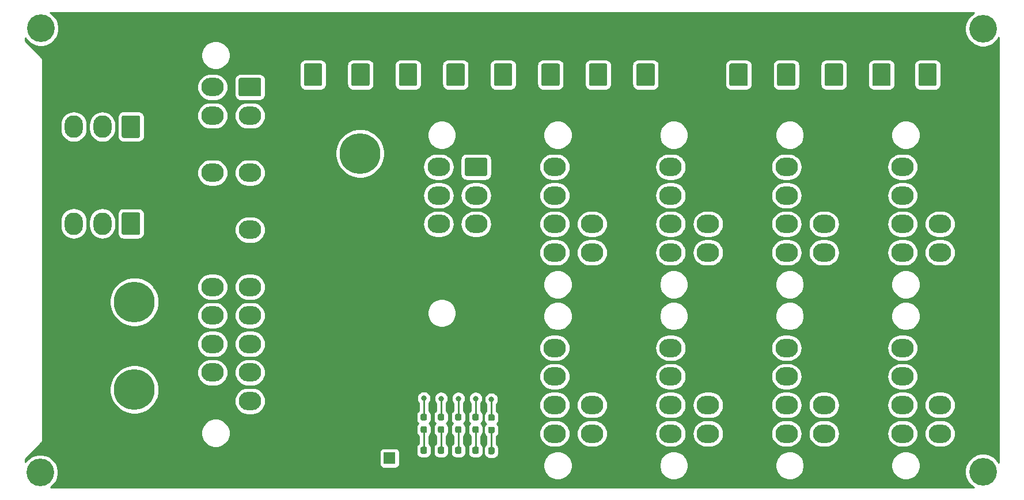
<source format=gbr>
%TF.GenerationSoftware,KiCad,Pcbnew,(5.1.12-1-10_14)*%
%TF.CreationDate,2021-11-27T15:53:19+11:00*%
%TF.ProjectId,ATX_PSU_Board,4154585f-5053-4555-9f42-6f6172642e6b,rev?*%
%TF.SameCoordinates,Original*%
%TF.FileFunction,Copper,L1,Top*%
%TF.FilePolarity,Positive*%
%FSLAX46Y46*%
G04 Gerber Fmt 4.6, Leading zero omitted, Abs format (unit mm)*
G04 Created by KiCad (PCBNEW (5.1.12-1-10_14)) date 2021-11-27 15:53:19*
%MOMM*%
%LPD*%
G01*
G04 APERTURE LIST*
%TA.AperFunction,ComponentPad*%
%ADD10O,2.700000X3.300000*%
%TD*%
%TA.AperFunction,ComponentPad*%
%ADD11C,6.000000*%
%TD*%
%TA.AperFunction,ComponentPad*%
%ADD12O,3.300000X2.700000*%
%TD*%
%TA.AperFunction,ComponentPad*%
%ADD13O,1.700000X1.700000*%
%TD*%
%TA.AperFunction,ComponentPad*%
%ADD14R,1.700000X1.700000*%
%TD*%
%TA.AperFunction,ComponentPad*%
%ADD15C,4.064000*%
%TD*%
%TA.AperFunction,ViaPad*%
%ADD16C,0.800000*%
%TD*%
%TA.AperFunction,Conductor*%
%ADD17C,0.250000*%
%TD*%
%TA.AperFunction,Conductor*%
%ADD18C,0.254000*%
%TD*%
%TA.AperFunction,Conductor*%
%ADD19C,0.100000*%
%TD*%
G04 APERTURE END LIST*
D10*
%TO.P,J25,6*%
%TO.N,GND*%
X43350000Y-79500000D03*
%TO.P,J25,5*%
X47550000Y-79500000D03*
%TO.P,J25,4*%
X51750000Y-79500000D03*
%TO.P,J25,3*%
%TO.N,/+12V_SUPPLY*%
X43350000Y-85000000D03*
%TO.P,J25,2*%
X47550000Y-85000000D03*
%TO.P,J25,1*%
%TA.AperFunction,ComponentPad*%
G36*
G01*
X53100000Y-83600001D02*
X53100000Y-86399999D01*
G75*
G02*
X52849999Y-86650000I-250001J0D01*
G01*
X50650001Y-86650000D01*
G75*
G02*
X50400000Y-86399999I0J250001D01*
G01*
X50400000Y-83600001D01*
G75*
G02*
X50650001Y-83350000I250001J0D01*
G01*
X52849999Y-83350000D01*
G75*
G02*
X53100000Y-83600001I0J-250001D01*
G01*
G37*
%TD.AperFunction*%
%TD*%
%TO.P,J26,6*%
%TO.N,GND*%
X43350000Y-65250000D03*
%TO.P,J26,5*%
X47550000Y-65250000D03*
%TO.P,J26,4*%
X51750000Y-65250000D03*
%TO.P,J26,3*%
%TO.N,/+12V_SUPPLY*%
X43350000Y-70750000D03*
%TO.P,J26,2*%
X47550000Y-70750000D03*
%TO.P,J26,1*%
%TA.AperFunction,ComponentPad*%
G36*
G01*
X53100000Y-69350001D02*
X53100000Y-72149999D01*
G75*
G02*
X52849999Y-72400000I-250001J0D01*
G01*
X50650001Y-72400000D01*
G75*
G02*
X50400000Y-72149999I0J250001D01*
G01*
X50400000Y-69350001D01*
G75*
G02*
X50650001Y-69100000I250001J0D01*
G01*
X52849999Y-69100000D01*
G75*
G02*
X53100000Y-69350001I0J-250001D01*
G01*
G37*
%TD.AperFunction*%
%TD*%
%TO.P,J30,1*%
%TO.N,GND*%
%TA.AperFunction,ComponentPad*%
G36*
G01*
X42055200Y-110926800D02*
X42055200Y-107926800D01*
G75*
G02*
X43555200Y-106426800I1500000J0D01*
G01*
X46555200Y-106426800D01*
G75*
G02*
X48055200Y-107926800I0J-1500000D01*
G01*
X48055200Y-110926800D01*
G75*
G02*
X46555200Y-112426800I-1500000J0D01*
G01*
X43555200Y-112426800D01*
G75*
G02*
X42055200Y-110926800I0J1500000D01*
G01*
G37*
%TD.AperFunction*%
D11*
%TO.P,J30,2*%
%TO.N,/+12V_SUPPLY*%
X52255200Y-109426800D03*
%TD*%
%TO.P,J29,1*%
%TO.N,GND*%
%TA.AperFunction,ComponentPad*%
G36*
G01*
X42055200Y-98026400D02*
X42055200Y-95026400D01*
G75*
G02*
X43555200Y-93526400I1500000J0D01*
G01*
X46555200Y-93526400D01*
G75*
G02*
X48055200Y-95026400I0J-1500000D01*
G01*
X48055200Y-98026400D01*
G75*
G02*
X46555200Y-99526400I-1500000J0D01*
G01*
X43555200Y-99526400D01*
G75*
G02*
X42055200Y-98026400I0J1500000D01*
G01*
G37*
%TD.AperFunction*%
%TO.P,J29,2*%
%TO.N,/+12V_SUPPLY*%
X52255200Y-96526400D03*
%TD*%
D10*
%TO.P,J20,2*%
%TO.N,GND*%
X168867600Y-57593600D03*
%TO.P,J20,1*%
%TO.N,/+12V_SUPPLY*%
%TA.AperFunction,ComponentPad*%
G36*
G01*
X170217600Y-61693601D02*
X170217600Y-64493599D01*
G75*
G02*
X169967599Y-64743600I-250001J0D01*
G01*
X167767601Y-64743600D01*
G75*
G02*
X167517600Y-64493599I0J250001D01*
G01*
X167517600Y-61693601D01*
G75*
G02*
X167767601Y-61443600I250001J0D01*
G01*
X169967599Y-61443600D01*
G75*
G02*
X170217600Y-61693601I0J-250001D01*
G01*
G37*
%TD.AperFunction*%
%TD*%
D12*
%TO.P,J11,8*%
%TO.N,/+12V_SUPPLY*%
X165196400Y-115901800D03*
%TO.P,J11,7*%
%TO.N,/+5V_SUPPLY*%
X165196400Y-111701800D03*
%TO.P,J11,6*%
X165196400Y-107501800D03*
%TO.P,J11,5*%
%TO.N,/+3.3V_SUPPLY*%
X165196400Y-103301800D03*
%TO.P,J11,4*%
%TO.N,/+12V_SUPPLY*%
X170696400Y-115901800D03*
%TO.P,J11,3*%
X170696400Y-111701800D03*
%TO.P,J11,2*%
%TO.N,GND*%
X170696400Y-107501800D03*
%TO.P,J11,1*%
%TA.AperFunction,ComponentPad*%
G36*
G01*
X169296401Y-101951800D02*
X172096399Y-101951800D01*
G75*
G02*
X172346400Y-102201801I0J-250001D01*
G01*
X172346400Y-104401799D01*
G75*
G02*
X172096399Y-104651800I-250001J0D01*
G01*
X169296401Y-104651800D01*
G75*
G02*
X169046400Y-104401799I0J250001D01*
G01*
X169046400Y-102201801D01*
G75*
G02*
X169296401Y-101951800I250001J0D01*
G01*
G37*
%TD.AperFunction*%
%TD*%
D10*
%TO.P,J24,2*%
%TO.N,GND*%
X141083632Y-57607200D03*
%TO.P,J24,1*%
%TO.N,/+12V_SUPPLY*%
%TA.AperFunction,ComponentPad*%
G36*
G01*
X142433632Y-61707201D02*
X142433632Y-64507199D01*
G75*
G02*
X142183631Y-64757200I-250001J0D01*
G01*
X139983633Y-64757200D01*
G75*
G02*
X139733632Y-64507199I0J250001D01*
G01*
X139733632Y-61707201D01*
G75*
G02*
X139983633Y-61457200I250001J0D01*
G01*
X142183631Y-61457200D01*
G75*
G02*
X142433632Y-61707201I0J-250001D01*
G01*
G37*
%TD.AperFunction*%
%TD*%
%TO.P,J23,2*%
%TO.N,GND*%
X148086774Y-57607200D03*
%TO.P,J23,1*%
%TO.N,/+12V_SUPPLY*%
%TA.AperFunction,ComponentPad*%
G36*
G01*
X149436774Y-61707201D02*
X149436774Y-64507199D01*
G75*
G02*
X149186773Y-64757200I-250001J0D01*
G01*
X146986775Y-64757200D01*
G75*
G02*
X146736774Y-64507199I0J250001D01*
G01*
X146736774Y-61707201D01*
G75*
G02*
X146986775Y-61457200I250001J0D01*
G01*
X149186773Y-61457200D01*
G75*
G02*
X149436774Y-61707201I0J-250001D01*
G01*
G37*
%TD.AperFunction*%
%TD*%
%TO.P,J22,2*%
%TO.N,GND*%
X155089916Y-57607200D03*
%TO.P,J22,1*%
%TO.N,/+12V_SUPPLY*%
%TA.AperFunction,ComponentPad*%
G36*
G01*
X156439916Y-61707201D02*
X156439916Y-64507199D01*
G75*
G02*
X156189915Y-64757200I-250001J0D01*
G01*
X153989917Y-64757200D01*
G75*
G02*
X153739916Y-64507199I0J250001D01*
G01*
X153739916Y-61707201D01*
G75*
G02*
X153989917Y-61457200I250001J0D01*
G01*
X156189915Y-61457200D01*
G75*
G02*
X156439916Y-61707201I0J-250001D01*
G01*
G37*
%TD.AperFunction*%
%TD*%
%TO.P,J21,2*%
%TO.N,GND*%
X162093058Y-57607200D03*
%TO.P,J21,1*%
%TO.N,/+12V_SUPPLY*%
%TA.AperFunction,ComponentPad*%
G36*
G01*
X163443058Y-61707201D02*
X163443058Y-64507199D01*
G75*
G02*
X163193057Y-64757200I-250001J0D01*
G01*
X160993059Y-64757200D01*
G75*
G02*
X160743058Y-64507199I0J250001D01*
G01*
X160743058Y-61707201D01*
G75*
G02*
X160993059Y-61457200I250001J0D01*
G01*
X163193057Y-61457200D01*
G75*
G02*
X163443058Y-61707201I0J-250001D01*
G01*
G37*
%TD.AperFunction*%
%TD*%
%TO.P,J19,2*%
%TO.N,GND*%
X127414800Y-57593600D03*
%TO.P,J19,1*%
%TO.N,/+5V_SUPPLY*%
%TA.AperFunction,ComponentPad*%
G36*
G01*
X128764800Y-61693601D02*
X128764800Y-64493599D01*
G75*
G02*
X128514799Y-64743600I-250001J0D01*
G01*
X126314801Y-64743600D01*
G75*
G02*
X126064800Y-64493599I0J250001D01*
G01*
X126064800Y-61693601D01*
G75*
G02*
X126314801Y-61443600I250001J0D01*
G01*
X128514799Y-61443600D01*
G75*
G02*
X128764800Y-61693601I0J-250001D01*
G01*
G37*
%TD.AperFunction*%
%TD*%
%TO.P,J18,2*%
%TO.N,GND*%
X120429800Y-57593600D03*
%TO.P,J18,1*%
%TO.N,/+5V_SUPPLY*%
%TA.AperFunction,ComponentPad*%
G36*
G01*
X121779800Y-61693601D02*
X121779800Y-64493599D01*
G75*
G02*
X121529799Y-64743600I-250001J0D01*
G01*
X119329801Y-64743600D01*
G75*
G02*
X119079800Y-64493599I0J250001D01*
G01*
X119079800Y-61693601D01*
G75*
G02*
X119329801Y-61443600I250001J0D01*
G01*
X121529799Y-61443600D01*
G75*
G02*
X121779800Y-61693601I0J-250001D01*
G01*
G37*
%TD.AperFunction*%
%TD*%
%TO.P,J17,2*%
%TO.N,GND*%
X113444800Y-57593600D03*
%TO.P,J17,1*%
%TO.N,/+5V_SUPPLY*%
%TA.AperFunction,ComponentPad*%
G36*
G01*
X114794800Y-61693601D02*
X114794800Y-64493599D01*
G75*
G02*
X114544799Y-64743600I-250001J0D01*
G01*
X112344801Y-64743600D01*
G75*
G02*
X112094800Y-64493599I0J250001D01*
G01*
X112094800Y-61693601D01*
G75*
G02*
X112344801Y-61443600I250001J0D01*
G01*
X114544799Y-61443600D01*
G75*
G02*
X114794800Y-61693601I0J-250001D01*
G01*
G37*
%TD.AperFunction*%
%TD*%
%TO.P,J16,2*%
%TO.N,GND*%
X106459800Y-57593600D03*
%TO.P,J16,1*%
%TO.N,/+5V_SUPPLY*%
%TA.AperFunction,ComponentPad*%
G36*
G01*
X107809800Y-61693601D02*
X107809800Y-64493599D01*
G75*
G02*
X107559799Y-64743600I-250001J0D01*
G01*
X105359801Y-64743600D01*
G75*
G02*
X105109800Y-64493599I0J250001D01*
G01*
X105109800Y-61693601D01*
G75*
G02*
X105359801Y-61443600I250001J0D01*
G01*
X107559799Y-61443600D01*
G75*
G02*
X107809800Y-61693601I0J-250001D01*
G01*
G37*
%TD.AperFunction*%
%TD*%
%TO.P,J15,2*%
%TO.N,GND*%
X99474800Y-57593600D03*
%TO.P,J15,1*%
%TO.N,/+5V_SUPPLY*%
%TA.AperFunction,ComponentPad*%
G36*
G01*
X100824800Y-61693601D02*
X100824800Y-64493599D01*
G75*
G02*
X100574799Y-64743600I-250001J0D01*
G01*
X98374801Y-64743600D01*
G75*
G02*
X98124800Y-64493599I0J250001D01*
G01*
X98124800Y-61693601D01*
G75*
G02*
X98374801Y-61443600I250001J0D01*
G01*
X100574799Y-61443600D01*
G75*
G02*
X100824800Y-61693601I0J-250001D01*
G01*
G37*
%TD.AperFunction*%
%TD*%
%TO.P,J14,2*%
%TO.N,GND*%
X92489800Y-57593600D03*
%TO.P,J14,1*%
%TO.N,/+5V_SUPPLY*%
%TA.AperFunction,ComponentPad*%
G36*
G01*
X93839800Y-61693601D02*
X93839800Y-64493599D01*
G75*
G02*
X93589799Y-64743600I-250001J0D01*
G01*
X91389801Y-64743600D01*
G75*
G02*
X91139800Y-64493599I0J250001D01*
G01*
X91139800Y-61693601D01*
G75*
G02*
X91389801Y-61443600I250001J0D01*
G01*
X93589799Y-61443600D01*
G75*
G02*
X93839800Y-61693601I0J-250001D01*
G01*
G37*
%TD.AperFunction*%
%TD*%
%TO.P,J13,2*%
%TO.N,GND*%
X85504800Y-57593600D03*
%TO.P,J13,1*%
%TO.N,/+5V_SUPPLY*%
%TA.AperFunction,ComponentPad*%
G36*
G01*
X86854800Y-61693601D02*
X86854800Y-64493599D01*
G75*
G02*
X86604799Y-64743600I-250001J0D01*
G01*
X84404801Y-64743600D01*
G75*
G02*
X84154800Y-64493599I0J250001D01*
G01*
X84154800Y-61693601D01*
G75*
G02*
X84404801Y-61443600I250001J0D01*
G01*
X86604799Y-61443600D01*
G75*
G02*
X86854800Y-61693601I0J-250001D01*
G01*
G37*
%TD.AperFunction*%
%TD*%
%TO.P,J12,2*%
%TO.N,GND*%
X78519800Y-57593600D03*
%TO.P,J12,1*%
%TO.N,/+5V_SUPPLY*%
%TA.AperFunction,ComponentPad*%
G36*
G01*
X79869800Y-61693601D02*
X79869800Y-64493599D01*
G75*
G02*
X79619799Y-64743600I-250001J0D01*
G01*
X77419801Y-64743600D01*
G75*
G02*
X77169800Y-64493599I0J250001D01*
G01*
X77169800Y-61693601D01*
G75*
G02*
X77419801Y-61443600I250001J0D01*
G01*
X79619799Y-61443600D01*
G75*
G02*
X79869800Y-61693601I0J-250001D01*
G01*
G37*
%TD.AperFunction*%
%TD*%
%TO.P,R5,2*%
%TO.N,/PWR_OK*%
%TA.AperFunction,SMDPad,CuDef*%
G36*
G01*
X104987500Y-114036600D02*
X104512500Y-114036600D01*
G75*
G02*
X104275000Y-113799100I0J237500D01*
G01*
X104275000Y-113299100D01*
G75*
G02*
X104512500Y-113061600I237500J0D01*
G01*
X104987500Y-113061600D01*
G75*
G02*
X105225000Y-113299100I0J-237500D01*
G01*
X105225000Y-113799100D01*
G75*
G02*
X104987500Y-114036600I-237500J0D01*
G01*
G37*
%TD.AperFunction*%
%TO.P,R5,1*%
%TO.N,Net-(D5-Pad2)*%
%TA.AperFunction,SMDPad,CuDef*%
G36*
G01*
X104987500Y-115861600D02*
X104512500Y-115861600D01*
G75*
G02*
X104275000Y-115624100I0J237500D01*
G01*
X104275000Y-115124100D01*
G75*
G02*
X104512500Y-114886600I237500J0D01*
G01*
X104987500Y-114886600D01*
G75*
G02*
X105225000Y-115124100I0J-237500D01*
G01*
X105225000Y-115624100D01*
G75*
G02*
X104987500Y-115861600I-237500J0D01*
G01*
G37*
%TD.AperFunction*%
%TD*%
%TO.P,D5,2*%
%TO.N,Net-(D5-Pad2)*%
%TA.AperFunction,SMDPad,CuDef*%
G36*
G01*
X104977500Y-118961600D02*
X104502500Y-118961600D01*
G75*
G02*
X104265000Y-118724100I0J237500D01*
G01*
X104265000Y-118149100D01*
G75*
G02*
X104502500Y-117911600I237500J0D01*
G01*
X104977500Y-117911600D01*
G75*
G02*
X105215000Y-118149100I0J-237500D01*
G01*
X105215000Y-118724100D01*
G75*
G02*
X104977500Y-118961600I-237500J0D01*
G01*
G37*
%TD.AperFunction*%
%TO.P,D5,1*%
%TO.N,GND*%
%TA.AperFunction,SMDPad,CuDef*%
G36*
G01*
X104977500Y-120711600D02*
X104502500Y-120711600D01*
G75*
G02*
X104265000Y-120474100I0J237500D01*
G01*
X104265000Y-119899100D01*
G75*
G02*
X104502500Y-119661600I237500J0D01*
G01*
X104977500Y-119661600D01*
G75*
G02*
X105215000Y-119899100I0J-237500D01*
G01*
X105215000Y-120474100D01*
G75*
G02*
X104977500Y-120711600I-237500J0D01*
G01*
G37*
%TD.AperFunction*%
%TD*%
%TO.P,J28,1*%
%TO.N,GND*%
%TA.AperFunction,ComponentPad*%
G36*
G01*
X75228400Y-76176800D02*
X75228400Y-73176800D01*
G75*
G02*
X76728400Y-71676800I1500000J0D01*
G01*
X79728400Y-71676800D01*
G75*
G02*
X81228400Y-73176800I0J-1500000D01*
G01*
X81228400Y-76176800D01*
G75*
G02*
X79728400Y-77676800I-1500000J0D01*
G01*
X76728400Y-77676800D01*
G75*
G02*
X75228400Y-76176800I0J1500000D01*
G01*
G37*
%TD.AperFunction*%
D11*
%TO.P,J28,2*%
%TO.N,/+5V_SUPPLY*%
X85428400Y-74676800D03*
%TD*%
%TO.P,R4,2*%
%TO.N,/+12V_SUPPLY*%
%TA.AperFunction,SMDPad,CuDef*%
G36*
G01*
X102663500Y-113972100D02*
X102188500Y-113972100D01*
G75*
G02*
X101951000Y-113734600I0J237500D01*
G01*
X101951000Y-113234600D01*
G75*
G02*
X102188500Y-112997100I237500J0D01*
G01*
X102663500Y-112997100D01*
G75*
G02*
X102901000Y-113234600I0J-237500D01*
G01*
X102901000Y-113734600D01*
G75*
G02*
X102663500Y-113972100I-237500J0D01*
G01*
G37*
%TD.AperFunction*%
%TO.P,R4,1*%
%TO.N,Net-(D4-Pad2)*%
%TA.AperFunction,SMDPad,CuDef*%
G36*
G01*
X102663500Y-115797100D02*
X102188500Y-115797100D01*
G75*
G02*
X101951000Y-115559600I0J237500D01*
G01*
X101951000Y-115059600D01*
G75*
G02*
X102188500Y-114822100I237500J0D01*
G01*
X102663500Y-114822100D01*
G75*
G02*
X102901000Y-115059600I0J-237500D01*
G01*
X102901000Y-115559600D01*
G75*
G02*
X102663500Y-115797100I-237500J0D01*
G01*
G37*
%TD.AperFunction*%
%TD*%
%TO.P,R3,2*%
%TO.N,/+3.3V_SUPPLY*%
%TA.AperFunction,SMDPad,CuDef*%
G36*
G01*
X100123500Y-113972100D02*
X99648500Y-113972100D01*
G75*
G02*
X99411000Y-113734600I0J237500D01*
G01*
X99411000Y-113234600D01*
G75*
G02*
X99648500Y-112997100I237500J0D01*
G01*
X100123500Y-112997100D01*
G75*
G02*
X100361000Y-113234600I0J-237500D01*
G01*
X100361000Y-113734600D01*
G75*
G02*
X100123500Y-113972100I-237500J0D01*
G01*
G37*
%TD.AperFunction*%
%TO.P,R3,1*%
%TO.N,Net-(D3-Pad2)*%
%TA.AperFunction,SMDPad,CuDef*%
G36*
G01*
X100123500Y-115797100D02*
X99648500Y-115797100D01*
G75*
G02*
X99411000Y-115559600I0J237500D01*
G01*
X99411000Y-115059600D01*
G75*
G02*
X99648500Y-114822100I237500J0D01*
G01*
X100123500Y-114822100D01*
G75*
G02*
X100361000Y-115059600I0J-237500D01*
G01*
X100361000Y-115559600D01*
G75*
G02*
X100123500Y-115797100I-237500J0D01*
G01*
G37*
%TD.AperFunction*%
%TD*%
%TO.P,R2,2*%
%TO.N,/+5V_SUPPLY*%
%TA.AperFunction,SMDPad,CuDef*%
G36*
G01*
X97583500Y-113972100D02*
X97108500Y-113972100D01*
G75*
G02*
X96871000Y-113734600I0J237500D01*
G01*
X96871000Y-113234600D01*
G75*
G02*
X97108500Y-112997100I237500J0D01*
G01*
X97583500Y-112997100D01*
G75*
G02*
X97821000Y-113234600I0J-237500D01*
G01*
X97821000Y-113734600D01*
G75*
G02*
X97583500Y-113972100I-237500J0D01*
G01*
G37*
%TD.AperFunction*%
%TO.P,R2,1*%
%TO.N,Net-(D2-Pad2)*%
%TA.AperFunction,SMDPad,CuDef*%
G36*
G01*
X97583500Y-115797100D02*
X97108500Y-115797100D01*
G75*
G02*
X96871000Y-115559600I0J237500D01*
G01*
X96871000Y-115059600D01*
G75*
G02*
X97108500Y-114822100I237500J0D01*
G01*
X97583500Y-114822100D01*
G75*
G02*
X97821000Y-115059600I0J-237500D01*
G01*
X97821000Y-115559600D01*
G75*
G02*
X97583500Y-115797100I-237500J0D01*
G01*
G37*
%TD.AperFunction*%
%TD*%
%TO.P,R1,2*%
%TO.N,/+5VSB_SUPPLY*%
%TA.AperFunction,SMDPad,CuDef*%
G36*
G01*
X95043500Y-113972100D02*
X94568500Y-113972100D01*
G75*
G02*
X94331000Y-113734600I0J237500D01*
G01*
X94331000Y-113234600D01*
G75*
G02*
X94568500Y-112997100I237500J0D01*
G01*
X95043500Y-112997100D01*
G75*
G02*
X95281000Y-113234600I0J-237500D01*
G01*
X95281000Y-113734600D01*
G75*
G02*
X95043500Y-113972100I-237500J0D01*
G01*
G37*
%TD.AperFunction*%
%TO.P,R1,1*%
%TO.N,Net-(D1-Pad2)*%
%TA.AperFunction,SMDPad,CuDef*%
G36*
G01*
X95043500Y-115797100D02*
X94568500Y-115797100D01*
G75*
G02*
X94331000Y-115559600I0J237500D01*
G01*
X94331000Y-115059600D01*
G75*
G02*
X94568500Y-114822100I237500J0D01*
G01*
X95043500Y-114822100D01*
G75*
G02*
X95281000Y-115059600I0J-237500D01*
G01*
X95281000Y-115559600D01*
G75*
G02*
X95043500Y-115797100I-237500J0D01*
G01*
G37*
%TD.AperFunction*%
%TD*%
%TO.P,D4,2*%
%TO.N,Net-(D4-Pad2)*%
%TA.AperFunction,SMDPad,CuDef*%
G36*
G01*
X102663500Y-118882600D02*
X102188500Y-118882600D01*
G75*
G02*
X101951000Y-118645100I0J237500D01*
G01*
X101951000Y-118070100D01*
G75*
G02*
X102188500Y-117832600I237500J0D01*
G01*
X102663500Y-117832600D01*
G75*
G02*
X102901000Y-118070100I0J-237500D01*
G01*
X102901000Y-118645100D01*
G75*
G02*
X102663500Y-118882600I-237500J0D01*
G01*
G37*
%TD.AperFunction*%
%TO.P,D4,1*%
%TO.N,GND*%
%TA.AperFunction,SMDPad,CuDef*%
G36*
G01*
X102663500Y-120632600D02*
X102188500Y-120632600D01*
G75*
G02*
X101951000Y-120395100I0J237500D01*
G01*
X101951000Y-119820100D01*
G75*
G02*
X102188500Y-119582600I237500J0D01*
G01*
X102663500Y-119582600D01*
G75*
G02*
X102901000Y-119820100I0J-237500D01*
G01*
X102901000Y-120395100D01*
G75*
G02*
X102663500Y-120632600I-237500J0D01*
G01*
G37*
%TD.AperFunction*%
%TD*%
%TO.P,D3,2*%
%TO.N,Net-(D3-Pad2)*%
%TA.AperFunction,SMDPad,CuDef*%
G36*
G01*
X100123500Y-118882600D02*
X99648500Y-118882600D01*
G75*
G02*
X99411000Y-118645100I0J237500D01*
G01*
X99411000Y-118070100D01*
G75*
G02*
X99648500Y-117832600I237500J0D01*
G01*
X100123500Y-117832600D01*
G75*
G02*
X100361000Y-118070100I0J-237500D01*
G01*
X100361000Y-118645100D01*
G75*
G02*
X100123500Y-118882600I-237500J0D01*
G01*
G37*
%TD.AperFunction*%
%TO.P,D3,1*%
%TO.N,GND*%
%TA.AperFunction,SMDPad,CuDef*%
G36*
G01*
X100123500Y-120632600D02*
X99648500Y-120632600D01*
G75*
G02*
X99411000Y-120395100I0J237500D01*
G01*
X99411000Y-119820100D01*
G75*
G02*
X99648500Y-119582600I237500J0D01*
G01*
X100123500Y-119582600D01*
G75*
G02*
X100361000Y-119820100I0J-237500D01*
G01*
X100361000Y-120395100D01*
G75*
G02*
X100123500Y-120632600I-237500J0D01*
G01*
G37*
%TD.AperFunction*%
%TD*%
%TO.P,D2,2*%
%TO.N,Net-(D2-Pad2)*%
%TA.AperFunction,SMDPad,CuDef*%
G36*
G01*
X97583500Y-118882600D02*
X97108500Y-118882600D01*
G75*
G02*
X96871000Y-118645100I0J237500D01*
G01*
X96871000Y-118070100D01*
G75*
G02*
X97108500Y-117832600I237500J0D01*
G01*
X97583500Y-117832600D01*
G75*
G02*
X97821000Y-118070100I0J-237500D01*
G01*
X97821000Y-118645100D01*
G75*
G02*
X97583500Y-118882600I-237500J0D01*
G01*
G37*
%TD.AperFunction*%
%TO.P,D2,1*%
%TO.N,GND*%
%TA.AperFunction,SMDPad,CuDef*%
G36*
G01*
X97583500Y-120632600D02*
X97108500Y-120632600D01*
G75*
G02*
X96871000Y-120395100I0J237500D01*
G01*
X96871000Y-119820100D01*
G75*
G02*
X97108500Y-119582600I237500J0D01*
G01*
X97583500Y-119582600D01*
G75*
G02*
X97821000Y-119820100I0J-237500D01*
G01*
X97821000Y-120395100D01*
G75*
G02*
X97583500Y-120632600I-237500J0D01*
G01*
G37*
%TD.AperFunction*%
%TD*%
%TO.P,D1,2*%
%TO.N,Net-(D1-Pad2)*%
%TA.AperFunction,SMDPad,CuDef*%
G36*
G01*
X95043500Y-118882600D02*
X94568500Y-118882600D01*
G75*
G02*
X94331000Y-118645100I0J237500D01*
G01*
X94331000Y-118070100D01*
G75*
G02*
X94568500Y-117832600I237500J0D01*
G01*
X95043500Y-117832600D01*
G75*
G02*
X95281000Y-118070100I0J-237500D01*
G01*
X95281000Y-118645100D01*
G75*
G02*
X95043500Y-118882600I-237500J0D01*
G01*
G37*
%TD.AperFunction*%
%TO.P,D1,1*%
%TO.N,GND*%
%TA.AperFunction,SMDPad,CuDef*%
G36*
G01*
X95043500Y-120632600D02*
X94568500Y-120632600D01*
G75*
G02*
X94331000Y-120395100I0J237500D01*
G01*
X94331000Y-119820100D01*
G75*
G02*
X94568500Y-119582600I237500J0D01*
G01*
X95043500Y-119582600D01*
G75*
G02*
X95281000Y-119820100I0J-237500D01*
G01*
X95281000Y-120395100D01*
G75*
G02*
X95043500Y-120632600I-237500J0D01*
G01*
G37*
%TD.AperFunction*%
%TD*%
D13*
%TO.P,J1,2*%
%TO.N,GND*%
X89772000Y-116967000D03*
D14*
%TO.P,J1,1*%
%TO.N,/PS_ON*%
X89772000Y-119507000D03*
%TD*%
D12*
%TO.P,J5,8*%
%TO.N,/+12V_SUPPLY*%
X131091000Y-89264600D03*
%TO.P,J5,7*%
%TO.N,/+5V_SUPPLY*%
X131091000Y-85064600D03*
%TO.P,J5,6*%
X131091000Y-80864600D03*
%TO.P,J5,5*%
%TO.N,/+3.3V_SUPPLY*%
X131091000Y-76664600D03*
%TO.P,J5,4*%
%TO.N,/+12V_SUPPLY*%
X136591000Y-89264600D03*
%TO.P,J5,3*%
X136591000Y-85064600D03*
%TO.P,J5,2*%
%TO.N,GND*%
X136591000Y-80864600D03*
%TO.P,J5,1*%
%TA.AperFunction,ComponentPad*%
G36*
G01*
X135191001Y-75314600D02*
X137990999Y-75314600D01*
G75*
G02*
X138241000Y-75564601I0J-250001D01*
G01*
X138241000Y-77764599D01*
G75*
G02*
X137990999Y-78014600I-250001J0D01*
G01*
X135191001Y-78014600D01*
G75*
G02*
X134941000Y-77764599I0J250001D01*
G01*
X134941000Y-75564601D01*
G75*
G02*
X135191001Y-75314600I250001J0D01*
G01*
G37*
%TD.AperFunction*%
%TD*%
%TO.P,J7,8*%
%TO.N,/+12V_SUPPLY*%
X165196400Y-89264600D03*
%TO.P,J7,7*%
%TO.N,/+5V_SUPPLY*%
X165196400Y-85064600D03*
%TO.P,J7,6*%
X165196400Y-80864600D03*
%TO.P,J7,5*%
%TO.N,/+3.3V_SUPPLY*%
X165196400Y-76664600D03*
%TO.P,J7,4*%
%TO.N,/+12V_SUPPLY*%
X170696400Y-89264600D03*
%TO.P,J7,3*%
X170696400Y-85064600D03*
%TO.P,J7,2*%
%TO.N,GND*%
X170696400Y-80864600D03*
%TO.P,J7,1*%
%TA.AperFunction,ComponentPad*%
G36*
G01*
X169296401Y-75314600D02*
X172096399Y-75314600D01*
G75*
G02*
X172346400Y-75564601I0J-250001D01*
G01*
X172346400Y-77764599D01*
G75*
G02*
X172096399Y-78014600I-250001J0D01*
G01*
X169296401Y-78014600D01*
G75*
G02*
X169046400Y-77764599I0J250001D01*
G01*
X169046400Y-75564601D01*
G75*
G02*
X169296401Y-75314600I250001J0D01*
G01*
G37*
%TD.AperFunction*%
%TD*%
D15*
%TO.P,H4,1*%
%TO.N,N/C*%
X177000000Y-56337200D03*
%TD*%
%TO.P,H3,1*%
%TO.N,N/C*%
X38404800Y-121615200D03*
%TD*%
%TO.P,H2,1*%
%TO.N,N/C*%
X177000000Y-121500000D03*
%TD*%
%TO.P,H1,1*%
%TO.N,N/C*%
X38506400Y-56286400D03*
%TD*%
D12*
%TO.P,J10,8*%
%TO.N,/+12V_SUPPLY*%
X148143700Y-115901800D03*
%TO.P,J10,7*%
%TO.N,/+5V_SUPPLY*%
X148143700Y-111701800D03*
%TO.P,J10,6*%
X148143700Y-107501800D03*
%TO.P,J10,5*%
%TO.N,/+3.3V_SUPPLY*%
X148143700Y-103301800D03*
%TO.P,J10,4*%
%TO.N,/+12V_SUPPLY*%
X153643700Y-115901800D03*
%TO.P,J10,3*%
X153643700Y-111701800D03*
%TO.P,J10,2*%
%TO.N,GND*%
X153643700Y-107501800D03*
%TO.P,J10,1*%
%TA.AperFunction,ComponentPad*%
G36*
G01*
X152243701Y-101951800D02*
X155043699Y-101951800D01*
G75*
G02*
X155293700Y-102201801I0J-250001D01*
G01*
X155293700Y-104401799D01*
G75*
G02*
X155043699Y-104651800I-250001J0D01*
G01*
X152243701Y-104651800D01*
G75*
G02*
X151993700Y-104401799I0J250001D01*
G01*
X151993700Y-102201801D01*
G75*
G02*
X152243701Y-101951800I250001J0D01*
G01*
G37*
%TD.AperFunction*%
%TD*%
%TO.P,J9,8*%
%TO.N,/+12V_SUPPLY*%
X131091000Y-115901800D03*
%TO.P,J9,7*%
%TO.N,/+5V_SUPPLY*%
X131091000Y-111701800D03*
%TO.P,J9,6*%
X131091000Y-107501800D03*
%TO.P,J9,5*%
%TO.N,/+3.3V_SUPPLY*%
X131091000Y-103301800D03*
%TO.P,J9,4*%
%TO.N,/+12V_SUPPLY*%
X136591000Y-115901800D03*
%TO.P,J9,3*%
X136591000Y-111701800D03*
%TO.P,J9,2*%
%TO.N,GND*%
X136591000Y-107501800D03*
%TO.P,J9,1*%
%TA.AperFunction,ComponentPad*%
G36*
G01*
X135191001Y-101951800D02*
X137990999Y-101951800D01*
G75*
G02*
X138241000Y-102201801I0J-250001D01*
G01*
X138241000Y-104401799D01*
G75*
G02*
X137990999Y-104651800I-250001J0D01*
G01*
X135191001Y-104651800D01*
G75*
G02*
X134941000Y-104401799I0J250001D01*
G01*
X134941000Y-102201801D01*
G75*
G02*
X135191001Y-101951800I250001J0D01*
G01*
G37*
%TD.AperFunction*%
%TD*%
%TO.P,J8,8*%
%TO.N,/+12V_SUPPLY*%
X114038300Y-115901800D03*
%TO.P,J8,7*%
%TO.N,/+5V_SUPPLY*%
X114038300Y-111701800D03*
%TO.P,J8,6*%
X114038300Y-107501800D03*
%TO.P,J8,5*%
%TO.N,/+3.3V_SUPPLY*%
X114038300Y-103301800D03*
%TO.P,J8,4*%
%TO.N,/+12V_SUPPLY*%
X119538300Y-115901800D03*
%TO.P,J8,3*%
X119538300Y-111701800D03*
%TO.P,J8,2*%
%TO.N,GND*%
X119538300Y-107501800D03*
%TO.P,J8,1*%
%TA.AperFunction,ComponentPad*%
G36*
G01*
X118138301Y-101951800D02*
X120938299Y-101951800D01*
G75*
G02*
X121188300Y-102201801I0J-250001D01*
G01*
X121188300Y-104401799D01*
G75*
G02*
X120938299Y-104651800I-250001J0D01*
G01*
X118138301Y-104651800D01*
G75*
G02*
X117888300Y-104401799I0J250001D01*
G01*
X117888300Y-102201801D01*
G75*
G02*
X118138301Y-101951800I250001J0D01*
G01*
G37*
%TD.AperFunction*%
%TD*%
%TO.P,J6,8*%
%TO.N,/+12V_SUPPLY*%
X148143700Y-89264600D03*
%TO.P,J6,7*%
%TO.N,/+5V_SUPPLY*%
X148143700Y-85064600D03*
%TO.P,J6,6*%
X148143700Y-80864600D03*
%TO.P,J6,5*%
%TO.N,/+3.3V_SUPPLY*%
X148143700Y-76664600D03*
%TO.P,J6,4*%
%TO.N,/+12V_SUPPLY*%
X153643700Y-89264600D03*
%TO.P,J6,3*%
X153643700Y-85064600D03*
%TO.P,J6,2*%
%TO.N,GND*%
X153643700Y-80864600D03*
%TO.P,J6,1*%
%TA.AperFunction,ComponentPad*%
G36*
G01*
X152243701Y-75314600D02*
X155043699Y-75314600D01*
G75*
G02*
X155293700Y-75564601I0J-250001D01*
G01*
X155293700Y-77764599D01*
G75*
G02*
X155043699Y-78014600I-250001J0D01*
G01*
X152243701Y-78014600D01*
G75*
G02*
X151993700Y-77764599I0J250001D01*
G01*
X151993700Y-75564601D01*
G75*
G02*
X152243701Y-75314600I250001J0D01*
G01*
G37*
%TD.AperFunction*%
%TD*%
%TO.P,J4,8*%
%TO.N,/+12V_SUPPLY*%
X114038300Y-89264600D03*
%TO.P,J4,7*%
%TO.N,/+5V_SUPPLY*%
X114038300Y-85064600D03*
%TO.P,J4,6*%
X114038300Y-80864600D03*
%TO.P,J4,5*%
%TO.N,/+3.3V_SUPPLY*%
X114038300Y-76664600D03*
%TO.P,J4,4*%
%TO.N,/+12V_SUPPLY*%
X119538300Y-89264600D03*
%TO.P,J4,3*%
X119538300Y-85064600D03*
%TO.P,J4,2*%
%TO.N,GND*%
X119538300Y-80864600D03*
%TO.P,J4,1*%
%TA.AperFunction,ComponentPad*%
G36*
G01*
X118138301Y-75314600D02*
X120938299Y-75314600D01*
G75*
G02*
X121188300Y-75564601I0J-250001D01*
G01*
X121188300Y-77764599D01*
G75*
G02*
X120938299Y-78014600I-250001J0D01*
G01*
X118138301Y-78014600D01*
G75*
G02*
X117888300Y-77764599I0J250001D01*
G01*
X117888300Y-75564601D01*
G75*
G02*
X118138301Y-75314600I250001J0D01*
G01*
G37*
%TD.AperFunction*%
%TD*%
%TO.P,J3,10*%
%TO.N,GND*%
X96985600Y-93464600D03*
%TO.P,J3,9*%
X96985600Y-89264600D03*
%TO.P,J3,8*%
%TO.N,/+12V_SUPPLY*%
X96985600Y-85064600D03*
%TO.P,J3,7*%
%TO.N,/+5V_SUPPLY*%
X96985600Y-80864600D03*
%TO.P,J3,6*%
X96985600Y-76664600D03*
%TO.P,J3,5*%
%TO.N,GND*%
X102485600Y-93464600D03*
%TO.P,J3,4*%
X102485600Y-89264600D03*
%TO.P,J3,3*%
%TO.N,/+5V_SUPPLY*%
X102485600Y-85064600D03*
%TO.P,J3,2*%
X102485600Y-80864600D03*
%TO.P,J3,1*%
%TA.AperFunction,ComponentPad*%
G36*
G01*
X101085601Y-75314600D02*
X103885599Y-75314600D01*
G75*
G02*
X104135600Y-75564601I0J-250001D01*
G01*
X104135600Y-77764599D01*
G75*
G02*
X103885599Y-78014600I-250001J0D01*
G01*
X101085601Y-78014600D01*
G75*
G02*
X100835600Y-77764599I0J250001D01*
G01*
X100835600Y-75564601D01*
G75*
G02*
X101085601Y-75314600I250001J0D01*
G01*
G37*
%TD.AperFunction*%
%TD*%
%TO.P,J2,24*%
%TO.N,GND*%
X63748800Y-111122400D03*
%TO.P,J2,23*%
%TO.N,/+5V_SUPPLY*%
X63748800Y-106922400D03*
%TO.P,J2,22*%
X63748800Y-102722400D03*
%TO.P,J2,21*%
X63748800Y-98522400D03*
%TO.P,J2,20*%
%TO.N,Net-(J2-Pad20)*%
X63748800Y-94322400D03*
%TO.P,J2,19*%
%TO.N,GND*%
X63748800Y-90122400D03*
%TO.P,J2,18*%
X63748800Y-85922400D03*
%TO.P,J2,17*%
X63748800Y-81722400D03*
%TO.P,J2,16*%
%TO.N,/PS_ON*%
X63748800Y-77522400D03*
%TO.P,J2,15*%
%TO.N,GND*%
X63748800Y-73322400D03*
%TO.P,J2,14*%
%TO.N,Net-(J2-Pad14)*%
X63748800Y-69122400D03*
%TO.P,J2,13*%
%TO.N,/+3.3V_SUPPLY*%
X63748800Y-64922400D03*
%TO.P,J2,12*%
X69248800Y-111122400D03*
%TO.P,J2,11*%
%TO.N,/+12V_SUPPLY*%
X69248800Y-106922400D03*
%TO.P,J2,10*%
X69248800Y-102722400D03*
%TO.P,J2,9*%
%TO.N,/+5VSB_SUPPLY*%
X69248800Y-98522400D03*
%TO.P,J2,8*%
%TO.N,/PWR_OK*%
X69248800Y-94322400D03*
%TO.P,J2,7*%
%TO.N,GND*%
X69248800Y-90122400D03*
%TO.P,J2,6*%
%TO.N,/+5V_SUPPLY*%
X69248800Y-85922400D03*
%TO.P,J2,5*%
%TO.N,GND*%
X69248800Y-81722400D03*
%TO.P,J2,4*%
%TO.N,/+5V_SUPPLY*%
X69248800Y-77522400D03*
%TO.P,J2,3*%
%TO.N,GND*%
X69248800Y-73322400D03*
%TO.P,J2,2*%
%TO.N,/+3.3V_SUPPLY*%
X69248800Y-69122400D03*
%TO.P,J2,1*%
%TA.AperFunction,ComponentPad*%
G36*
G01*
X67848801Y-63572400D02*
X70648799Y-63572400D01*
G75*
G02*
X70898800Y-63822401I0J-250001D01*
G01*
X70898800Y-66022399D01*
G75*
G02*
X70648799Y-66272400I-250001J0D01*
G01*
X67848801Y-66272400D01*
G75*
G02*
X67598800Y-66022399I0J250001D01*
G01*
X67598800Y-63822401D01*
G75*
G02*
X67848801Y-63572400I250001J0D01*
G01*
G37*
%TD.AperFunction*%
%TD*%
D16*
%TO.N,/+5V_SUPPLY*%
X97346000Y-110737600D03*
%TO.N,/+3.3V_SUPPLY*%
X99886000Y-110737600D03*
%TO.N,/+12V_SUPPLY*%
X102426000Y-110737600D03*
%TO.N,/+5VSB_SUPPLY*%
X94806000Y-110698000D03*
%TO.N,/PWR_OK*%
X104750000Y-110863000D03*
%TD*%
D17*
%TO.N,/+5V_SUPPLY*%
X97346000Y-113277600D02*
X97346000Y-110737600D01*
X97346000Y-110737600D02*
X97346000Y-110737600D01*
%TO.N,/+3.3V_SUPPLY*%
X99886000Y-113277600D02*
X99886000Y-110737600D01*
X99886000Y-110737600D02*
X99886000Y-110737600D01*
%TO.N,/+12V_SUPPLY*%
X102426000Y-113277600D02*
X102426000Y-110737600D01*
X102426000Y-110737600D02*
X102426000Y-110737600D01*
%TO.N,/+5VSB_SUPPLY*%
X94806000Y-113484600D02*
X94806000Y-110698000D01*
%TO.N,/PWR_OK*%
X104750000Y-113549100D02*
X104750000Y-110863000D01*
X104750000Y-110863000D02*
X104750000Y-110863000D01*
%TO.N,Net-(D1-Pad2)*%
X94806000Y-115309600D02*
X94806000Y-118357600D01*
%TO.N,Net-(D2-Pad2)*%
X97346000Y-118357600D02*
X97346000Y-115309600D01*
%TO.N,Net-(D3-Pad2)*%
X99886000Y-115309600D02*
X99886000Y-118357600D01*
%TO.N,Net-(D4-Pad2)*%
X102426000Y-115309600D02*
X102426000Y-118357600D01*
%TO.N,Net-(D5-Pad2)*%
X104750000Y-118426600D02*
X104740000Y-118436600D01*
X104750000Y-115374100D02*
X104750000Y-118426600D01*
%TD*%
D18*
%TO.N,GND*%
X175299887Y-54265606D02*
X174928406Y-54637087D01*
X174636536Y-55073902D01*
X174435492Y-55559265D01*
X174333000Y-56074523D01*
X174333000Y-56599877D01*
X174435492Y-57115135D01*
X174636536Y-57600498D01*
X174928406Y-58037313D01*
X175299887Y-58408794D01*
X175736702Y-58700664D01*
X176222065Y-58901708D01*
X176737323Y-59004200D01*
X177262677Y-59004200D01*
X177777935Y-58901708D01*
X178263298Y-58700664D01*
X178700113Y-58408794D01*
X179071594Y-58037313D01*
X179340001Y-57635613D01*
X179340000Y-120201586D01*
X179071594Y-119799887D01*
X178700113Y-119428406D01*
X178263298Y-119136536D01*
X177777935Y-118935492D01*
X177262677Y-118833000D01*
X176737323Y-118833000D01*
X176222065Y-118935492D01*
X175736702Y-119136536D01*
X175299887Y-119428406D01*
X174928406Y-119799887D01*
X174636536Y-120236702D01*
X174435492Y-120722065D01*
X174333000Y-121237323D01*
X174333000Y-121762677D01*
X174435492Y-122277935D01*
X174636536Y-122763298D01*
X174928406Y-123200113D01*
X175299887Y-123571594D01*
X175641721Y-123800000D01*
X39935488Y-123800000D01*
X40104913Y-123686794D01*
X40476394Y-123315313D01*
X40768264Y-122878498D01*
X40969308Y-122393135D01*
X41071800Y-121877877D01*
X41071800Y-121352523D01*
X40969308Y-120837265D01*
X40768264Y-120351902D01*
X40476394Y-119915087D01*
X40104913Y-119543606D01*
X39668098Y-119251736D01*
X39182735Y-119050692D01*
X38667477Y-118948200D01*
X38142123Y-118948200D01*
X37626865Y-119050692D01*
X37141502Y-119251736D01*
X36704687Y-119543606D01*
X36333206Y-119915087D01*
X36220000Y-120084512D01*
X36220000Y-119653380D01*
X37216380Y-118657000D01*
X88283928Y-118657000D01*
X88283928Y-120357000D01*
X88296188Y-120481482D01*
X88332498Y-120601180D01*
X88391463Y-120711494D01*
X88470815Y-120808185D01*
X88567506Y-120887537D01*
X88677820Y-120946502D01*
X88797518Y-120982812D01*
X88922000Y-120995072D01*
X90622000Y-120995072D01*
X90746482Y-120982812D01*
X90866180Y-120946502D01*
X90976494Y-120887537D01*
X91073185Y-120808185D01*
X91152537Y-120711494D01*
X91211502Y-120601180D01*
X91247812Y-120481482D01*
X91256672Y-120391521D01*
X112363300Y-120391521D01*
X112363300Y-120812079D01*
X112445347Y-121224556D01*
X112606288Y-121613102D01*
X112839937Y-121962783D01*
X113137317Y-122260163D01*
X113486998Y-122493812D01*
X113875544Y-122654753D01*
X114288021Y-122736800D01*
X114708579Y-122736800D01*
X115121056Y-122654753D01*
X115509602Y-122493812D01*
X115859283Y-122260163D01*
X116156663Y-121962783D01*
X116390312Y-121613102D01*
X116551253Y-121224556D01*
X116633300Y-120812079D01*
X116633300Y-120391521D01*
X129416000Y-120391521D01*
X129416000Y-120812079D01*
X129498047Y-121224556D01*
X129658988Y-121613102D01*
X129892637Y-121962783D01*
X130190017Y-122260163D01*
X130539698Y-122493812D01*
X130928244Y-122654753D01*
X131340721Y-122736800D01*
X131761279Y-122736800D01*
X132173756Y-122654753D01*
X132562302Y-122493812D01*
X132911983Y-122260163D01*
X133209363Y-121962783D01*
X133443012Y-121613102D01*
X133603953Y-121224556D01*
X133686000Y-120812079D01*
X133686000Y-120391521D01*
X146468700Y-120391521D01*
X146468700Y-120812079D01*
X146550747Y-121224556D01*
X146711688Y-121613102D01*
X146945337Y-121962783D01*
X147242717Y-122260163D01*
X147592398Y-122493812D01*
X147980944Y-122654753D01*
X148393421Y-122736800D01*
X148813979Y-122736800D01*
X149226456Y-122654753D01*
X149615002Y-122493812D01*
X149964683Y-122260163D01*
X150262063Y-121962783D01*
X150495712Y-121613102D01*
X150656653Y-121224556D01*
X150738700Y-120812079D01*
X150738700Y-120391521D01*
X163521400Y-120391521D01*
X163521400Y-120812079D01*
X163603447Y-121224556D01*
X163764388Y-121613102D01*
X163998037Y-121962783D01*
X164295417Y-122260163D01*
X164645098Y-122493812D01*
X165033644Y-122654753D01*
X165446121Y-122736800D01*
X165866679Y-122736800D01*
X166279156Y-122654753D01*
X166667702Y-122493812D01*
X167017383Y-122260163D01*
X167314763Y-121962783D01*
X167548412Y-121613102D01*
X167709353Y-121224556D01*
X167791400Y-120812079D01*
X167791400Y-120391521D01*
X167709353Y-119979044D01*
X167548412Y-119590498D01*
X167314763Y-119240817D01*
X167017383Y-118943437D01*
X166667702Y-118709788D01*
X166279156Y-118548847D01*
X165866679Y-118466800D01*
X165446121Y-118466800D01*
X165033644Y-118548847D01*
X164645098Y-118709788D01*
X164295417Y-118943437D01*
X163998037Y-119240817D01*
X163764388Y-119590498D01*
X163603447Y-119979044D01*
X163521400Y-120391521D01*
X150738700Y-120391521D01*
X150656653Y-119979044D01*
X150495712Y-119590498D01*
X150262063Y-119240817D01*
X149964683Y-118943437D01*
X149615002Y-118709788D01*
X149226456Y-118548847D01*
X148813979Y-118466800D01*
X148393421Y-118466800D01*
X147980944Y-118548847D01*
X147592398Y-118709788D01*
X147242717Y-118943437D01*
X146945337Y-119240817D01*
X146711688Y-119590498D01*
X146550747Y-119979044D01*
X146468700Y-120391521D01*
X133686000Y-120391521D01*
X133603953Y-119979044D01*
X133443012Y-119590498D01*
X133209363Y-119240817D01*
X132911983Y-118943437D01*
X132562302Y-118709788D01*
X132173756Y-118548847D01*
X131761279Y-118466800D01*
X131340721Y-118466800D01*
X130928244Y-118548847D01*
X130539698Y-118709788D01*
X130190017Y-118943437D01*
X129892637Y-119240817D01*
X129658988Y-119590498D01*
X129498047Y-119979044D01*
X129416000Y-120391521D01*
X116633300Y-120391521D01*
X116551253Y-119979044D01*
X116390312Y-119590498D01*
X116156663Y-119240817D01*
X115859283Y-118943437D01*
X115509602Y-118709788D01*
X115121056Y-118548847D01*
X114708579Y-118466800D01*
X114288021Y-118466800D01*
X113875544Y-118548847D01*
X113486998Y-118709788D01*
X113137317Y-118943437D01*
X112839937Y-119240817D01*
X112606288Y-119590498D01*
X112445347Y-119979044D01*
X112363300Y-120391521D01*
X91256672Y-120391521D01*
X91260072Y-120357000D01*
X91260072Y-118657000D01*
X91247812Y-118532518D01*
X91211502Y-118412820D01*
X91152537Y-118302506D01*
X91073185Y-118205815D01*
X90976494Y-118126463D01*
X90866180Y-118067498D01*
X90746482Y-118031188D01*
X90622000Y-118018928D01*
X88922000Y-118018928D01*
X88797518Y-118031188D01*
X88677820Y-118067498D01*
X88567506Y-118126463D01*
X88470815Y-118205815D01*
X88391463Y-118302506D01*
X88332498Y-118412820D01*
X88296188Y-118532518D01*
X88283928Y-118657000D01*
X37216380Y-118657000D01*
X38543769Y-117329612D01*
X38568948Y-117308948D01*
X38651425Y-117208450D01*
X38712710Y-117093793D01*
X38750450Y-116969383D01*
X38760000Y-116872419D01*
X38760000Y-116872410D01*
X38763192Y-116840001D01*
X38760000Y-116807592D01*
X38760000Y-115612121D01*
X62073800Y-115612121D01*
X62073800Y-116032679D01*
X62155847Y-116445156D01*
X62316788Y-116833702D01*
X62550437Y-117183383D01*
X62847817Y-117480763D01*
X63197498Y-117714412D01*
X63586044Y-117875353D01*
X63998521Y-117957400D01*
X64419079Y-117957400D01*
X64831556Y-117875353D01*
X65220102Y-117714412D01*
X65569783Y-117480763D01*
X65867163Y-117183383D01*
X66100812Y-116833702D01*
X66261753Y-116445156D01*
X66343800Y-116032679D01*
X66343800Y-115612121D01*
X66261753Y-115199644D01*
X66100812Y-114811098D01*
X65867163Y-114461417D01*
X65569783Y-114164037D01*
X65220102Y-113930388D01*
X64831556Y-113769447D01*
X64419079Y-113687400D01*
X63998521Y-113687400D01*
X63586044Y-113769447D01*
X63197498Y-113930388D01*
X62847817Y-114164037D01*
X62550437Y-114461417D01*
X62316788Y-114811098D01*
X62155847Y-115199644D01*
X62073800Y-115612121D01*
X38760000Y-115612121D01*
X38760000Y-113234600D01*
X93692928Y-113234600D01*
X93692928Y-113734600D01*
X93709752Y-113905416D01*
X93759577Y-114069667D01*
X93840488Y-114221042D01*
X93949377Y-114353723D01*
X94002232Y-114397100D01*
X93949377Y-114440477D01*
X93840488Y-114573158D01*
X93759577Y-114724533D01*
X93709752Y-114888784D01*
X93692928Y-115059600D01*
X93692928Y-115559600D01*
X93709752Y-115730416D01*
X93759577Y-115894667D01*
X93840488Y-116046042D01*
X93949377Y-116178723D01*
X94046000Y-116258020D01*
X94046001Y-117371680D01*
X93949377Y-117450977D01*
X93840488Y-117583658D01*
X93759577Y-117735033D01*
X93709752Y-117899284D01*
X93692928Y-118070100D01*
X93692928Y-118645100D01*
X93709752Y-118815916D01*
X93759577Y-118980167D01*
X93840488Y-119131542D01*
X93949377Y-119264223D01*
X94082058Y-119373112D01*
X94233433Y-119454023D01*
X94397684Y-119503848D01*
X94568500Y-119520672D01*
X95043500Y-119520672D01*
X95214316Y-119503848D01*
X95378567Y-119454023D01*
X95529942Y-119373112D01*
X95662623Y-119264223D01*
X95771512Y-119131542D01*
X95852423Y-118980167D01*
X95902248Y-118815916D01*
X95919072Y-118645100D01*
X95919072Y-118070100D01*
X95902248Y-117899284D01*
X95852423Y-117735033D01*
X95771512Y-117583658D01*
X95662623Y-117450977D01*
X95566000Y-117371680D01*
X95566000Y-116258020D01*
X95662623Y-116178723D01*
X95771512Y-116046042D01*
X95852423Y-115894667D01*
X95902248Y-115730416D01*
X95919072Y-115559600D01*
X95919072Y-115059600D01*
X95902248Y-114888784D01*
X95852423Y-114724533D01*
X95771512Y-114573158D01*
X95662623Y-114440477D01*
X95609768Y-114397100D01*
X95662623Y-114353723D01*
X95771512Y-114221042D01*
X95852423Y-114069667D01*
X95902248Y-113905416D01*
X95919072Y-113734600D01*
X95919072Y-113234600D01*
X96232928Y-113234600D01*
X96232928Y-113734600D01*
X96249752Y-113905416D01*
X96299577Y-114069667D01*
X96380488Y-114221042D01*
X96489377Y-114353723D01*
X96542232Y-114397100D01*
X96489377Y-114440477D01*
X96380488Y-114573158D01*
X96299577Y-114724533D01*
X96249752Y-114888784D01*
X96232928Y-115059600D01*
X96232928Y-115559600D01*
X96249752Y-115730416D01*
X96299577Y-115894667D01*
X96380488Y-116046042D01*
X96489377Y-116178723D01*
X96586001Y-116258020D01*
X96586000Y-117371680D01*
X96489377Y-117450977D01*
X96380488Y-117583658D01*
X96299577Y-117735033D01*
X96249752Y-117899284D01*
X96232928Y-118070100D01*
X96232928Y-118645100D01*
X96249752Y-118815916D01*
X96299577Y-118980167D01*
X96380488Y-119131542D01*
X96489377Y-119264223D01*
X96622058Y-119373112D01*
X96773433Y-119454023D01*
X96937684Y-119503848D01*
X97108500Y-119520672D01*
X97583500Y-119520672D01*
X97754316Y-119503848D01*
X97918567Y-119454023D01*
X98069942Y-119373112D01*
X98202623Y-119264223D01*
X98311512Y-119131542D01*
X98392423Y-118980167D01*
X98442248Y-118815916D01*
X98459072Y-118645100D01*
X98459072Y-118070100D01*
X98442248Y-117899284D01*
X98392423Y-117735033D01*
X98311512Y-117583658D01*
X98202623Y-117450977D01*
X98106000Y-117371680D01*
X98106000Y-116258020D01*
X98202623Y-116178723D01*
X98311512Y-116046042D01*
X98392423Y-115894667D01*
X98442248Y-115730416D01*
X98459072Y-115559600D01*
X98459072Y-115059600D01*
X98442248Y-114888784D01*
X98392423Y-114724533D01*
X98311512Y-114573158D01*
X98202623Y-114440477D01*
X98149768Y-114397100D01*
X98202623Y-114353723D01*
X98311512Y-114221042D01*
X98392423Y-114069667D01*
X98442248Y-113905416D01*
X98459072Y-113734600D01*
X98459072Y-113234600D01*
X98772928Y-113234600D01*
X98772928Y-113734600D01*
X98789752Y-113905416D01*
X98839577Y-114069667D01*
X98920488Y-114221042D01*
X99029377Y-114353723D01*
X99082232Y-114397100D01*
X99029377Y-114440477D01*
X98920488Y-114573158D01*
X98839577Y-114724533D01*
X98789752Y-114888784D01*
X98772928Y-115059600D01*
X98772928Y-115559600D01*
X98789752Y-115730416D01*
X98839577Y-115894667D01*
X98920488Y-116046042D01*
X99029377Y-116178723D01*
X99126000Y-116258020D01*
X99126001Y-117371680D01*
X99029377Y-117450977D01*
X98920488Y-117583658D01*
X98839577Y-117735033D01*
X98789752Y-117899284D01*
X98772928Y-118070100D01*
X98772928Y-118645100D01*
X98789752Y-118815916D01*
X98839577Y-118980167D01*
X98920488Y-119131542D01*
X99029377Y-119264223D01*
X99162058Y-119373112D01*
X99313433Y-119454023D01*
X99477684Y-119503848D01*
X99648500Y-119520672D01*
X100123500Y-119520672D01*
X100294316Y-119503848D01*
X100458567Y-119454023D01*
X100609942Y-119373112D01*
X100742623Y-119264223D01*
X100851512Y-119131542D01*
X100932423Y-118980167D01*
X100982248Y-118815916D01*
X100999072Y-118645100D01*
X100999072Y-118070100D01*
X100982248Y-117899284D01*
X100932423Y-117735033D01*
X100851512Y-117583658D01*
X100742623Y-117450977D01*
X100646000Y-117371680D01*
X100646000Y-116258020D01*
X100742623Y-116178723D01*
X100851512Y-116046042D01*
X100932423Y-115894667D01*
X100982248Y-115730416D01*
X100999072Y-115559600D01*
X100999072Y-115059600D01*
X100982248Y-114888784D01*
X100932423Y-114724533D01*
X100851512Y-114573158D01*
X100742623Y-114440477D01*
X100689768Y-114397100D01*
X100742623Y-114353723D01*
X100851512Y-114221042D01*
X100932423Y-114069667D01*
X100982248Y-113905416D01*
X100999072Y-113734600D01*
X100999072Y-113234600D01*
X101312928Y-113234600D01*
X101312928Y-113734600D01*
X101329752Y-113905416D01*
X101379577Y-114069667D01*
X101460488Y-114221042D01*
X101569377Y-114353723D01*
X101622232Y-114397100D01*
X101569377Y-114440477D01*
X101460488Y-114573158D01*
X101379577Y-114724533D01*
X101329752Y-114888784D01*
X101312928Y-115059600D01*
X101312928Y-115559600D01*
X101329752Y-115730416D01*
X101379577Y-115894667D01*
X101460488Y-116046042D01*
X101569377Y-116178723D01*
X101666000Y-116258020D01*
X101666001Y-117371680D01*
X101569377Y-117450977D01*
X101460488Y-117583658D01*
X101379577Y-117735033D01*
X101329752Y-117899284D01*
X101312928Y-118070100D01*
X101312928Y-118645100D01*
X101329752Y-118815916D01*
X101379577Y-118980167D01*
X101460488Y-119131542D01*
X101569377Y-119264223D01*
X101702058Y-119373112D01*
X101853433Y-119454023D01*
X102017684Y-119503848D01*
X102188500Y-119520672D01*
X102663500Y-119520672D01*
X102834316Y-119503848D01*
X102998567Y-119454023D01*
X103149942Y-119373112D01*
X103282623Y-119264223D01*
X103391512Y-119131542D01*
X103472423Y-118980167D01*
X103522248Y-118815916D01*
X103539072Y-118645100D01*
X103539072Y-118149100D01*
X103626928Y-118149100D01*
X103626928Y-118724100D01*
X103643752Y-118894916D01*
X103693577Y-119059167D01*
X103774488Y-119210542D01*
X103883377Y-119343223D01*
X104016058Y-119452112D01*
X104167433Y-119533023D01*
X104331684Y-119582848D01*
X104502500Y-119599672D01*
X104977500Y-119599672D01*
X105148316Y-119582848D01*
X105312567Y-119533023D01*
X105463942Y-119452112D01*
X105596623Y-119343223D01*
X105705512Y-119210542D01*
X105786423Y-119059167D01*
X105836248Y-118894916D01*
X105853072Y-118724100D01*
X105853072Y-118149100D01*
X105836248Y-117978284D01*
X105786423Y-117814033D01*
X105705512Y-117662658D01*
X105596623Y-117529977D01*
X105510000Y-117458887D01*
X105510000Y-116322520D01*
X105606623Y-116243223D01*
X105715512Y-116110542D01*
X105796423Y-115959167D01*
X105813825Y-115901800D01*
X111743696Y-115901800D01*
X111782022Y-116290928D01*
X111895526Y-116665102D01*
X112079847Y-117009943D01*
X112327902Y-117312198D01*
X112630157Y-117560253D01*
X112974998Y-117744574D01*
X113349172Y-117858078D01*
X113640790Y-117886800D01*
X114435810Y-117886800D01*
X114727428Y-117858078D01*
X115101602Y-117744574D01*
X115446443Y-117560253D01*
X115748698Y-117312198D01*
X115996753Y-117009943D01*
X116181074Y-116665102D01*
X116294578Y-116290928D01*
X116332904Y-115901800D01*
X117243696Y-115901800D01*
X117282022Y-116290928D01*
X117395526Y-116665102D01*
X117579847Y-117009943D01*
X117827902Y-117312198D01*
X118130157Y-117560253D01*
X118474998Y-117744574D01*
X118849172Y-117858078D01*
X119140790Y-117886800D01*
X119935810Y-117886800D01*
X120227428Y-117858078D01*
X120601602Y-117744574D01*
X120946443Y-117560253D01*
X121248698Y-117312198D01*
X121496753Y-117009943D01*
X121681074Y-116665102D01*
X121794578Y-116290928D01*
X121832904Y-115901800D01*
X128796396Y-115901800D01*
X128834722Y-116290928D01*
X128948226Y-116665102D01*
X129132547Y-117009943D01*
X129380602Y-117312198D01*
X129682857Y-117560253D01*
X130027698Y-117744574D01*
X130401872Y-117858078D01*
X130693490Y-117886800D01*
X131488510Y-117886800D01*
X131780128Y-117858078D01*
X132154302Y-117744574D01*
X132499143Y-117560253D01*
X132801398Y-117312198D01*
X133049453Y-117009943D01*
X133233774Y-116665102D01*
X133347278Y-116290928D01*
X133385604Y-115901800D01*
X134296396Y-115901800D01*
X134334722Y-116290928D01*
X134448226Y-116665102D01*
X134632547Y-117009943D01*
X134880602Y-117312198D01*
X135182857Y-117560253D01*
X135527698Y-117744574D01*
X135901872Y-117858078D01*
X136193490Y-117886800D01*
X136988510Y-117886800D01*
X137280128Y-117858078D01*
X137654302Y-117744574D01*
X137999143Y-117560253D01*
X138301398Y-117312198D01*
X138549453Y-117009943D01*
X138733774Y-116665102D01*
X138847278Y-116290928D01*
X138885604Y-115901800D01*
X145849096Y-115901800D01*
X145887422Y-116290928D01*
X146000926Y-116665102D01*
X146185247Y-117009943D01*
X146433302Y-117312198D01*
X146735557Y-117560253D01*
X147080398Y-117744574D01*
X147454572Y-117858078D01*
X147746190Y-117886800D01*
X148541210Y-117886800D01*
X148832828Y-117858078D01*
X149207002Y-117744574D01*
X149551843Y-117560253D01*
X149854098Y-117312198D01*
X150102153Y-117009943D01*
X150286474Y-116665102D01*
X150399978Y-116290928D01*
X150438304Y-115901800D01*
X151349096Y-115901800D01*
X151387422Y-116290928D01*
X151500926Y-116665102D01*
X151685247Y-117009943D01*
X151933302Y-117312198D01*
X152235557Y-117560253D01*
X152580398Y-117744574D01*
X152954572Y-117858078D01*
X153246190Y-117886800D01*
X154041210Y-117886800D01*
X154332828Y-117858078D01*
X154707002Y-117744574D01*
X155051843Y-117560253D01*
X155354098Y-117312198D01*
X155602153Y-117009943D01*
X155786474Y-116665102D01*
X155899978Y-116290928D01*
X155938304Y-115901800D01*
X162901796Y-115901800D01*
X162940122Y-116290928D01*
X163053626Y-116665102D01*
X163237947Y-117009943D01*
X163486002Y-117312198D01*
X163788257Y-117560253D01*
X164133098Y-117744574D01*
X164507272Y-117858078D01*
X164798890Y-117886800D01*
X165593910Y-117886800D01*
X165885528Y-117858078D01*
X166259702Y-117744574D01*
X166604543Y-117560253D01*
X166906798Y-117312198D01*
X167154853Y-117009943D01*
X167339174Y-116665102D01*
X167452678Y-116290928D01*
X167491004Y-115901800D01*
X168401796Y-115901800D01*
X168440122Y-116290928D01*
X168553626Y-116665102D01*
X168737947Y-117009943D01*
X168986002Y-117312198D01*
X169288257Y-117560253D01*
X169633098Y-117744574D01*
X170007272Y-117858078D01*
X170298890Y-117886800D01*
X171093910Y-117886800D01*
X171385528Y-117858078D01*
X171759702Y-117744574D01*
X172104543Y-117560253D01*
X172406798Y-117312198D01*
X172654853Y-117009943D01*
X172839174Y-116665102D01*
X172952678Y-116290928D01*
X172991004Y-115901800D01*
X172952678Y-115512672D01*
X172839174Y-115138498D01*
X172654853Y-114793657D01*
X172406798Y-114491402D01*
X172104543Y-114243347D01*
X171759702Y-114059026D01*
X171385528Y-113945522D01*
X171093910Y-113916800D01*
X170298890Y-113916800D01*
X170007272Y-113945522D01*
X169633098Y-114059026D01*
X169288257Y-114243347D01*
X168986002Y-114491402D01*
X168737947Y-114793657D01*
X168553626Y-115138498D01*
X168440122Y-115512672D01*
X168401796Y-115901800D01*
X167491004Y-115901800D01*
X167452678Y-115512672D01*
X167339174Y-115138498D01*
X167154853Y-114793657D01*
X166906798Y-114491402D01*
X166604543Y-114243347D01*
X166259702Y-114059026D01*
X165885528Y-113945522D01*
X165593910Y-113916800D01*
X164798890Y-113916800D01*
X164507272Y-113945522D01*
X164133098Y-114059026D01*
X163788257Y-114243347D01*
X163486002Y-114491402D01*
X163237947Y-114793657D01*
X163053626Y-115138498D01*
X162940122Y-115512672D01*
X162901796Y-115901800D01*
X155938304Y-115901800D01*
X155899978Y-115512672D01*
X155786474Y-115138498D01*
X155602153Y-114793657D01*
X155354098Y-114491402D01*
X155051843Y-114243347D01*
X154707002Y-114059026D01*
X154332828Y-113945522D01*
X154041210Y-113916800D01*
X153246190Y-113916800D01*
X152954572Y-113945522D01*
X152580398Y-114059026D01*
X152235557Y-114243347D01*
X151933302Y-114491402D01*
X151685247Y-114793657D01*
X151500926Y-115138498D01*
X151387422Y-115512672D01*
X151349096Y-115901800D01*
X150438304Y-115901800D01*
X150399978Y-115512672D01*
X150286474Y-115138498D01*
X150102153Y-114793657D01*
X149854098Y-114491402D01*
X149551843Y-114243347D01*
X149207002Y-114059026D01*
X148832828Y-113945522D01*
X148541210Y-113916800D01*
X147746190Y-113916800D01*
X147454572Y-113945522D01*
X147080398Y-114059026D01*
X146735557Y-114243347D01*
X146433302Y-114491402D01*
X146185247Y-114793657D01*
X146000926Y-115138498D01*
X145887422Y-115512672D01*
X145849096Y-115901800D01*
X138885604Y-115901800D01*
X138847278Y-115512672D01*
X138733774Y-115138498D01*
X138549453Y-114793657D01*
X138301398Y-114491402D01*
X137999143Y-114243347D01*
X137654302Y-114059026D01*
X137280128Y-113945522D01*
X136988510Y-113916800D01*
X136193490Y-113916800D01*
X135901872Y-113945522D01*
X135527698Y-114059026D01*
X135182857Y-114243347D01*
X134880602Y-114491402D01*
X134632547Y-114793657D01*
X134448226Y-115138498D01*
X134334722Y-115512672D01*
X134296396Y-115901800D01*
X133385604Y-115901800D01*
X133347278Y-115512672D01*
X133233774Y-115138498D01*
X133049453Y-114793657D01*
X132801398Y-114491402D01*
X132499143Y-114243347D01*
X132154302Y-114059026D01*
X131780128Y-113945522D01*
X131488510Y-113916800D01*
X130693490Y-113916800D01*
X130401872Y-113945522D01*
X130027698Y-114059026D01*
X129682857Y-114243347D01*
X129380602Y-114491402D01*
X129132547Y-114793657D01*
X128948226Y-115138498D01*
X128834722Y-115512672D01*
X128796396Y-115901800D01*
X121832904Y-115901800D01*
X121794578Y-115512672D01*
X121681074Y-115138498D01*
X121496753Y-114793657D01*
X121248698Y-114491402D01*
X120946443Y-114243347D01*
X120601602Y-114059026D01*
X120227428Y-113945522D01*
X119935810Y-113916800D01*
X119140790Y-113916800D01*
X118849172Y-113945522D01*
X118474998Y-114059026D01*
X118130157Y-114243347D01*
X117827902Y-114491402D01*
X117579847Y-114793657D01*
X117395526Y-115138498D01*
X117282022Y-115512672D01*
X117243696Y-115901800D01*
X116332904Y-115901800D01*
X116294578Y-115512672D01*
X116181074Y-115138498D01*
X115996753Y-114793657D01*
X115748698Y-114491402D01*
X115446443Y-114243347D01*
X115101602Y-114059026D01*
X114727428Y-113945522D01*
X114435810Y-113916800D01*
X113640790Y-113916800D01*
X113349172Y-113945522D01*
X112974998Y-114059026D01*
X112630157Y-114243347D01*
X112327902Y-114491402D01*
X112079847Y-114793657D01*
X111895526Y-115138498D01*
X111782022Y-115512672D01*
X111743696Y-115901800D01*
X105813825Y-115901800D01*
X105846248Y-115794916D01*
X105863072Y-115624100D01*
X105863072Y-115124100D01*
X105846248Y-114953284D01*
X105796423Y-114789033D01*
X105715512Y-114637658D01*
X105606623Y-114504977D01*
X105553768Y-114461600D01*
X105606623Y-114418223D01*
X105715512Y-114285542D01*
X105796423Y-114134167D01*
X105846248Y-113969916D01*
X105863072Y-113799100D01*
X105863072Y-113299100D01*
X105846248Y-113128284D01*
X105796423Y-112964033D01*
X105715512Y-112812658D01*
X105606623Y-112679977D01*
X105510000Y-112600680D01*
X105510000Y-111701800D01*
X111743696Y-111701800D01*
X111782022Y-112090928D01*
X111895526Y-112465102D01*
X112079847Y-112809943D01*
X112327902Y-113112198D01*
X112630157Y-113360253D01*
X112974998Y-113544574D01*
X113349172Y-113658078D01*
X113640790Y-113686800D01*
X114435810Y-113686800D01*
X114727428Y-113658078D01*
X115101602Y-113544574D01*
X115446443Y-113360253D01*
X115748698Y-113112198D01*
X115996753Y-112809943D01*
X116181074Y-112465102D01*
X116294578Y-112090928D01*
X116332904Y-111701800D01*
X117243696Y-111701800D01*
X117282022Y-112090928D01*
X117395526Y-112465102D01*
X117579847Y-112809943D01*
X117827902Y-113112198D01*
X118130157Y-113360253D01*
X118474998Y-113544574D01*
X118849172Y-113658078D01*
X119140790Y-113686800D01*
X119935810Y-113686800D01*
X120227428Y-113658078D01*
X120601602Y-113544574D01*
X120946443Y-113360253D01*
X121248698Y-113112198D01*
X121496753Y-112809943D01*
X121681074Y-112465102D01*
X121794578Y-112090928D01*
X121832904Y-111701800D01*
X128796396Y-111701800D01*
X128834722Y-112090928D01*
X128948226Y-112465102D01*
X129132547Y-112809943D01*
X129380602Y-113112198D01*
X129682857Y-113360253D01*
X130027698Y-113544574D01*
X130401872Y-113658078D01*
X130693490Y-113686800D01*
X131488510Y-113686800D01*
X131780128Y-113658078D01*
X132154302Y-113544574D01*
X132499143Y-113360253D01*
X132801398Y-113112198D01*
X133049453Y-112809943D01*
X133233774Y-112465102D01*
X133347278Y-112090928D01*
X133385604Y-111701800D01*
X134296396Y-111701800D01*
X134334722Y-112090928D01*
X134448226Y-112465102D01*
X134632547Y-112809943D01*
X134880602Y-113112198D01*
X135182857Y-113360253D01*
X135527698Y-113544574D01*
X135901872Y-113658078D01*
X136193490Y-113686800D01*
X136988510Y-113686800D01*
X137280128Y-113658078D01*
X137654302Y-113544574D01*
X137999143Y-113360253D01*
X138301398Y-113112198D01*
X138549453Y-112809943D01*
X138733774Y-112465102D01*
X138847278Y-112090928D01*
X138885604Y-111701800D01*
X145849096Y-111701800D01*
X145887422Y-112090928D01*
X146000926Y-112465102D01*
X146185247Y-112809943D01*
X146433302Y-113112198D01*
X146735557Y-113360253D01*
X147080398Y-113544574D01*
X147454572Y-113658078D01*
X147746190Y-113686800D01*
X148541210Y-113686800D01*
X148832828Y-113658078D01*
X149207002Y-113544574D01*
X149551843Y-113360253D01*
X149854098Y-113112198D01*
X150102153Y-112809943D01*
X150286474Y-112465102D01*
X150399978Y-112090928D01*
X150438304Y-111701800D01*
X151349096Y-111701800D01*
X151387422Y-112090928D01*
X151500926Y-112465102D01*
X151685247Y-112809943D01*
X151933302Y-113112198D01*
X152235557Y-113360253D01*
X152580398Y-113544574D01*
X152954572Y-113658078D01*
X153246190Y-113686800D01*
X154041210Y-113686800D01*
X154332828Y-113658078D01*
X154707002Y-113544574D01*
X155051843Y-113360253D01*
X155354098Y-113112198D01*
X155602153Y-112809943D01*
X155786474Y-112465102D01*
X155899978Y-112090928D01*
X155938304Y-111701800D01*
X162901796Y-111701800D01*
X162940122Y-112090928D01*
X163053626Y-112465102D01*
X163237947Y-112809943D01*
X163486002Y-113112198D01*
X163788257Y-113360253D01*
X164133098Y-113544574D01*
X164507272Y-113658078D01*
X164798890Y-113686800D01*
X165593910Y-113686800D01*
X165885528Y-113658078D01*
X166259702Y-113544574D01*
X166604543Y-113360253D01*
X166906798Y-113112198D01*
X167154853Y-112809943D01*
X167339174Y-112465102D01*
X167452678Y-112090928D01*
X167491004Y-111701800D01*
X168401796Y-111701800D01*
X168440122Y-112090928D01*
X168553626Y-112465102D01*
X168737947Y-112809943D01*
X168986002Y-113112198D01*
X169288257Y-113360253D01*
X169633098Y-113544574D01*
X170007272Y-113658078D01*
X170298890Y-113686800D01*
X171093910Y-113686800D01*
X171385528Y-113658078D01*
X171759702Y-113544574D01*
X172104543Y-113360253D01*
X172406798Y-113112198D01*
X172654853Y-112809943D01*
X172839174Y-112465102D01*
X172952678Y-112090928D01*
X172991004Y-111701800D01*
X172952678Y-111312672D01*
X172839174Y-110938498D01*
X172654853Y-110593657D01*
X172406798Y-110291402D01*
X172104543Y-110043347D01*
X171759702Y-109859026D01*
X171385528Y-109745522D01*
X171093910Y-109716800D01*
X170298890Y-109716800D01*
X170007272Y-109745522D01*
X169633098Y-109859026D01*
X169288257Y-110043347D01*
X168986002Y-110291402D01*
X168737947Y-110593657D01*
X168553626Y-110938498D01*
X168440122Y-111312672D01*
X168401796Y-111701800D01*
X167491004Y-111701800D01*
X167452678Y-111312672D01*
X167339174Y-110938498D01*
X167154853Y-110593657D01*
X166906798Y-110291402D01*
X166604543Y-110043347D01*
X166259702Y-109859026D01*
X165885528Y-109745522D01*
X165593910Y-109716800D01*
X164798890Y-109716800D01*
X164507272Y-109745522D01*
X164133098Y-109859026D01*
X163788257Y-110043347D01*
X163486002Y-110291402D01*
X163237947Y-110593657D01*
X163053626Y-110938498D01*
X162940122Y-111312672D01*
X162901796Y-111701800D01*
X155938304Y-111701800D01*
X155899978Y-111312672D01*
X155786474Y-110938498D01*
X155602153Y-110593657D01*
X155354098Y-110291402D01*
X155051843Y-110043347D01*
X154707002Y-109859026D01*
X154332828Y-109745522D01*
X154041210Y-109716800D01*
X153246190Y-109716800D01*
X152954572Y-109745522D01*
X152580398Y-109859026D01*
X152235557Y-110043347D01*
X151933302Y-110291402D01*
X151685247Y-110593657D01*
X151500926Y-110938498D01*
X151387422Y-111312672D01*
X151349096Y-111701800D01*
X150438304Y-111701800D01*
X150399978Y-111312672D01*
X150286474Y-110938498D01*
X150102153Y-110593657D01*
X149854098Y-110291402D01*
X149551843Y-110043347D01*
X149207002Y-109859026D01*
X148832828Y-109745522D01*
X148541210Y-109716800D01*
X147746190Y-109716800D01*
X147454572Y-109745522D01*
X147080398Y-109859026D01*
X146735557Y-110043347D01*
X146433302Y-110291402D01*
X146185247Y-110593657D01*
X146000926Y-110938498D01*
X145887422Y-111312672D01*
X145849096Y-111701800D01*
X138885604Y-111701800D01*
X138847278Y-111312672D01*
X138733774Y-110938498D01*
X138549453Y-110593657D01*
X138301398Y-110291402D01*
X137999143Y-110043347D01*
X137654302Y-109859026D01*
X137280128Y-109745522D01*
X136988510Y-109716800D01*
X136193490Y-109716800D01*
X135901872Y-109745522D01*
X135527698Y-109859026D01*
X135182857Y-110043347D01*
X134880602Y-110291402D01*
X134632547Y-110593657D01*
X134448226Y-110938498D01*
X134334722Y-111312672D01*
X134296396Y-111701800D01*
X133385604Y-111701800D01*
X133347278Y-111312672D01*
X133233774Y-110938498D01*
X133049453Y-110593657D01*
X132801398Y-110291402D01*
X132499143Y-110043347D01*
X132154302Y-109859026D01*
X131780128Y-109745522D01*
X131488510Y-109716800D01*
X130693490Y-109716800D01*
X130401872Y-109745522D01*
X130027698Y-109859026D01*
X129682857Y-110043347D01*
X129380602Y-110291402D01*
X129132547Y-110593657D01*
X128948226Y-110938498D01*
X128834722Y-111312672D01*
X128796396Y-111701800D01*
X121832904Y-111701800D01*
X121794578Y-111312672D01*
X121681074Y-110938498D01*
X121496753Y-110593657D01*
X121248698Y-110291402D01*
X120946443Y-110043347D01*
X120601602Y-109859026D01*
X120227428Y-109745522D01*
X119935810Y-109716800D01*
X119140790Y-109716800D01*
X118849172Y-109745522D01*
X118474998Y-109859026D01*
X118130157Y-110043347D01*
X117827902Y-110291402D01*
X117579847Y-110593657D01*
X117395526Y-110938498D01*
X117282022Y-111312672D01*
X117243696Y-111701800D01*
X116332904Y-111701800D01*
X116294578Y-111312672D01*
X116181074Y-110938498D01*
X115996753Y-110593657D01*
X115748698Y-110291402D01*
X115446443Y-110043347D01*
X115101602Y-109859026D01*
X114727428Y-109745522D01*
X114435810Y-109716800D01*
X113640790Y-109716800D01*
X113349172Y-109745522D01*
X112974998Y-109859026D01*
X112630157Y-110043347D01*
X112327902Y-110291402D01*
X112079847Y-110593657D01*
X111895526Y-110938498D01*
X111782022Y-111312672D01*
X111743696Y-111701800D01*
X105510000Y-111701800D01*
X105510000Y-111566711D01*
X105553937Y-111522774D01*
X105667205Y-111353256D01*
X105745226Y-111164898D01*
X105785000Y-110964939D01*
X105785000Y-110761061D01*
X105745226Y-110561102D01*
X105667205Y-110372744D01*
X105553937Y-110203226D01*
X105409774Y-110059063D01*
X105240256Y-109945795D01*
X105051898Y-109867774D01*
X104851939Y-109828000D01*
X104648061Y-109828000D01*
X104448102Y-109867774D01*
X104259744Y-109945795D01*
X104090226Y-110059063D01*
X103946063Y-110203226D01*
X103832795Y-110372744D01*
X103754774Y-110561102D01*
X103715000Y-110761061D01*
X103715000Y-110964939D01*
X103754774Y-111164898D01*
X103832795Y-111353256D01*
X103946063Y-111522774D01*
X103990001Y-111566712D01*
X103990000Y-112600680D01*
X103893377Y-112679977D01*
X103784488Y-112812658D01*
X103703577Y-112964033D01*
X103653752Y-113128284D01*
X103636928Y-113299100D01*
X103636928Y-113799100D01*
X103653752Y-113969916D01*
X103703577Y-114134167D01*
X103784488Y-114285542D01*
X103893377Y-114418223D01*
X103946232Y-114461600D01*
X103893377Y-114504977D01*
X103784488Y-114637658D01*
X103703577Y-114789033D01*
X103653752Y-114953284D01*
X103636928Y-115124100D01*
X103636928Y-115624100D01*
X103653752Y-115794916D01*
X103703577Y-115959167D01*
X103784488Y-116110542D01*
X103893377Y-116243223D01*
X103990000Y-116322520D01*
X103990001Y-117442473D01*
X103883377Y-117529977D01*
X103774488Y-117662658D01*
X103693577Y-117814033D01*
X103643752Y-117978284D01*
X103626928Y-118149100D01*
X103539072Y-118149100D01*
X103539072Y-118070100D01*
X103522248Y-117899284D01*
X103472423Y-117735033D01*
X103391512Y-117583658D01*
X103282623Y-117450977D01*
X103186000Y-117371680D01*
X103186000Y-116258020D01*
X103282623Y-116178723D01*
X103391512Y-116046042D01*
X103472423Y-115894667D01*
X103522248Y-115730416D01*
X103539072Y-115559600D01*
X103539072Y-115059600D01*
X103522248Y-114888784D01*
X103472423Y-114724533D01*
X103391512Y-114573158D01*
X103282623Y-114440477D01*
X103229768Y-114397100D01*
X103282623Y-114353723D01*
X103391512Y-114221042D01*
X103472423Y-114069667D01*
X103522248Y-113905416D01*
X103539072Y-113734600D01*
X103539072Y-113234600D01*
X103522248Y-113063784D01*
X103472423Y-112899533D01*
X103391512Y-112748158D01*
X103282623Y-112615477D01*
X103186000Y-112536180D01*
X103186000Y-111441311D01*
X103229937Y-111397374D01*
X103343205Y-111227856D01*
X103421226Y-111039498D01*
X103461000Y-110839539D01*
X103461000Y-110635661D01*
X103421226Y-110435702D01*
X103343205Y-110247344D01*
X103229937Y-110077826D01*
X103085774Y-109933663D01*
X102916256Y-109820395D01*
X102727898Y-109742374D01*
X102527939Y-109702600D01*
X102324061Y-109702600D01*
X102124102Y-109742374D01*
X101935744Y-109820395D01*
X101766226Y-109933663D01*
X101622063Y-110077826D01*
X101508795Y-110247344D01*
X101430774Y-110435702D01*
X101391000Y-110635661D01*
X101391000Y-110839539D01*
X101430774Y-111039498D01*
X101508795Y-111227856D01*
X101622063Y-111397374D01*
X101666001Y-111441312D01*
X101666000Y-112536180D01*
X101569377Y-112615477D01*
X101460488Y-112748158D01*
X101379577Y-112899533D01*
X101329752Y-113063784D01*
X101312928Y-113234600D01*
X100999072Y-113234600D01*
X100982248Y-113063784D01*
X100932423Y-112899533D01*
X100851512Y-112748158D01*
X100742623Y-112615477D01*
X100646000Y-112536180D01*
X100646000Y-111441311D01*
X100689937Y-111397374D01*
X100803205Y-111227856D01*
X100881226Y-111039498D01*
X100921000Y-110839539D01*
X100921000Y-110635661D01*
X100881226Y-110435702D01*
X100803205Y-110247344D01*
X100689937Y-110077826D01*
X100545774Y-109933663D01*
X100376256Y-109820395D01*
X100187898Y-109742374D01*
X99987939Y-109702600D01*
X99784061Y-109702600D01*
X99584102Y-109742374D01*
X99395744Y-109820395D01*
X99226226Y-109933663D01*
X99082063Y-110077826D01*
X98968795Y-110247344D01*
X98890774Y-110435702D01*
X98851000Y-110635661D01*
X98851000Y-110839539D01*
X98890774Y-111039498D01*
X98968795Y-111227856D01*
X99082063Y-111397374D01*
X99126001Y-111441312D01*
X99126000Y-112536180D01*
X99029377Y-112615477D01*
X98920488Y-112748158D01*
X98839577Y-112899533D01*
X98789752Y-113063784D01*
X98772928Y-113234600D01*
X98459072Y-113234600D01*
X98442248Y-113063784D01*
X98392423Y-112899533D01*
X98311512Y-112748158D01*
X98202623Y-112615477D01*
X98106000Y-112536180D01*
X98106000Y-111441311D01*
X98149937Y-111397374D01*
X98263205Y-111227856D01*
X98341226Y-111039498D01*
X98381000Y-110839539D01*
X98381000Y-110635661D01*
X98341226Y-110435702D01*
X98263205Y-110247344D01*
X98149937Y-110077826D01*
X98005774Y-109933663D01*
X97836256Y-109820395D01*
X97647898Y-109742374D01*
X97447939Y-109702600D01*
X97244061Y-109702600D01*
X97044102Y-109742374D01*
X96855744Y-109820395D01*
X96686226Y-109933663D01*
X96542063Y-110077826D01*
X96428795Y-110247344D01*
X96350774Y-110435702D01*
X96311000Y-110635661D01*
X96311000Y-110839539D01*
X96350774Y-111039498D01*
X96428795Y-111227856D01*
X96542063Y-111397374D01*
X96586001Y-111441312D01*
X96586000Y-112536180D01*
X96489377Y-112615477D01*
X96380488Y-112748158D01*
X96299577Y-112899533D01*
X96249752Y-113063784D01*
X96232928Y-113234600D01*
X95919072Y-113234600D01*
X95902248Y-113063784D01*
X95852423Y-112899533D01*
X95771512Y-112748158D01*
X95662623Y-112615477D01*
X95566000Y-112536180D01*
X95566000Y-111401711D01*
X95609937Y-111357774D01*
X95723205Y-111188256D01*
X95801226Y-110999898D01*
X95841000Y-110799939D01*
X95841000Y-110596061D01*
X95801226Y-110396102D01*
X95723205Y-110207744D01*
X95609937Y-110038226D01*
X95465774Y-109894063D01*
X95296256Y-109780795D01*
X95107898Y-109702774D01*
X94907939Y-109663000D01*
X94704061Y-109663000D01*
X94504102Y-109702774D01*
X94315744Y-109780795D01*
X94146226Y-109894063D01*
X94002063Y-110038226D01*
X93888795Y-110207744D01*
X93810774Y-110396102D01*
X93771000Y-110596061D01*
X93771000Y-110799939D01*
X93810774Y-110999898D01*
X93888795Y-111188256D01*
X94002063Y-111357774D01*
X94046001Y-111401712D01*
X94046000Y-112536180D01*
X93949377Y-112615477D01*
X93840488Y-112748158D01*
X93759577Y-112899533D01*
X93709752Y-113063784D01*
X93692928Y-113234600D01*
X38760000Y-113234600D01*
X38760000Y-109068784D01*
X48620200Y-109068784D01*
X48620200Y-109784816D01*
X48759891Y-110487090D01*
X49033905Y-111148618D01*
X49431711Y-111743977D01*
X49938023Y-112250289D01*
X50533382Y-112648095D01*
X51194910Y-112922109D01*
X51897184Y-113061800D01*
X52613216Y-113061800D01*
X53315490Y-112922109D01*
X53977018Y-112648095D01*
X54572377Y-112250289D01*
X55078689Y-111743977D01*
X55476495Y-111148618D01*
X55487354Y-111122400D01*
X66954196Y-111122400D01*
X66992522Y-111511528D01*
X67106026Y-111885702D01*
X67290347Y-112230543D01*
X67538402Y-112532798D01*
X67840657Y-112780853D01*
X68185498Y-112965174D01*
X68559672Y-113078678D01*
X68851290Y-113107400D01*
X69646310Y-113107400D01*
X69937928Y-113078678D01*
X70312102Y-112965174D01*
X70656943Y-112780853D01*
X70959198Y-112532798D01*
X71207253Y-112230543D01*
X71391574Y-111885702D01*
X71505078Y-111511528D01*
X71543404Y-111122400D01*
X71505078Y-110733272D01*
X71391574Y-110359098D01*
X71207253Y-110014257D01*
X70959198Y-109712002D01*
X70656943Y-109463947D01*
X70312102Y-109279626D01*
X69937928Y-109166122D01*
X69646310Y-109137400D01*
X68851290Y-109137400D01*
X68559672Y-109166122D01*
X68185498Y-109279626D01*
X67840657Y-109463947D01*
X67538402Y-109712002D01*
X67290347Y-110014257D01*
X67106026Y-110359098D01*
X66992522Y-110733272D01*
X66954196Y-111122400D01*
X55487354Y-111122400D01*
X55750509Y-110487090D01*
X55890200Y-109784816D01*
X55890200Y-109068784D01*
X55750509Y-108366510D01*
X55476495Y-107704982D01*
X55078689Y-107109623D01*
X54891466Y-106922400D01*
X61454196Y-106922400D01*
X61492522Y-107311528D01*
X61606026Y-107685702D01*
X61790347Y-108030543D01*
X62038402Y-108332798D01*
X62340657Y-108580853D01*
X62685498Y-108765174D01*
X63059672Y-108878678D01*
X63351290Y-108907400D01*
X64146310Y-108907400D01*
X64437928Y-108878678D01*
X64812102Y-108765174D01*
X65156943Y-108580853D01*
X65459198Y-108332798D01*
X65707253Y-108030543D01*
X65891574Y-107685702D01*
X66005078Y-107311528D01*
X66043404Y-106922400D01*
X66954196Y-106922400D01*
X66992522Y-107311528D01*
X67106026Y-107685702D01*
X67290347Y-108030543D01*
X67538402Y-108332798D01*
X67840657Y-108580853D01*
X68185498Y-108765174D01*
X68559672Y-108878678D01*
X68851290Y-108907400D01*
X69646310Y-108907400D01*
X69937928Y-108878678D01*
X70312102Y-108765174D01*
X70656943Y-108580853D01*
X70959198Y-108332798D01*
X71207253Y-108030543D01*
X71391574Y-107685702D01*
X71447359Y-107501800D01*
X111743696Y-107501800D01*
X111782022Y-107890928D01*
X111895526Y-108265102D01*
X112079847Y-108609943D01*
X112327902Y-108912198D01*
X112630157Y-109160253D01*
X112974998Y-109344574D01*
X113349172Y-109458078D01*
X113640790Y-109486800D01*
X114435810Y-109486800D01*
X114727428Y-109458078D01*
X115101602Y-109344574D01*
X115446443Y-109160253D01*
X115748698Y-108912198D01*
X115996753Y-108609943D01*
X116181074Y-108265102D01*
X116294578Y-107890928D01*
X116332904Y-107501800D01*
X128796396Y-107501800D01*
X128834722Y-107890928D01*
X128948226Y-108265102D01*
X129132547Y-108609943D01*
X129380602Y-108912198D01*
X129682857Y-109160253D01*
X130027698Y-109344574D01*
X130401872Y-109458078D01*
X130693490Y-109486800D01*
X131488510Y-109486800D01*
X131780128Y-109458078D01*
X132154302Y-109344574D01*
X132499143Y-109160253D01*
X132801398Y-108912198D01*
X133049453Y-108609943D01*
X133233774Y-108265102D01*
X133347278Y-107890928D01*
X133385604Y-107501800D01*
X145849096Y-107501800D01*
X145887422Y-107890928D01*
X146000926Y-108265102D01*
X146185247Y-108609943D01*
X146433302Y-108912198D01*
X146735557Y-109160253D01*
X147080398Y-109344574D01*
X147454572Y-109458078D01*
X147746190Y-109486800D01*
X148541210Y-109486800D01*
X148832828Y-109458078D01*
X149207002Y-109344574D01*
X149551843Y-109160253D01*
X149854098Y-108912198D01*
X150102153Y-108609943D01*
X150286474Y-108265102D01*
X150399978Y-107890928D01*
X150438304Y-107501800D01*
X162901796Y-107501800D01*
X162940122Y-107890928D01*
X163053626Y-108265102D01*
X163237947Y-108609943D01*
X163486002Y-108912198D01*
X163788257Y-109160253D01*
X164133098Y-109344574D01*
X164507272Y-109458078D01*
X164798890Y-109486800D01*
X165593910Y-109486800D01*
X165885528Y-109458078D01*
X166259702Y-109344574D01*
X166604543Y-109160253D01*
X166906798Y-108912198D01*
X167154853Y-108609943D01*
X167339174Y-108265102D01*
X167452678Y-107890928D01*
X167491004Y-107501800D01*
X167452678Y-107112672D01*
X167339174Y-106738498D01*
X167154853Y-106393657D01*
X166906798Y-106091402D01*
X166604543Y-105843347D01*
X166259702Y-105659026D01*
X165885528Y-105545522D01*
X165593910Y-105516800D01*
X164798890Y-105516800D01*
X164507272Y-105545522D01*
X164133098Y-105659026D01*
X163788257Y-105843347D01*
X163486002Y-106091402D01*
X163237947Y-106393657D01*
X163053626Y-106738498D01*
X162940122Y-107112672D01*
X162901796Y-107501800D01*
X150438304Y-107501800D01*
X150399978Y-107112672D01*
X150286474Y-106738498D01*
X150102153Y-106393657D01*
X149854098Y-106091402D01*
X149551843Y-105843347D01*
X149207002Y-105659026D01*
X148832828Y-105545522D01*
X148541210Y-105516800D01*
X147746190Y-105516800D01*
X147454572Y-105545522D01*
X147080398Y-105659026D01*
X146735557Y-105843347D01*
X146433302Y-106091402D01*
X146185247Y-106393657D01*
X146000926Y-106738498D01*
X145887422Y-107112672D01*
X145849096Y-107501800D01*
X133385604Y-107501800D01*
X133347278Y-107112672D01*
X133233774Y-106738498D01*
X133049453Y-106393657D01*
X132801398Y-106091402D01*
X132499143Y-105843347D01*
X132154302Y-105659026D01*
X131780128Y-105545522D01*
X131488510Y-105516800D01*
X130693490Y-105516800D01*
X130401872Y-105545522D01*
X130027698Y-105659026D01*
X129682857Y-105843347D01*
X129380602Y-106091402D01*
X129132547Y-106393657D01*
X128948226Y-106738498D01*
X128834722Y-107112672D01*
X128796396Y-107501800D01*
X116332904Y-107501800D01*
X116294578Y-107112672D01*
X116181074Y-106738498D01*
X115996753Y-106393657D01*
X115748698Y-106091402D01*
X115446443Y-105843347D01*
X115101602Y-105659026D01*
X114727428Y-105545522D01*
X114435810Y-105516800D01*
X113640790Y-105516800D01*
X113349172Y-105545522D01*
X112974998Y-105659026D01*
X112630157Y-105843347D01*
X112327902Y-106091402D01*
X112079847Y-106393657D01*
X111895526Y-106738498D01*
X111782022Y-107112672D01*
X111743696Y-107501800D01*
X71447359Y-107501800D01*
X71505078Y-107311528D01*
X71543404Y-106922400D01*
X71505078Y-106533272D01*
X71391574Y-106159098D01*
X71207253Y-105814257D01*
X70959198Y-105512002D01*
X70656943Y-105263947D01*
X70312102Y-105079626D01*
X69937928Y-104966122D01*
X69646310Y-104937400D01*
X68851290Y-104937400D01*
X68559672Y-104966122D01*
X68185498Y-105079626D01*
X67840657Y-105263947D01*
X67538402Y-105512002D01*
X67290347Y-105814257D01*
X67106026Y-106159098D01*
X66992522Y-106533272D01*
X66954196Y-106922400D01*
X66043404Y-106922400D01*
X66005078Y-106533272D01*
X65891574Y-106159098D01*
X65707253Y-105814257D01*
X65459198Y-105512002D01*
X65156943Y-105263947D01*
X64812102Y-105079626D01*
X64437928Y-104966122D01*
X64146310Y-104937400D01*
X63351290Y-104937400D01*
X63059672Y-104966122D01*
X62685498Y-105079626D01*
X62340657Y-105263947D01*
X62038402Y-105512002D01*
X61790347Y-105814257D01*
X61606026Y-106159098D01*
X61492522Y-106533272D01*
X61454196Y-106922400D01*
X54891466Y-106922400D01*
X54572377Y-106603311D01*
X53977018Y-106205505D01*
X53315490Y-105931491D01*
X52613216Y-105791800D01*
X51897184Y-105791800D01*
X51194910Y-105931491D01*
X50533382Y-106205505D01*
X49938023Y-106603311D01*
X49431711Y-107109623D01*
X49033905Y-107704982D01*
X48759891Y-108366510D01*
X48620200Y-109068784D01*
X38760000Y-109068784D01*
X38760000Y-102722400D01*
X61454196Y-102722400D01*
X61492522Y-103111528D01*
X61606026Y-103485702D01*
X61790347Y-103830543D01*
X62038402Y-104132798D01*
X62340657Y-104380853D01*
X62685498Y-104565174D01*
X63059672Y-104678678D01*
X63351290Y-104707400D01*
X64146310Y-104707400D01*
X64437928Y-104678678D01*
X64812102Y-104565174D01*
X65156943Y-104380853D01*
X65459198Y-104132798D01*
X65707253Y-103830543D01*
X65891574Y-103485702D01*
X66005078Y-103111528D01*
X66043404Y-102722400D01*
X66954196Y-102722400D01*
X66992522Y-103111528D01*
X67106026Y-103485702D01*
X67290347Y-103830543D01*
X67538402Y-104132798D01*
X67840657Y-104380853D01*
X68185498Y-104565174D01*
X68559672Y-104678678D01*
X68851290Y-104707400D01*
X69646310Y-104707400D01*
X69937928Y-104678678D01*
X70312102Y-104565174D01*
X70656943Y-104380853D01*
X70959198Y-104132798D01*
X71207253Y-103830543D01*
X71391574Y-103485702D01*
X71447359Y-103301800D01*
X111743696Y-103301800D01*
X111782022Y-103690928D01*
X111895526Y-104065102D01*
X112079847Y-104409943D01*
X112327902Y-104712198D01*
X112630157Y-104960253D01*
X112974998Y-105144574D01*
X113349172Y-105258078D01*
X113640790Y-105286800D01*
X114435810Y-105286800D01*
X114727428Y-105258078D01*
X115101602Y-105144574D01*
X115446443Y-104960253D01*
X115748698Y-104712198D01*
X115996753Y-104409943D01*
X116181074Y-104065102D01*
X116294578Y-103690928D01*
X116332904Y-103301800D01*
X128796396Y-103301800D01*
X128834722Y-103690928D01*
X128948226Y-104065102D01*
X129132547Y-104409943D01*
X129380602Y-104712198D01*
X129682857Y-104960253D01*
X130027698Y-105144574D01*
X130401872Y-105258078D01*
X130693490Y-105286800D01*
X131488510Y-105286800D01*
X131780128Y-105258078D01*
X132154302Y-105144574D01*
X132499143Y-104960253D01*
X132801398Y-104712198D01*
X133049453Y-104409943D01*
X133233774Y-104065102D01*
X133347278Y-103690928D01*
X133385604Y-103301800D01*
X145849096Y-103301800D01*
X145887422Y-103690928D01*
X146000926Y-104065102D01*
X146185247Y-104409943D01*
X146433302Y-104712198D01*
X146735557Y-104960253D01*
X147080398Y-105144574D01*
X147454572Y-105258078D01*
X147746190Y-105286800D01*
X148541210Y-105286800D01*
X148832828Y-105258078D01*
X149207002Y-105144574D01*
X149551843Y-104960253D01*
X149854098Y-104712198D01*
X150102153Y-104409943D01*
X150286474Y-104065102D01*
X150399978Y-103690928D01*
X150438304Y-103301800D01*
X162901796Y-103301800D01*
X162940122Y-103690928D01*
X163053626Y-104065102D01*
X163237947Y-104409943D01*
X163486002Y-104712198D01*
X163788257Y-104960253D01*
X164133098Y-105144574D01*
X164507272Y-105258078D01*
X164798890Y-105286800D01*
X165593910Y-105286800D01*
X165885528Y-105258078D01*
X166259702Y-105144574D01*
X166604543Y-104960253D01*
X166906798Y-104712198D01*
X167154853Y-104409943D01*
X167339174Y-104065102D01*
X167452678Y-103690928D01*
X167491004Y-103301800D01*
X167452678Y-102912672D01*
X167339174Y-102538498D01*
X167154853Y-102193657D01*
X166906798Y-101891402D01*
X166604543Y-101643347D01*
X166259702Y-101459026D01*
X165885528Y-101345522D01*
X165593910Y-101316800D01*
X164798890Y-101316800D01*
X164507272Y-101345522D01*
X164133098Y-101459026D01*
X163788257Y-101643347D01*
X163486002Y-101891402D01*
X163237947Y-102193657D01*
X163053626Y-102538498D01*
X162940122Y-102912672D01*
X162901796Y-103301800D01*
X150438304Y-103301800D01*
X150399978Y-102912672D01*
X150286474Y-102538498D01*
X150102153Y-102193657D01*
X149854098Y-101891402D01*
X149551843Y-101643347D01*
X149207002Y-101459026D01*
X148832828Y-101345522D01*
X148541210Y-101316800D01*
X147746190Y-101316800D01*
X147454572Y-101345522D01*
X147080398Y-101459026D01*
X146735557Y-101643347D01*
X146433302Y-101891402D01*
X146185247Y-102193657D01*
X146000926Y-102538498D01*
X145887422Y-102912672D01*
X145849096Y-103301800D01*
X133385604Y-103301800D01*
X133347278Y-102912672D01*
X133233774Y-102538498D01*
X133049453Y-102193657D01*
X132801398Y-101891402D01*
X132499143Y-101643347D01*
X132154302Y-101459026D01*
X131780128Y-101345522D01*
X131488510Y-101316800D01*
X130693490Y-101316800D01*
X130401872Y-101345522D01*
X130027698Y-101459026D01*
X129682857Y-101643347D01*
X129380602Y-101891402D01*
X129132547Y-102193657D01*
X128948226Y-102538498D01*
X128834722Y-102912672D01*
X128796396Y-103301800D01*
X116332904Y-103301800D01*
X116294578Y-102912672D01*
X116181074Y-102538498D01*
X115996753Y-102193657D01*
X115748698Y-101891402D01*
X115446443Y-101643347D01*
X115101602Y-101459026D01*
X114727428Y-101345522D01*
X114435810Y-101316800D01*
X113640790Y-101316800D01*
X113349172Y-101345522D01*
X112974998Y-101459026D01*
X112630157Y-101643347D01*
X112327902Y-101891402D01*
X112079847Y-102193657D01*
X111895526Y-102538498D01*
X111782022Y-102912672D01*
X111743696Y-103301800D01*
X71447359Y-103301800D01*
X71505078Y-103111528D01*
X71543404Y-102722400D01*
X71505078Y-102333272D01*
X71391574Y-101959098D01*
X71207253Y-101614257D01*
X70959198Y-101312002D01*
X70656943Y-101063947D01*
X70312102Y-100879626D01*
X69937928Y-100766122D01*
X69646310Y-100737400D01*
X68851290Y-100737400D01*
X68559672Y-100766122D01*
X68185498Y-100879626D01*
X67840657Y-101063947D01*
X67538402Y-101312002D01*
X67290347Y-101614257D01*
X67106026Y-101959098D01*
X66992522Y-102333272D01*
X66954196Y-102722400D01*
X66043404Y-102722400D01*
X66005078Y-102333272D01*
X65891574Y-101959098D01*
X65707253Y-101614257D01*
X65459198Y-101312002D01*
X65156943Y-101063947D01*
X64812102Y-100879626D01*
X64437928Y-100766122D01*
X64146310Y-100737400D01*
X63351290Y-100737400D01*
X63059672Y-100766122D01*
X62685498Y-100879626D01*
X62340657Y-101063947D01*
X62038402Y-101312002D01*
X61790347Y-101614257D01*
X61606026Y-101959098D01*
X61492522Y-102333272D01*
X61454196Y-102722400D01*
X38760000Y-102722400D01*
X38760000Y-96168384D01*
X48620200Y-96168384D01*
X48620200Y-96884416D01*
X48759891Y-97586690D01*
X49033905Y-98248218D01*
X49431711Y-98843577D01*
X49938023Y-99349889D01*
X50533382Y-99747695D01*
X51194910Y-100021709D01*
X51897184Y-100161400D01*
X52613216Y-100161400D01*
X53315490Y-100021709D01*
X53977018Y-99747695D01*
X54572377Y-99349889D01*
X55078689Y-98843577D01*
X55293292Y-98522400D01*
X61454196Y-98522400D01*
X61492522Y-98911528D01*
X61606026Y-99285702D01*
X61790347Y-99630543D01*
X62038402Y-99932798D01*
X62340657Y-100180853D01*
X62685498Y-100365174D01*
X63059672Y-100478678D01*
X63351290Y-100507400D01*
X64146310Y-100507400D01*
X64437928Y-100478678D01*
X64812102Y-100365174D01*
X65156943Y-100180853D01*
X65459198Y-99932798D01*
X65707253Y-99630543D01*
X65891574Y-99285702D01*
X66005078Y-98911528D01*
X66043404Y-98522400D01*
X66954196Y-98522400D01*
X66992522Y-98911528D01*
X67106026Y-99285702D01*
X67290347Y-99630543D01*
X67538402Y-99932798D01*
X67840657Y-100180853D01*
X68185498Y-100365174D01*
X68559672Y-100478678D01*
X68851290Y-100507400D01*
X69646310Y-100507400D01*
X69937928Y-100478678D01*
X70312102Y-100365174D01*
X70656943Y-100180853D01*
X70959198Y-99932798D01*
X71207253Y-99630543D01*
X71391574Y-99285702D01*
X71505078Y-98911528D01*
X71543404Y-98522400D01*
X71505078Y-98133272D01*
X71450795Y-97954321D01*
X95310600Y-97954321D01*
X95310600Y-98374879D01*
X95392647Y-98787356D01*
X95553588Y-99175902D01*
X95787237Y-99525583D01*
X96084617Y-99822963D01*
X96434298Y-100056612D01*
X96822844Y-100217553D01*
X97235321Y-100299600D01*
X97655879Y-100299600D01*
X98068356Y-100217553D01*
X98456902Y-100056612D01*
X98806583Y-99822963D01*
X99103963Y-99525583D01*
X99337612Y-99175902D01*
X99498553Y-98787356D01*
X99577289Y-98391521D01*
X112363300Y-98391521D01*
X112363300Y-98812079D01*
X112445347Y-99224556D01*
X112606288Y-99613102D01*
X112839937Y-99962783D01*
X113137317Y-100260163D01*
X113486998Y-100493812D01*
X113875544Y-100654753D01*
X114288021Y-100736800D01*
X114708579Y-100736800D01*
X115121056Y-100654753D01*
X115509602Y-100493812D01*
X115859283Y-100260163D01*
X116156663Y-99962783D01*
X116390312Y-99613102D01*
X116551253Y-99224556D01*
X116633300Y-98812079D01*
X116633300Y-98391521D01*
X129416000Y-98391521D01*
X129416000Y-98812079D01*
X129498047Y-99224556D01*
X129658988Y-99613102D01*
X129892637Y-99962783D01*
X130190017Y-100260163D01*
X130539698Y-100493812D01*
X130928244Y-100654753D01*
X131340721Y-100736800D01*
X131761279Y-100736800D01*
X132173756Y-100654753D01*
X132562302Y-100493812D01*
X132911983Y-100260163D01*
X133209363Y-99962783D01*
X133443012Y-99613102D01*
X133603953Y-99224556D01*
X133686000Y-98812079D01*
X133686000Y-98391521D01*
X146468700Y-98391521D01*
X146468700Y-98812079D01*
X146550747Y-99224556D01*
X146711688Y-99613102D01*
X146945337Y-99962783D01*
X147242717Y-100260163D01*
X147592398Y-100493812D01*
X147980944Y-100654753D01*
X148393421Y-100736800D01*
X148813979Y-100736800D01*
X149226456Y-100654753D01*
X149615002Y-100493812D01*
X149964683Y-100260163D01*
X150262063Y-99962783D01*
X150495712Y-99613102D01*
X150656653Y-99224556D01*
X150738700Y-98812079D01*
X150738700Y-98391521D01*
X163521400Y-98391521D01*
X163521400Y-98812079D01*
X163603447Y-99224556D01*
X163764388Y-99613102D01*
X163998037Y-99962783D01*
X164295417Y-100260163D01*
X164645098Y-100493812D01*
X165033644Y-100654753D01*
X165446121Y-100736800D01*
X165866679Y-100736800D01*
X166279156Y-100654753D01*
X166667702Y-100493812D01*
X167017383Y-100260163D01*
X167314763Y-99962783D01*
X167548412Y-99613102D01*
X167709353Y-99224556D01*
X167791400Y-98812079D01*
X167791400Y-98391521D01*
X167709353Y-97979044D01*
X167548412Y-97590498D01*
X167314763Y-97240817D01*
X167017383Y-96943437D01*
X166667702Y-96709788D01*
X166279156Y-96548847D01*
X165866679Y-96466800D01*
X165446121Y-96466800D01*
X165033644Y-96548847D01*
X164645098Y-96709788D01*
X164295417Y-96943437D01*
X163998037Y-97240817D01*
X163764388Y-97590498D01*
X163603447Y-97979044D01*
X163521400Y-98391521D01*
X150738700Y-98391521D01*
X150656653Y-97979044D01*
X150495712Y-97590498D01*
X150262063Y-97240817D01*
X149964683Y-96943437D01*
X149615002Y-96709788D01*
X149226456Y-96548847D01*
X148813979Y-96466800D01*
X148393421Y-96466800D01*
X147980944Y-96548847D01*
X147592398Y-96709788D01*
X147242717Y-96943437D01*
X146945337Y-97240817D01*
X146711688Y-97590498D01*
X146550747Y-97979044D01*
X146468700Y-98391521D01*
X133686000Y-98391521D01*
X133603953Y-97979044D01*
X133443012Y-97590498D01*
X133209363Y-97240817D01*
X132911983Y-96943437D01*
X132562302Y-96709788D01*
X132173756Y-96548847D01*
X131761279Y-96466800D01*
X131340721Y-96466800D01*
X130928244Y-96548847D01*
X130539698Y-96709788D01*
X130190017Y-96943437D01*
X129892637Y-97240817D01*
X129658988Y-97590498D01*
X129498047Y-97979044D01*
X129416000Y-98391521D01*
X116633300Y-98391521D01*
X116551253Y-97979044D01*
X116390312Y-97590498D01*
X116156663Y-97240817D01*
X115859283Y-96943437D01*
X115509602Y-96709788D01*
X115121056Y-96548847D01*
X114708579Y-96466800D01*
X114288021Y-96466800D01*
X113875544Y-96548847D01*
X113486998Y-96709788D01*
X113137317Y-96943437D01*
X112839937Y-97240817D01*
X112606288Y-97590498D01*
X112445347Y-97979044D01*
X112363300Y-98391521D01*
X99577289Y-98391521D01*
X99580600Y-98374879D01*
X99580600Y-97954321D01*
X99498553Y-97541844D01*
X99337612Y-97153298D01*
X99103963Y-96803617D01*
X98806583Y-96506237D01*
X98456902Y-96272588D01*
X98068356Y-96111647D01*
X97655879Y-96029600D01*
X97235321Y-96029600D01*
X96822844Y-96111647D01*
X96434298Y-96272588D01*
X96084617Y-96506237D01*
X95787237Y-96803617D01*
X95553588Y-97153298D01*
X95392647Y-97541844D01*
X95310600Y-97954321D01*
X71450795Y-97954321D01*
X71391574Y-97759098D01*
X71207253Y-97414257D01*
X70959198Y-97112002D01*
X70656943Y-96863947D01*
X70312102Y-96679626D01*
X69937928Y-96566122D01*
X69646310Y-96537400D01*
X68851290Y-96537400D01*
X68559672Y-96566122D01*
X68185498Y-96679626D01*
X67840657Y-96863947D01*
X67538402Y-97112002D01*
X67290347Y-97414257D01*
X67106026Y-97759098D01*
X66992522Y-98133272D01*
X66954196Y-98522400D01*
X66043404Y-98522400D01*
X66005078Y-98133272D01*
X65891574Y-97759098D01*
X65707253Y-97414257D01*
X65459198Y-97112002D01*
X65156943Y-96863947D01*
X64812102Y-96679626D01*
X64437928Y-96566122D01*
X64146310Y-96537400D01*
X63351290Y-96537400D01*
X63059672Y-96566122D01*
X62685498Y-96679626D01*
X62340657Y-96863947D01*
X62038402Y-97112002D01*
X61790347Y-97414257D01*
X61606026Y-97759098D01*
X61492522Y-98133272D01*
X61454196Y-98522400D01*
X55293292Y-98522400D01*
X55476495Y-98248218D01*
X55750509Y-97586690D01*
X55890200Y-96884416D01*
X55890200Y-96168384D01*
X55750509Y-95466110D01*
X55476495Y-94804582D01*
X55154312Y-94322400D01*
X61454196Y-94322400D01*
X61492522Y-94711528D01*
X61606026Y-95085702D01*
X61790347Y-95430543D01*
X62038402Y-95732798D01*
X62340657Y-95980853D01*
X62685498Y-96165174D01*
X63059672Y-96278678D01*
X63351290Y-96307400D01*
X64146310Y-96307400D01*
X64437928Y-96278678D01*
X64812102Y-96165174D01*
X65156943Y-95980853D01*
X65459198Y-95732798D01*
X65707253Y-95430543D01*
X65891574Y-95085702D01*
X66005078Y-94711528D01*
X66043404Y-94322400D01*
X66954196Y-94322400D01*
X66992522Y-94711528D01*
X67106026Y-95085702D01*
X67290347Y-95430543D01*
X67538402Y-95732798D01*
X67840657Y-95980853D01*
X68185498Y-96165174D01*
X68559672Y-96278678D01*
X68851290Y-96307400D01*
X69646310Y-96307400D01*
X69937928Y-96278678D01*
X70312102Y-96165174D01*
X70656943Y-95980853D01*
X70959198Y-95732798D01*
X71207253Y-95430543D01*
X71391574Y-95085702D01*
X71505078Y-94711528D01*
X71543404Y-94322400D01*
X71505078Y-93933272D01*
X71450795Y-93754321D01*
X112363300Y-93754321D01*
X112363300Y-94174879D01*
X112445347Y-94587356D01*
X112606288Y-94975902D01*
X112839937Y-95325583D01*
X113137317Y-95622963D01*
X113486998Y-95856612D01*
X113875544Y-96017553D01*
X114288021Y-96099600D01*
X114708579Y-96099600D01*
X115121056Y-96017553D01*
X115509602Y-95856612D01*
X115859283Y-95622963D01*
X116156663Y-95325583D01*
X116390312Y-94975902D01*
X116551253Y-94587356D01*
X116633300Y-94174879D01*
X116633300Y-93754321D01*
X129416000Y-93754321D01*
X129416000Y-94174879D01*
X129498047Y-94587356D01*
X129658988Y-94975902D01*
X129892637Y-95325583D01*
X130190017Y-95622963D01*
X130539698Y-95856612D01*
X130928244Y-96017553D01*
X131340721Y-96099600D01*
X131761279Y-96099600D01*
X132173756Y-96017553D01*
X132562302Y-95856612D01*
X132911983Y-95622963D01*
X133209363Y-95325583D01*
X133443012Y-94975902D01*
X133603953Y-94587356D01*
X133686000Y-94174879D01*
X133686000Y-93754321D01*
X146468700Y-93754321D01*
X146468700Y-94174879D01*
X146550747Y-94587356D01*
X146711688Y-94975902D01*
X146945337Y-95325583D01*
X147242717Y-95622963D01*
X147592398Y-95856612D01*
X147980944Y-96017553D01*
X148393421Y-96099600D01*
X148813979Y-96099600D01*
X149226456Y-96017553D01*
X149615002Y-95856612D01*
X149964683Y-95622963D01*
X150262063Y-95325583D01*
X150495712Y-94975902D01*
X150656653Y-94587356D01*
X150738700Y-94174879D01*
X150738700Y-93754321D01*
X163521400Y-93754321D01*
X163521400Y-94174879D01*
X163603447Y-94587356D01*
X163764388Y-94975902D01*
X163998037Y-95325583D01*
X164295417Y-95622963D01*
X164645098Y-95856612D01*
X165033644Y-96017553D01*
X165446121Y-96099600D01*
X165866679Y-96099600D01*
X166279156Y-96017553D01*
X166667702Y-95856612D01*
X167017383Y-95622963D01*
X167314763Y-95325583D01*
X167548412Y-94975902D01*
X167709353Y-94587356D01*
X167791400Y-94174879D01*
X167791400Y-93754321D01*
X167709353Y-93341844D01*
X167548412Y-92953298D01*
X167314763Y-92603617D01*
X167017383Y-92306237D01*
X166667702Y-92072588D01*
X166279156Y-91911647D01*
X165866679Y-91829600D01*
X165446121Y-91829600D01*
X165033644Y-91911647D01*
X164645098Y-92072588D01*
X164295417Y-92306237D01*
X163998037Y-92603617D01*
X163764388Y-92953298D01*
X163603447Y-93341844D01*
X163521400Y-93754321D01*
X150738700Y-93754321D01*
X150656653Y-93341844D01*
X150495712Y-92953298D01*
X150262063Y-92603617D01*
X149964683Y-92306237D01*
X149615002Y-92072588D01*
X149226456Y-91911647D01*
X148813979Y-91829600D01*
X148393421Y-91829600D01*
X147980944Y-91911647D01*
X147592398Y-92072588D01*
X147242717Y-92306237D01*
X146945337Y-92603617D01*
X146711688Y-92953298D01*
X146550747Y-93341844D01*
X146468700Y-93754321D01*
X133686000Y-93754321D01*
X133603953Y-93341844D01*
X133443012Y-92953298D01*
X133209363Y-92603617D01*
X132911983Y-92306237D01*
X132562302Y-92072588D01*
X132173756Y-91911647D01*
X131761279Y-91829600D01*
X131340721Y-91829600D01*
X130928244Y-91911647D01*
X130539698Y-92072588D01*
X130190017Y-92306237D01*
X129892637Y-92603617D01*
X129658988Y-92953298D01*
X129498047Y-93341844D01*
X129416000Y-93754321D01*
X116633300Y-93754321D01*
X116551253Y-93341844D01*
X116390312Y-92953298D01*
X116156663Y-92603617D01*
X115859283Y-92306237D01*
X115509602Y-92072588D01*
X115121056Y-91911647D01*
X114708579Y-91829600D01*
X114288021Y-91829600D01*
X113875544Y-91911647D01*
X113486998Y-92072588D01*
X113137317Y-92306237D01*
X112839937Y-92603617D01*
X112606288Y-92953298D01*
X112445347Y-93341844D01*
X112363300Y-93754321D01*
X71450795Y-93754321D01*
X71391574Y-93559098D01*
X71207253Y-93214257D01*
X70959198Y-92912002D01*
X70656943Y-92663947D01*
X70312102Y-92479626D01*
X69937928Y-92366122D01*
X69646310Y-92337400D01*
X68851290Y-92337400D01*
X68559672Y-92366122D01*
X68185498Y-92479626D01*
X67840657Y-92663947D01*
X67538402Y-92912002D01*
X67290347Y-93214257D01*
X67106026Y-93559098D01*
X66992522Y-93933272D01*
X66954196Y-94322400D01*
X66043404Y-94322400D01*
X66005078Y-93933272D01*
X65891574Y-93559098D01*
X65707253Y-93214257D01*
X65459198Y-92912002D01*
X65156943Y-92663947D01*
X64812102Y-92479626D01*
X64437928Y-92366122D01*
X64146310Y-92337400D01*
X63351290Y-92337400D01*
X63059672Y-92366122D01*
X62685498Y-92479626D01*
X62340657Y-92663947D01*
X62038402Y-92912002D01*
X61790347Y-93214257D01*
X61606026Y-93559098D01*
X61492522Y-93933272D01*
X61454196Y-94322400D01*
X55154312Y-94322400D01*
X55078689Y-94209223D01*
X54572377Y-93702911D01*
X53977018Y-93305105D01*
X53315490Y-93031091D01*
X52613216Y-92891400D01*
X51897184Y-92891400D01*
X51194910Y-93031091D01*
X50533382Y-93305105D01*
X49938023Y-93702911D01*
X49431711Y-94209223D01*
X49033905Y-94804582D01*
X48759891Y-95466110D01*
X48620200Y-96168384D01*
X38760000Y-96168384D01*
X38760000Y-89264600D01*
X111743696Y-89264600D01*
X111782022Y-89653728D01*
X111895526Y-90027902D01*
X112079847Y-90372743D01*
X112327902Y-90674998D01*
X112630157Y-90923053D01*
X112974998Y-91107374D01*
X113349172Y-91220878D01*
X113640790Y-91249600D01*
X114435810Y-91249600D01*
X114727428Y-91220878D01*
X115101602Y-91107374D01*
X115446443Y-90923053D01*
X115748698Y-90674998D01*
X115996753Y-90372743D01*
X116181074Y-90027902D01*
X116294578Y-89653728D01*
X116332904Y-89264600D01*
X117243696Y-89264600D01*
X117282022Y-89653728D01*
X117395526Y-90027902D01*
X117579847Y-90372743D01*
X117827902Y-90674998D01*
X118130157Y-90923053D01*
X118474998Y-91107374D01*
X118849172Y-91220878D01*
X119140790Y-91249600D01*
X119935810Y-91249600D01*
X120227428Y-91220878D01*
X120601602Y-91107374D01*
X120946443Y-90923053D01*
X121248698Y-90674998D01*
X121496753Y-90372743D01*
X121681074Y-90027902D01*
X121794578Y-89653728D01*
X121832904Y-89264600D01*
X128796396Y-89264600D01*
X128834722Y-89653728D01*
X128948226Y-90027902D01*
X129132547Y-90372743D01*
X129380602Y-90674998D01*
X129682857Y-90923053D01*
X130027698Y-91107374D01*
X130401872Y-91220878D01*
X130693490Y-91249600D01*
X131488510Y-91249600D01*
X131780128Y-91220878D01*
X132154302Y-91107374D01*
X132499143Y-90923053D01*
X132801398Y-90674998D01*
X133049453Y-90372743D01*
X133233774Y-90027902D01*
X133347278Y-89653728D01*
X133385604Y-89264600D01*
X134296396Y-89264600D01*
X134334722Y-89653728D01*
X134448226Y-90027902D01*
X134632547Y-90372743D01*
X134880602Y-90674998D01*
X135182857Y-90923053D01*
X135527698Y-91107374D01*
X135901872Y-91220878D01*
X136193490Y-91249600D01*
X136988510Y-91249600D01*
X137280128Y-91220878D01*
X137654302Y-91107374D01*
X137999143Y-90923053D01*
X138301398Y-90674998D01*
X138549453Y-90372743D01*
X138733774Y-90027902D01*
X138847278Y-89653728D01*
X138885604Y-89264600D01*
X145849096Y-89264600D01*
X145887422Y-89653728D01*
X146000926Y-90027902D01*
X146185247Y-90372743D01*
X146433302Y-90674998D01*
X146735557Y-90923053D01*
X147080398Y-91107374D01*
X147454572Y-91220878D01*
X147746190Y-91249600D01*
X148541210Y-91249600D01*
X148832828Y-91220878D01*
X149207002Y-91107374D01*
X149551843Y-90923053D01*
X149854098Y-90674998D01*
X150102153Y-90372743D01*
X150286474Y-90027902D01*
X150399978Y-89653728D01*
X150438304Y-89264600D01*
X151349096Y-89264600D01*
X151387422Y-89653728D01*
X151500926Y-90027902D01*
X151685247Y-90372743D01*
X151933302Y-90674998D01*
X152235557Y-90923053D01*
X152580398Y-91107374D01*
X152954572Y-91220878D01*
X153246190Y-91249600D01*
X154041210Y-91249600D01*
X154332828Y-91220878D01*
X154707002Y-91107374D01*
X155051843Y-90923053D01*
X155354098Y-90674998D01*
X155602153Y-90372743D01*
X155786474Y-90027902D01*
X155899978Y-89653728D01*
X155938304Y-89264600D01*
X162901796Y-89264600D01*
X162940122Y-89653728D01*
X163053626Y-90027902D01*
X163237947Y-90372743D01*
X163486002Y-90674998D01*
X163788257Y-90923053D01*
X164133098Y-91107374D01*
X164507272Y-91220878D01*
X164798890Y-91249600D01*
X165593910Y-91249600D01*
X165885528Y-91220878D01*
X166259702Y-91107374D01*
X166604543Y-90923053D01*
X166906798Y-90674998D01*
X167154853Y-90372743D01*
X167339174Y-90027902D01*
X167452678Y-89653728D01*
X167491004Y-89264600D01*
X168401796Y-89264600D01*
X168440122Y-89653728D01*
X168553626Y-90027902D01*
X168737947Y-90372743D01*
X168986002Y-90674998D01*
X169288257Y-90923053D01*
X169633098Y-91107374D01*
X170007272Y-91220878D01*
X170298890Y-91249600D01*
X171093910Y-91249600D01*
X171385528Y-91220878D01*
X171759702Y-91107374D01*
X172104543Y-90923053D01*
X172406798Y-90674998D01*
X172654853Y-90372743D01*
X172839174Y-90027902D01*
X172952678Y-89653728D01*
X172991004Y-89264600D01*
X172952678Y-88875472D01*
X172839174Y-88501298D01*
X172654853Y-88156457D01*
X172406798Y-87854202D01*
X172104543Y-87606147D01*
X171759702Y-87421826D01*
X171385528Y-87308322D01*
X171093910Y-87279600D01*
X170298890Y-87279600D01*
X170007272Y-87308322D01*
X169633098Y-87421826D01*
X169288257Y-87606147D01*
X168986002Y-87854202D01*
X168737947Y-88156457D01*
X168553626Y-88501298D01*
X168440122Y-88875472D01*
X168401796Y-89264600D01*
X167491004Y-89264600D01*
X167452678Y-88875472D01*
X167339174Y-88501298D01*
X167154853Y-88156457D01*
X166906798Y-87854202D01*
X166604543Y-87606147D01*
X166259702Y-87421826D01*
X165885528Y-87308322D01*
X165593910Y-87279600D01*
X164798890Y-87279600D01*
X164507272Y-87308322D01*
X164133098Y-87421826D01*
X163788257Y-87606147D01*
X163486002Y-87854202D01*
X163237947Y-88156457D01*
X163053626Y-88501298D01*
X162940122Y-88875472D01*
X162901796Y-89264600D01*
X155938304Y-89264600D01*
X155899978Y-88875472D01*
X155786474Y-88501298D01*
X155602153Y-88156457D01*
X155354098Y-87854202D01*
X155051843Y-87606147D01*
X154707002Y-87421826D01*
X154332828Y-87308322D01*
X154041210Y-87279600D01*
X153246190Y-87279600D01*
X152954572Y-87308322D01*
X152580398Y-87421826D01*
X152235557Y-87606147D01*
X151933302Y-87854202D01*
X151685247Y-88156457D01*
X151500926Y-88501298D01*
X151387422Y-88875472D01*
X151349096Y-89264600D01*
X150438304Y-89264600D01*
X150399978Y-88875472D01*
X150286474Y-88501298D01*
X150102153Y-88156457D01*
X149854098Y-87854202D01*
X149551843Y-87606147D01*
X149207002Y-87421826D01*
X148832828Y-87308322D01*
X148541210Y-87279600D01*
X147746190Y-87279600D01*
X147454572Y-87308322D01*
X147080398Y-87421826D01*
X146735557Y-87606147D01*
X146433302Y-87854202D01*
X146185247Y-88156457D01*
X146000926Y-88501298D01*
X145887422Y-88875472D01*
X145849096Y-89264600D01*
X138885604Y-89264600D01*
X138847278Y-88875472D01*
X138733774Y-88501298D01*
X138549453Y-88156457D01*
X138301398Y-87854202D01*
X137999143Y-87606147D01*
X137654302Y-87421826D01*
X137280128Y-87308322D01*
X136988510Y-87279600D01*
X136193490Y-87279600D01*
X135901872Y-87308322D01*
X135527698Y-87421826D01*
X135182857Y-87606147D01*
X134880602Y-87854202D01*
X134632547Y-88156457D01*
X134448226Y-88501298D01*
X134334722Y-88875472D01*
X134296396Y-89264600D01*
X133385604Y-89264600D01*
X133347278Y-88875472D01*
X133233774Y-88501298D01*
X133049453Y-88156457D01*
X132801398Y-87854202D01*
X132499143Y-87606147D01*
X132154302Y-87421826D01*
X131780128Y-87308322D01*
X131488510Y-87279600D01*
X130693490Y-87279600D01*
X130401872Y-87308322D01*
X130027698Y-87421826D01*
X129682857Y-87606147D01*
X129380602Y-87854202D01*
X129132547Y-88156457D01*
X128948226Y-88501298D01*
X128834722Y-88875472D01*
X128796396Y-89264600D01*
X121832904Y-89264600D01*
X121794578Y-88875472D01*
X121681074Y-88501298D01*
X121496753Y-88156457D01*
X121248698Y-87854202D01*
X120946443Y-87606147D01*
X120601602Y-87421826D01*
X120227428Y-87308322D01*
X119935810Y-87279600D01*
X119140790Y-87279600D01*
X118849172Y-87308322D01*
X118474998Y-87421826D01*
X118130157Y-87606147D01*
X117827902Y-87854202D01*
X117579847Y-88156457D01*
X117395526Y-88501298D01*
X117282022Y-88875472D01*
X117243696Y-89264600D01*
X116332904Y-89264600D01*
X116294578Y-88875472D01*
X116181074Y-88501298D01*
X115996753Y-88156457D01*
X115748698Y-87854202D01*
X115446443Y-87606147D01*
X115101602Y-87421826D01*
X114727428Y-87308322D01*
X114435810Y-87279600D01*
X113640790Y-87279600D01*
X113349172Y-87308322D01*
X112974998Y-87421826D01*
X112630157Y-87606147D01*
X112327902Y-87854202D01*
X112079847Y-88156457D01*
X111895526Y-88501298D01*
X111782022Y-88875472D01*
X111743696Y-89264600D01*
X38760000Y-89264600D01*
X38760000Y-84602490D01*
X41365000Y-84602490D01*
X41365000Y-85397509D01*
X41393722Y-85689127D01*
X41507226Y-86063301D01*
X41691547Y-86408143D01*
X41939602Y-86710398D01*
X42241857Y-86958453D01*
X42586698Y-87142774D01*
X42960872Y-87256278D01*
X43350000Y-87294604D01*
X43739127Y-87256278D01*
X44113301Y-87142774D01*
X44458143Y-86958453D01*
X44760398Y-86710398D01*
X45008453Y-86408143D01*
X45192774Y-86063302D01*
X45306278Y-85689128D01*
X45335000Y-85397510D01*
X45335000Y-84602491D01*
X45335000Y-84602490D01*
X45565000Y-84602490D01*
X45565000Y-85397509D01*
X45593722Y-85689127D01*
X45707226Y-86063301D01*
X45891547Y-86408143D01*
X46139602Y-86710398D01*
X46441857Y-86958453D01*
X46786698Y-87142774D01*
X47160872Y-87256278D01*
X47550000Y-87294604D01*
X47939127Y-87256278D01*
X48313301Y-87142774D01*
X48658143Y-86958453D01*
X48960398Y-86710398D01*
X49208453Y-86408143D01*
X49392774Y-86063302D01*
X49506278Y-85689128D01*
X49535000Y-85397510D01*
X49535000Y-84602491D01*
X49506278Y-84310873D01*
X49392774Y-83936698D01*
X49212807Y-83600001D01*
X49761928Y-83600001D01*
X49761928Y-86399999D01*
X49778992Y-86573253D01*
X49829529Y-86739850D01*
X49911595Y-86893386D01*
X50022039Y-87027961D01*
X50156614Y-87138405D01*
X50310150Y-87220471D01*
X50476747Y-87271008D01*
X50650001Y-87288072D01*
X52849999Y-87288072D01*
X53023253Y-87271008D01*
X53189850Y-87220471D01*
X53343386Y-87138405D01*
X53477961Y-87027961D01*
X53588405Y-86893386D01*
X53670471Y-86739850D01*
X53721008Y-86573253D01*
X53738072Y-86399999D01*
X53738072Y-85922400D01*
X66954196Y-85922400D01*
X66992522Y-86311528D01*
X67106026Y-86685702D01*
X67290347Y-87030543D01*
X67538402Y-87332798D01*
X67840657Y-87580853D01*
X68185498Y-87765174D01*
X68559672Y-87878678D01*
X68851290Y-87907400D01*
X69646310Y-87907400D01*
X69937928Y-87878678D01*
X70312102Y-87765174D01*
X70656943Y-87580853D01*
X70959198Y-87332798D01*
X71207253Y-87030543D01*
X71391574Y-86685702D01*
X71505078Y-86311528D01*
X71543404Y-85922400D01*
X71505078Y-85533272D01*
X71391574Y-85159098D01*
X71341064Y-85064600D01*
X94690996Y-85064600D01*
X94729322Y-85453728D01*
X94842826Y-85827902D01*
X95027147Y-86172743D01*
X95275202Y-86474998D01*
X95577457Y-86723053D01*
X95922298Y-86907374D01*
X96296472Y-87020878D01*
X96588090Y-87049600D01*
X97383110Y-87049600D01*
X97674728Y-87020878D01*
X98048902Y-86907374D01*
X98393743Y-86723053D01*
X98695998Y-86474998D01*
X98944053Y-86172743D01*
X99128374Y-85827902D01*
X99241878Y-85453728D01*
X99280204Y-85064600D01*
X100190996Y-85064600D01*
X100229322Y-85453728D01*
X100342826Y-85827902D01*
X100527147Y-86172743D01*
X100775202Y-86474998D01*
X101077457Y-86723053D01*
X101422298Y-86907374D01*
X101796472Y-87020878D01*
X102088090Y-87049600D01*
X102883110Y-87049600D01*
X103174728Y-87020878D01*
X103548902Y-86907374D01*
X103893743Y-86723053D01*
X104195998Y-86474998D01*
X104444053Y-86172743D01*
X104628374Y-85827902D01*
X104741878Y-85453728D01*
X104780204Y-85064600D01*
X111743696Y-85064600D01*
X111782022Y-85453728D01*
X111895526Y-85827902D01*
X112079847Y-86172743D01*
X112327902Y-86474998D01*
X112630157Y-86723053D01*
X112974998Y-86907374D01*
X113349172Y-87020878D01*
X113640790Y-87049600D01*
X114435810Y-87049600D01*
X114727428Y-87020878D01*
X115101602Y-86907374D01*
X115446443Y-86723053D01*
X115748698Y-86474998D01*
X115996753Y-86172743D01*
X116181074Y-85827902D01*
X116294578Y-85453728D01*
X116332904Y-85064600D01*
X117243696Y-85064600D01*
X117282022Y-85453728D01*
X117395526Y-85827902D01*
X117579847Y-86172743D01*
X117827902Y-86474998D01*
X118130157Y-86723053D01*
X118474998Y-86907374D01*
X118849172Y-87020878D01*
X119140790Y-87049600D01*
X119935810Y-87049600D01*
X120227428Y-87020878D01*
X120601602Y-86907374D01*
X120946443Y-86723053D01*
X121248698Y-86474998D01*
X121496753Y-86172743D01*
X121681074Y-85827902D01*
X121794578Y-85453728D01*
X121832904Y-85064600D01*
X128796396Y-85064600D01*
X128834722Y-85453728D01*
X128948226Y-85827902D01*
X129132547Y-86172743D01*
X129380602Y-86474998D01*
X129682857Y-86723053D01*
X130027698Y-86907374D01*
X130401872Y-87020878D01*
X130693490Y-87049600D01*
X131488510Y-87049600D01*
X131780128Y-87020878D01*
X132154302Y-86907374D01*
X132499143Y-86723053D01*
X132801398Y-86474998D01*
X133049453Y-86172743D01*
X133233774Y-85827902D01*
X133347278Y-85453728D01*
X133385604Y-85064600D01*
X134296396Y-85064600D01*
X134334722Y-85453728D01*
X134448226Y-85827902D01*
X134632547Y-86172743D01*
X134880602Y-86474998D01*
X135182857Y-86723053D01*
X135527698Y-86907374D01*
X135901872Y-87020878D01*
X136193490Y-87049600D01*
X136988510Y-87049600D01*
X137280128Y-87020878D01*
X137654302Y-86907374D01*
X137999143Y-86723053D01*
X138301398Y-86474998D01*
X138549453Y-86172743D01*
X138733774Y-85827902D01*
X138847278Y-85453728D01*
X138885604Y-85064600D01*
X145849096Y-85064600D01*
X145887422Y-85453728D01*
X146000926Y-85827902D01*
X146185247Y-86172743D01*
X146433302Y-86474998D01*
X146735557Y-86723053D01*
X147080398Y-86907374D01*
X147454572Y-87020878D01*
X147746190Y-87049600D01*
X148541210Y-87049600D01*
X148832828Y-87020878D01*
X149207002Y-86907374D01*
X149551843Y-86723053D01*
X149854098Y-86474998D01*
X150102153Y-86172743D01*
X150286474Y-85827902D01*
X150399978Y-85453728D01*
X150438304Y-85064600D01*
X151349096Y-85064600D01*
X151387422Y-85453728D01*
X151500926Y-85827902D01*
X151685247Y-86172743D01*
X151933302Y-86474998D01*
X152235557Y-86723053D01*
X152580398Y-86907374D01*
X152954572Y-87020878D01*
X153246190Y-87049600D01*
X154041210Y-87049600D01*
X154332828Y-87020878D01*
X154707002Y-86907374D01*
X155051843Y-86723053D01*
X155354098Y-86474998D01*
X155602153Y-86172743D01*
X155786474Y-85827902D01*
X155899978Y-85453728D01*
X155938304Y-85064600D01*
X162901796Y-85064600D01*
X162940122Y-85453728D01*
X163053626Y-85827902D01*
X163237947Y-86172743D01*
X163486002Y-86474998D01*
X163788257Y-86723053D01*
X164133098Y-86907374D01*
X164507272Y-87020878D01*
X164798890Y-87049600D01*
X165593910Y-87049600D01*
X165885528Y-87020878D01*
X166259702Y-86907374D01*
X166604543Y-86723053D01*
X166906798Y-86474998D01*
X167154853Y-86172743D01*
X167339174Y-85827902D01*
X167452678Y-85453728D01*
X167491004Y-85064600D01*
X168401796Y-85064600D01*
X168440122Y-85453728D01*
X168553626Y-85827902D01*
X168737947Y-86172743D01*
X168986002Y-86474998D01*
X169288257Y-86723053D01*
X169633098Y-86907374D01*
X170007272Y-87020878D01*
X170298890Y-87049600D01*
X171093910Y-87049600D01*
X171385528Y-87020878D01*
X171759702Y-86907374D01*
X172104543Y-86723053D01*
X172406798Y-86474998D01*
X172654853Y-86172743D01*
X172839174Y-85827902D01*
X172952678Y-85453728D01*
X172991004Y-85064600D01*
X172952678Y-84675472D01*
X172839174Y-84301298D01*
X172654853Y-83956457D01*
X172406798Y-83654202D01*
X172104543Y-83406147D01*
X171759702Y-83221826D01*
X171385528Y-83108322D01*
X171093910Y-83079600D01*
X170298890Y-83079600D01*
X170007272Y-83108322D01*
X169633098Y-83221826D01*
X169288257Y-83406147D01*
X168986002Y-83654202D01*
X168737947Y-83956457D01*
X168553626Y-84301298D01*
X168440122Y-84675472D01*
X168401796Y-85064600D01*
X167491004Y-85064600D01*
X167452678Y-84675472D01*
X167339174Y-84301298D01*
X167154853Y-83956457D01*
X166906798Y-83654202D01*
X166604543Y-83406147D01*
X166259702Y-83221826D01*
X165885528Y-83108322D01*
X165593910Y-83079600D01*
X164798890Y-83079600D01*
X164507272Y-83108322D01*
X164133098Y-83221826D01*
X163788257Y-83406147D01*
X163486002Y-83654202D01*
X163237947Y-83956457D01*
X163053626Y-84301298D01*
X162940122Y-84675472D01*
X162901796Y-85064600D01*
X155938304Y-85064600D01*
X155899978Y-84675472D01*
X155786474Y-84301298D01*
X155602153Y-83956457D01*
X155354098Y-83654202D01*
X155051843Y-83406147D01*
X154707002Y-83221826D01*
X154332828Y-83108322D01*
X154041210Y-83079600D01*
X153246190Y-83079600D01*
X152954572Y-83108322D01*
X152580398Y-83221826D01*
X152235557Y-83406147D01*
X151933302Y-83654202D01*
X151685247Y-83956457D01*
X151500926Y-84301298D01*
X151387422Y-84675472D01*
X151349096Y-85064600D01*
X150438304Y-85064600D01*
X150399978Y-84675472D01*
X150286474Y-84301298D01*
X150102153Y-83956457D01*
X149854098Y-83654202D01*
X149551843Y-83406147D01*
X149207002Y-83221826D01*
X148832828Y-83108322D01*
X148541210Y-83079600D01*
X147746190Y-83079600D01*
X147454572Y-83108322D01*
X147080398Y-83221826D01*
X146735557Y-83406147D01*
X146433302Y-83654202D01*
X146185247Y-83956457D01*
X146000926Y-84301298D01*
X145887422Y-84675472D01*
X145849096Y-85064600D01*
X138885604Y-85064600D01*
X138847278Y-84675472D01*
X138733774Y-84301298D01*
X138549453Y-83956457D01*
X138301398Y-83654202D01*
X137999143Y-83406147D01*
X137654302Y-83221826D01*
X137280128Y-83108322D01*
X136988510Y-83079600D01*
X136193490Y-83079600D01*
X135901872Y-83108322D01*
X135527698Y-83221826D01*
X135182857Y-83406147D01*
X134880602Y-83654202D01*
X134632547Y-83956457D01*
X134448226Y-84301298D01*
X134334722Y-84675472D01*
X134296396Y-85064600D01*
X133385604Y-85064600D01*
X133347278Y-84675472D01*
X133233774Y-84301298D01*
X133049453Y-83956457D01*
X132801398Y-83654202D01*
X132499143Y-83406147D01*
X132154302Y-83221826D01*
X131780128Y-83108322D01*
X131488510Y-83079600D01*
X130693490Y-83079600D01*
X130401872Y-83108322D01*
X130027698Y-83221826D01*
X129682857Y-83406147D01*
X129380602Y-83654202D01*
X129132547Y-83956457D01*
X128948226Y-84301298D01*
X128834722Y-84675472D01*
X128796396Y-85064600D01*
X121832904Y-85064600D01*
X121794578Y-84675472D01*
X121681074Y-84301298D01*
X121496753Y-83956457D01*
X121248698Y-83654202D01*
X120946443Y-83406147D01*
X120601602Y-83221826D01*
X120227428Y-83108322D01*
X119935810Y-83079600D01*
X119140790Y-83079600D01*
X118849172Y-83108322D01*
X118474998Y-83221826D01*
X118130157Y-83406147D01*
X117827902Y-83654202D01*
X117579847Y-83956457D01*
X117395526Y-84301298D01*
X117282022Y-84675472D01*
X117243696Y-85064600D01*
X116332904Y-85064600D01*
X116294578Y-84675472D01*
X116181074Y-84301298D01*
X115996753Y-83956457D01*
X115748698Y-83654202D01*
X115446443Y-83406147D01*
X115101602Y-83221826D01*
X114727428Y-83108322D01*
X114435810Y-83079600D01*
X113640790Y-83079600D01*
X113349172Y-83108322D01*
X112974998Y-83221826D01*
X112630157Y-83406147D01*
X112327902Y-83654202D01*
X112079847Y-83956457D01*
X111895526Y-84301298D01*
X111782022Y-84675472D01*
X111743696Y-85064600D01*
X104780204Y-85064600D01*
X104741878Y-84675472D01*
X104628374Y-84301298D01*
X104444053Y-83956457D01*
X104195998Y-83654202D01*
X103893743Y-83406147D01*
X103548902Y-83221826D01*
X103174728Y-83108322D01*
X102883110Y-83079600D01*
X102088090Y-83079600D01*
X101796472Y-83108322D01*
X101422298Y-83221826D01*
X101077457Y-83406147D01*
X100775202Y-83654202D01*
X100527147Y-83956457D01*
X100342826Y-84301298D01*
X100229322Y-84675472D01*
X100190996Y-85064600D01*
X99280204Y-85064600D01*
X99241878Y-84675472D01*
X99128374Y-84301298D01*
X98944053Y-83956457D01*
X98695998Y-83654202D01*
X98393743Y-83406147D01*
X98048902Y-83221826D01*
X97674728Y-83108322D01*
X97383110Y-83079600D01*
X96588090Y-83079600D01*
X96296472Y-83108322D01*
X95922298Y-83221826D01*
X95577457Y-83406147D01*
X95275202Y-83654202D01*
X95027147Y-83956457D01*
X94842826Y-84301298D01*
X94729322Y-84675472D01*
X94690996Y-85064600D01*
X71341064Y-85064600D01*
X71207253Y-84814257D01*
X70959198Y-84512002D01*
X70656943Y-84263947D01*
X70312102Y-84079626D01*
X69937928Y-83966122D01*
X69646310Y-83937400D01*
X68851290Y-83937400D01*
X68559672Y-83966122D01*
X68185498Y-84079626D01*
X67840657Y-84263947D01*
X67538402Y-84512002D01*
X67290347Y-84814257D01*
X67106026Y-85159098D01*
X66992522Y-85533272D01*
X66954196Y-85922400D01*
X53738072Y-85922400D01*
X53738072Y-83600001D01*
X53721008Y-83426747D01*
X53670471Y-83260150D01*
X53588405Y-83106614D01*
X53477961Y-82972039D01*
X53343386Y-82861595D01*
X53189850Y-82779529D01*
X53023253Y-82728992D01*
X52849999Y-82711928D01*
X50650001Y-82711928D01*
X50476747Y-82728992D01*
X50310150Y-82779529D01*
X50156614Y-82861595D01*
X50022039Y-82972039D01*
X49911595Y-83106614D01*
X49829529Y-83260150D01*
X49778992Y-83426747D01*
X49761928Y-83600001D01*
X49212807Y-83600001D01*
X49208453Y-83591857D01*
X48960398Y-83289602D01*
X48658143Y-83041547D01*
X48313302Y-82857226D01*
X47939128Y-82743722D01*
X47550000Y-82705396D01*
X47160873Y-82743722D01*
X46786699Y-82857226D01*
X46441858Y-83041547D01*
X46139603Y-83289602D01*
X45891547Y-83591857D01*
X45707226Y-83936698D01*
X45593722Y-84310872D01*
X45565000Y-84602490D01*
X45335000Y-84602490D01*
X45306278Y-84310873D01*
X45192774Y-83936698D01*
X45008453Y-83591857D01*
X44760398Y-83289602D01*
X44458143Y-83041547D01*
X44113302Y-82857226D01*
X43739128Y-82743722D01*
X43350000Y-82705396D01*
X42960873Y-82743722D01*
X42586699Y-82857226D01*
X42241858Y-83041547D01*
X41939603Y-83289602D01*
X41691547Y-83591857D01*
X41507226Y-83936698D01*
X41393722Y-84310872D01*
X41365000Y-84602490D01*
X38760000Y-84602490D01*
X38760000Y-80864600D01*
X94690996Y-80864600D01*
X94729322Y-81253728D01*
X94842826Y-81627902D01*
X95027147Y-81972743D01*
X95275202Y-82274998D01*
X95577457Y-82523053D01*
X95922298Y-82707374D01*
X96296472Y-82820878D01*
X96588090Y-82849600D01*
X97383110Y-82849600D01*
X97674728Y-82820878D01*
X98048902Y-82707374D01*
X98393743Y-82523053D01*
X98695998Y-82274998D01*
X98944053Y-81972743D01*
X99128374Y-81627902D01*
X99241878Y-81253728D01*
X99280204Y-80864600D01*
X100190996Y-80864600D01*
X100229322Y-81253728D01*
X100342826Y-81627902D01*
X100527147Y-81972743D01*
X100775202Y-82274998D01*
X101077457Y-82523053D01*
X101422298Y-82707374D01*
X101796472Y-82820878D01*
X102088090Y-82849600D01*
X102883110Y-82849600D01*
X103174728Y-82820878D01*
X103548902Y-82707374D01*
X103893743Y-82523053D01*
X104195998Y-82274998D01*
X104444053Y-81972743D01*
X104628374Y-81627902D01*
X104741878Y-81253728D01*
X104780204Y-80864600D01*
X111743696Y-80864600D01*
X111782022Y-81253728D01*
X111895526Y-81627902D01*
X112079847Y-81972743D01*
X112327902Y-82274998D01*
X112630157Y-82523053D01*
X112974998Y-82707374D01*
X113349172Y-82820878D01*
X113640790Y-82849600D01*
X114435810Y-82849600D01*
X114727428Y-82820878D01*
X115101602Y-82707374D01*
X115446443Y-82523053D01*
X115748698Y-82274998D01*
X115996753Y-81972743D01*
X116181074Y-81627902D01*
X116294578Y-81253728D01*
X116332904Y-80864600D01*
X128796396Y-80864600D01*
X128834722Y-81253728D01*
X128948226Y-81627902D01*
X129132547Y-81972743D01*
X129380602Y-82274998D01*
X129682857Y-82523053D01*
X130027698Y-82707374D01*
X130401872Y-82820878D01*
X130693490Y-82849600D01*
X131488510Y-82849600D01*
X131780128Y-82820878D01*
X132154302Y-82707374D01*
X132499143Y-82523053D01*
X132801398Y-82274998D01*
X133049453Y-81972743D01*
X133233774Y-81627902D01*
X133347278Y-81253728D01*
X133385604Y-80864600D01*
X145849096Y-80864600D01*
X145887422Y-81253728D01*
X146000926Y-81627902D01*
X146185247Y-81972743D01*
X146433302Y-82274998D01*
X146735557Y-82523053D01*
X147080398Y-82707374D01*
X147454572Y-82820878D01*
X147746190Y-82849600D01*
X148541210Y-82849600D01*
X148832828Y-82820878D01*
X149207002Y-82707374D01*
X149551843Y-82523053D01*
X149854098Y-82274998D01*
X150102153Y-81972743D01*
X150286474Y-81627902D01*
X150399978Y-81253728D01*
X150438304Y-80864600D01*
X162901796Y-80864600D01*
X162940122Y-81253728D01*
X163053626Y-81627902D01*
X163237947Y-81972743D01*
X163486002Y-82274998D01*
X163788257Y-82523053D01*
X164133098Y-82707374D01*
X164507272Y-82820878D01*
X164798890Y-82849600D01*
X165593910Y-82849600D01*
X165885528Y-82820878D01*
X166259702Y-82707374D01*
X166604543Y-82523053D01*
X166906798Y-82274998D01*
X167154853Y-81972743D01*
X167339174Y-81627902D01*
X167452678Y-81253728D01*
X167491004Y-80864600D01*
X167452678Y-80475472D01*
X167339174Y-80101298D01*
X167154853Y-79756457D01*
X166906798Y-79454202D01*
X166604543Y-79206147D01*
X166259702Y-79021826D01*
X165885528Y-78908322D01*
X165593910Y-78879600D01*
X164798890Y-78879600D01*
X164507272Y-78908322D01*
X164133098Y-79021826D01*
X163788257Y-79206147D01*
X163486002Y-79454202D01*
X163237947Y-79756457D01*
X163053626Y-80101298D01*
X162940122Y-80475472D01*
X162901796Y-80864600D01*
X150438304Y-80864600D01*
X150399978Y-80475472D01*
X150286474Y-80101298D01*
X150102153Y-79756457D01*
X149854098Y-79454202D01*
X149551843Y-79206147D01*
X149207002Y-79021826D01*
X148832828Y-78908322D01*
X148541210Y-78879600D01*
X147746190Y-78879600D01*
X147454572Y-78908322D01*
X147080398Y-79021826D01*
X146735557Y-79206147D01*
X146433302Y-79454202D01*
X146185247Y-79756457D01*
X146000926Y-80101298D01*
X145887422Y-80475472D01*
X145849096Y-80864600D01*
X133385604Y-80864600D01*
X133347278Y-80475472D01*
X133233774Y-80101298D01*
X133049453Y-79756457D01*
X132801398Y-79454202D01*
X132499143Y-79206147D01*
X132154302Y-79021826D01*
X131780128Y-78908322D01*
X131488510Y-78879600D01*
X130693490Y-78879600D01*
X130401872Y-78908322D01*
X130027698Y-79021826D01*
X129682857Y-79206147D01*
X129380602Y-79454202D01*
X129132547Y-79756457D01*
X128948226Y-80101298D01*
X128834722Y-80475472D01*
X128796396Y-80864600D01*
X116332904Y-80864600D01*
X116294578Y-80475472D01*
X116181074Y-80101298D01*
X115996753Y-79756457D01*
X115748698Y-79454202D01*
X115446443Y-79206147D01*
X115101602Y-79021826D01*
X114727428Y-78908322D01*
X114435810Y-78879600D01*
X113640790Y-78879600D01*
X113349172Y-78908322D01*
X112974998Y-79021826D01*
X112630157Y-79206147D01*
X112327902Y-79454202D01*
X112079847Y-79756457D01*
X111895526Y-80101298D01*
X111782022Y-80475472D01*
X111743696Y-80864600D01*
X104780204Y-80864600D01*
X104741878Y-80475472D01*
X104628374Y-80101298D01*
X104444053Y-79756457D01*
X104195998Y-79454202D01*
X103893743Y-79206147D01*
X103548902Y-79021826D01*
X103174728Y-78908322D01*
X102883110Y-78879600D01*
X102088090Y-78879600D01*
X101796472Y-78908322D01*
X101422298Y-79021826D01*
X101077457Y-79206147D01*
X100775202Y-79454202D01*
X100527147Y-79756457D01*
X100342826Y-80101298D01*
X100229322Y-80475472D01*
X100190996Y-80864600D01*
X99280204Y-80864600D01*
X99241878Y-80475472D01*
X99128374Y-80101298D01*
X98944053Y-79756457D01*
X98695998Y-79454202D01*
X98393743Y-79206147D01*
X98048902Y-79021826D01*
X97674728Y-78908322D01*
X97383110Y-78879600D01*
X96588090Y-78879600D01*
X96296472Y-78908322D01*
X95922298Y-79021826D01*
X95577457Y-79206147D01*
X95275202Y-79454202D01*
X95027147Y-79756457D01*
X94842826Y-80101298D01*
X94729322Y-80475472D01*
X94690996Y-80864600D01*
X38760000Y-80864600D01*
X38760000Y-77522400D01*
X61454196Y-77522400D01*
X61492522Y-77911528D01*
X61606026Y-78285702D01*
X61790347Y-78630543D01*
X62038402Y-78932798D01*
X62340657Y-79180853D01*
X62685498Y-79365174D01*
X63059672Y-79478678D01*
X63351290Y-79507400D01*
X64146310Y-79507400D01*
X64437928Y-79478678D01*
X64812102Y-79365174D01*
X65156943Y-79180853D01*
X65459198Y-78932798D01*
X65707253Y-78630543D01*
X65891574Y-78285702D01*
X66005078Y-77911528D01*
X66043404Y-77522400D01*
X66954196Y-77522400D01*
X66992522Y-77911528D01*
X67106026Y-78285702D01*
X67290347Y-78630543D01*
X67538402Y-78932798D01*
X67840657Y-79180853D01*
X68185498Y-79365174D01*
X68559672Y-79478678D01*
X68851290Y-79507400D01*
X69646310Y-79507400D01*
X69937928Y-79478678D01*
X70312102Y-79365174D01*
X70656943Y-79180853D01*
X70959198Y-78932798D01*
X71207253Y-78630543D01*
X71391574Y-78285702D01*
X71505078Y-77911528D01*
X71543404Y-77522400D01*
X71505078Y-77133272D01*
X71391574Y-76759098D01*
X71207253Y-76414257D01*
X70959198Y-76112002D01*
X70656943Y-75863947D01*
X70312102Y-75679626D01*
X69937928Y-75566122D01*
X69646310Y-75537400D01*
X68851290Y-75537400D01*
X68559672Y-75566122D01*
X68185498Y-75679626D01*
X67840657Y-75863947D01*
X67538402Y-76112002D01*
X67290347Y-76414257D01*
X67106026Y-76759098D01*
X66992522Y-77133272D01*
X66954196Y-77522400D01*
X66043404Y-77522400D01*
X66005078Y-77133272D01*
X65891574Y-76759098D01*
X65707253Y-76414257D01*
X65459198Y-76112002D01*
X65156943Y-75863947D01*
X64812102Y-75679626D01*
X64437928Y-75566122D01*
X64146310Y-75537400D01*
X63351290Y-75537400D01*
X63059672Y-75566122D01*
X62685498Y-75679626D01*
X62340657Y-75863947D01*
X62038402Y-76112002D01*
X61790347Y-76414257D01*
X61606026Y-76759098D01*
X61492522Y-77133272D01*
X61454196Y-77522400D01*
X38760000Y-77522400D01*
X38760000Y-74318784D01*
X81793400Y-74318784D01*
X81793400Y-75034816D01*
X81933091Y-75737090D01*
X82207105Y-76398618D01*
X82604911Y-76993977D01*
X83111223Y-77500289D01*
X83706582Y-77898095D01*
X84368110Y-78172109D01*
X85070384Y-78311800D01*
X85786416Y-78311800D01*
X86488690Y-78172109D01*
X87150218Y-77898095D01*
X87745577Y-77500289D01*
X88251889Y-76993977D01*
X88471971Y-76664600D01*
X94690996Y-76664600D01*
X94729322Y-77053728D01*
X94842826Y-77427902D01*
X95027147Y-77772743D01*
X95275202Y-78074998D01*
X95577457Y-78323053D01*
X95922298Y-78507374D01*
X96296472Y-78620878D01*
X96588090Y-78649600D01*
X97383110Y-78649600D01*
X97674728Y-78620878D01*
X98048902Y-78507374D01*
X98393743Y-78323053D01*
X98695998Y-78074998D01*
X98944053Y-77772743D01*
X99128374Y-77427902D01*
X99241878Y-77053728D01*
X99280204Y-76664600D01*
X99241878Y-76275472D01*
X99128374Y-75901298D01*
X98948407Y-75564601D01*
X100197528Y-75564601D01*
X100197528Y-77764599D01*
X100214592Y-77937853D01*
X100265129Y-78104450D01*
X100347195Y-78257986D01*
X100457639Y-78392561D01*
X100592214Y-78503005D01*
X100745750Y-78585071D01*
X100912347Y-78635608D01*
X101085601Y-78652672D01*
X103885599Y-78652672D01*
X104058853Y-78635608D01*
X104225450Y-78585071D01*
X104378986Y-78503005D01*
X104513561Y-78392561D01*
X104624005Y-78257986D01*
X104706071Y-78104450D01*
X104756608Y-77937853D01*
X104773672Y-77764599D01*
X104773672Y-76664600D01*
X111743696Y-76664600D01*
X111782022Y-77053728D01*
X111895526Y-77427902D01*
X112079847Y-77772743D01*
X112327902Y-78074998D01*
X112630157Y-78323053D01*
X112974998Y-78507374D01*
X113349172Y-78620878D01*
X113640790Y-78649600D01*
X114435810Y-78649600D01*
X114727428Y-78620878D01*
X115101602Y-78507374D01*
X115446443Y-78323053D01*
X115748698Y-78074998D01*
X115996753Y-77772743D01*
X116181074Y-77427902D01*
X116294578Y-77053728D01*
X116332904Y-76664600D01*
X128796396Y-76664600D01*
X128834722Y-77053728D01*
X128948226Y-77427902D01*
X129132547Y-77772743D01*
X129380602Y-78074998D01*
X129682857Y-78323053D01*
X130027698Y-78507374D01*
X130401872Y-78620878D01*
X130693490Y-78649600D01*
X131488510Y-78649600D01*
X131780128Y-78620878D01*
X132154302Y-78507374D01*
X132499143Y-78323053D01*
X132801398Y-78074998D01*
X133049453Y-77772743D01*
X133233774Y-77427902D01*
X133347278Y-77053728D01*
X133385604Y-76664600D01*
X145849096Y-76664600D01*
X145887422Y-77053728D01*
X146000926Y-77427902D01*
X146185247Y-77772743D01*
X146433302Y-78074998D01*
X146735557Y-78323053D01*
X147080398Y-78507374D01*
X147454572Y-78620878D01*
X147746190Y-78649600D01*
X148541210Y-78649600D01*
X148832828Y-78620878D01*
X149207002Y-78507374D01*
X149551843Y-78323053D01*
X149854098Y-78074998D01*
X150102153Y-77772743D01*
X150286474Y-77427902D01*
X150399978Y-77053728D01*
X150438304Y-76664600D01*
X162901796Y-76664600D01*
X162940122Y-77053728D01*
X163053626Y-77427902D01*
X163237947Y-77772743D01*
X163486002Y-78074998D01*
X163788257Y-78323053D01*
X164133098Y-78507374D01*
X164507272Y-78620878D01*
X164798890Y-78649600D01*
X165593910Y-78649600D01*
X165885528Y-78620878D01*
X166259702Y-78507374D01*
X166604543Y-78323053D01*
X166906798Y-78074998D01*
X167154853Y-77772743D01*
X167339174Y-77427902D01*
X167452678Y-77053728D01*
X167491004Y-76664600D01*
X167452678Y-76275472D01*
X167339174Y-75901298D01*
X167154853Y-75556457D01*
X166906798Y-75254202D01*
X166604543Y-75006147D01*
X166259702Y-74821826D01*
X165885528Y-74708322D01*
X165593910Y-74679600D01*
X164798890Y-74679600D01*
X164507272Y-74708322D01*
X164133098Y-74821826D01*
X163788257Y-75006147D01*
X163486002Y-75254202D01*
X163237947Y-75556457D01*
X163053626Y-75901298D01*
X162940122Y-76275472D01*
X162901796Y-76664600D01*
X150438304Y-76664600D01*
X150399978Y-76275472D01*
X150286474Y-75901298D01*
X150102153Y-75556457D01*
X149854098Y-75254202D01*
X149551843Y-75006147D01*
X149207002Y-74821826D01*
X148832828Y-74708322D01*
X148541210Y-74679600D01*
X147746190Y-74679600D01*
X147454572Y-74708322D01*
X147080398Y-74821826D01*
X146735557Y-75006147D01*
X146433302Y-75254202D01*
X146185247Y-75556457D01*
X146000926Y-75901298D01*
X145887422Y-76275472D01*
X145849096Y-76664600D01*
X133385604Y-76664600D01*
X133347278Y-76275472D01*
X133233774Y-75901298D01*
X133049453Y-75556457D01*
X132801398Y-75254202D01*
X132499143Y-75006147D01*
X132154302Y-74821826D01*
X131780128Y-74708322D01*
X131488510Y-74679600D01*
X130693490Y-74679600D01*
X130401872Y-74708322D01*
X130027698Y-74821826D01*
X129682857Y-75006147D01*
X129380602Y-75254202D01*
X129132547Y-75556457D01*
X128948226Y-75901298D01*
X128834722Y-76275472D01*
X128796396Y-76664600D01*
X116332904Y-76664600D01*
X116294578Y-76275472D01*
X116181074Y-75901298D01*
X115996753Y-75556457D01*
X115748698Y-75254202D01*
X115446443Y-75006147D01*
X115101602Y-74821826D01*
X114727428Y-74708322D01*
X114435810Y-74679600D01*
X113640790Y-74679600D01*
X113349172Y-74708322D01*
X112974998Y-74821826D01*
X112630157Y-75006147D01*
X112327902Y-75254202D01*
X112079847Y-75556457D01*
X111895526Y-75901298D01*
X111782022Y-76275472D01*
X111743696Y-76664600D01*
X104773672Y-76664600D01*
X104773672Y-75564601D01*
X104756608Y-75391347D01*
X104706071Y-75224750D01*
X104624005Y-75071214D01*
X104513561Y-74936639D01*
X104378986Y-74826195D01*
X104225450Y-74744129D01*
X104058853Y-74693592D01*
X103885599Y-74676528D01*
X101085601Y-74676528D01*
X100912347Y-74693592D01*
X100745750Y-74744129D01*
X100592214Y-74826195D01*
X100457639Y-74936639D01*
X100347195Y-75071214D01*
X100265129Y-75224750D01*
X100214592Y-75391347D01*
X100197528Y-75564601D01*
X98948407Y-75564601D01*
X98944053Y-75556457D01*
X98695998Y-75254202D01*
X98393743Y-75006147D01*
X98048902Y-74821826D01*
X97674728Y-74708322D01*
X97383110Y-74679600D01*
X96588090Y-74679600D01*
X96296472Y-74708322D01*
X95922298Y-74821826D01*
X95577457Y-75006147D01*
X95275202Y-75254202D01*
X95027147Y-75556457D01*
X94842826Y-75901298D01*
X94729322Y-76275472D01*
X94690996Y-76664600D01*
X88471971Y-76664600D01*
X88649695Y-76398618D01*
X88923709Y-75737090D01*
X89063400Y-75034816D01*
X89063400Y-74318784D01*
X88923709Y-73616510D01*
X88649695Y-72954982D01*
X88251889Y-72359623D01*
X87745577Y-71853311D01*
X87597428Y-71754321D01*
X95310600Y-71754321D01*
X95310600Y-72174879D01*
X95392647Y-72587356D01*
X95553588Y-72975902D01*
X95787237Y-73325583D01*
X96084617Y-73622963D01*
X96434298Y-73856612D01*
X96822844Y-74017553D01*
X97235321Y-74099600D01*
X97655879Y-74099600D01*
X98068356Y-74017553D01*
X98456902Y-73856612D01*
X98806583Y-73622963D01*
X99103963Y-73325583D01*
X99337612Y-72975902D01*
X99498553Y-72587356D01*
X99580600Y-72174879D01*
X99580600Y-71754321D01*
X112363300Y-71754321D01*
X112363300Y-72174879D01*
X112445347Y-72587356D01*
X112606288Y-72975902D01*
X112839937Y-73325583D01*
X113137317Y-73622963D01*
X113486998Y-73856612D01*
X113875544Y-74017553D01*
X114288021Y-74099600D01*
X114708579Y-74099600D01*
X115121056Y-74017553D01*
X115509602Y-73856612D01*
X115859283Y-73622963D01*
X116156663Y-73325583D01*
X116390312Y-72975902D01*
X116551253Y-72587356D01*
X116633300Y-72174879D01*
X116633300Y-71754321D01*
X129416000Y-71754321D01*
X129416000Y-72174879D01*
X129498047Y-72587356D01*
X129658988Y-72975902D01*
X129892637Y-73325583D01*
X130190017Y-73622963D01*
X130539698Y-73856612D01*
X130928244Y-74017553D01*
X131340721Y-74099600D01*
X131761279Y-74099600D01*
X132173756Y-74017553D01*
X132562302Y-73856612D01*
X132911983Y-73622963D01*
X133209363Y-73325583D01*
X133443012Y-72975902D01*
X133603953Y-72587356D01*
X133686000Y-72174879D01*
X133686000Y-71754321D01*
X146468700Y-71754321D01*
X146468700Y-72174879D01*
X146550747Y-72587356D01*
X146711688Y-72975902D01*
X146945337Y-73325583D01*
X147242717Y-73622963D01*
X147592398Y-73856612D01*
X147980944Y-74017553D01*
X148393421Y-74099600D01*
X148813979Y-74099600D01*
X149226456Y-74017553D01*
X149615002Y-73856612D01*
X149964683Y-73622963D01*
X150262063Y-73325583D01*
X150495712Y-72975902D01*
X150656653Y-72587356D01*
X150738700Y-72174879D01*
X150738700Y-71754321D01*
X163521400Y-71754321D01*
X163521400Y-72174879D01*
X163603447Y-72587356D01*
X163764388Y-72975902D01*
X163998037Y-73325583D01*
X164295417Y-73622963D01*
X164645098Y-73856612D01*
X165033644Y-74017553D01*
X165446121Y-74099600D01*
X165866679Y-74099600D01*
X166279156Y-74017553D01*
X166667702Y-73856612D01*
X167017383Y-73622963D01*
X167314763Y-73325583D01*
X167548412Y-72975902D01*
X167709353Y-72587356D01*
X167791400Y-72174879D01*
X167791400Y-71754321D01*
X167709353Y-71341844D01*
X167548412Y-70953298D01*
X167314763Y-70603617D01*
X167017383Y-70306237D01*
X166667702Y-70072588D01*
X166279156Y-69911647D01*
X165866679Y-69829600D01*
X165446121Y-69829600D01*
X165033644Y-69911647D01*
X164645098Y-70072588D01*
X164295417Y-70306237D01*
X163998037Y-70603617D01*
X163764388Y-70953298D01*
X163603447Y-71341844D01*
X163521400Y-71754321D01*
X150738700Y-71754321D01*
X150656653Y-71341844D01*
X150495712Y-70953298D01*
X150262063Y-70603617D01*
X149964683Y-70306237D01*
X149615002Y-70072588D01*
X149226456Y-69911647D01*
X148813979Y-69829600D01*
X148393421Y-69829600D01*
X147980944Y-69911647D01*
X147592398Y-70072588D01*
X147242717Y-70306237D01*
X146945337Y-70603617D01*
X146711688Y-70953298D01*
X146550747Y-71341844D01*
X146468700Y-71754321D01*
X133686000Y-71754321D01*
X133603953Y-71341844D01*
X133443012Y-70953298D01*
X133209363Y-70603617D01*
X132911983Y-70306237D01*
X132562302Y-70072588D01*
X132173756Y-69911647D01*
X131761279Y-69829600D01*
X131340721Y-69829600D01*
X130928244Y-69911647D01*
X130539698Y-70072588D01*
X130190017Y-70306237D01*
X129892637Y-70603617D01*
X129658988Y-70953298D01*
X129498047Y-71341844D01*
X129416000Y-71754321D01*
X116633300Y-71754321D01*
X116551253Y-71341844D01*
X116390312Y-70953298D01*
X116156663Y-70603617D01*
X115859283Y-70306237D01*
X115509602Y-70072588D01*
X115121056Y-69911647D01*
X114708579Y-69829600D01*
X114288021Y-69829600D01*
X113875544Y-69911647D01*
X113486998Y-70072588D01*
X113137317Y-70306237D01*
X112839937Y-70603617D01*
X112606288Y-70953298D01*
X112445347Y-71341844D01*
X112363300Y-71754321D01*
X99580600Y-71754321D01*
X99498553Y-71341844D01*
X99337612Y-70953298D01*
X99103963Y-70603617D01*
X98806583Y-70306237D01*
X98456902Y-70072588D01*
X98068356Y-69911647D01*
X97655879Y-69829600D01*
X97235321Y-69829600D01*
X96822844Y-69911647D01*
X96434298Y-70072588D01*
X96084617Y-70306237D01*
X95787237Y-70603617D01*
X95553588Y-70953298D01*
X95392647Y-71341844D01*
X95310600Y-71754321D01*
X87597428Y-71754321D01*
X87150218Y-71455505D01*
X86488690Y-71181491D01*
X85786416Y-71041800D01*
X85070384Y-71041800D01*
X84368110Y-71181491D01*
X83706582Y-71455505D01*
X83111223Y-71853311D01*
X82604911Y-72359623D01*
X82207105Y-72954982D01*
X81933091Y-73616510D01*
X81793400Y-74318784D01*
X38760000Y-74318784D01*
X38760000Y-70352490D01*
X41365000Y-70352490D01*
X41365000Y-71147509D01*
X41393722Y-71439127D01*
X41507226Y-71813301D01*
X41691547Y-72158143D01*
X41939602Y-72460398D01*
X42241857Y-72708453D01*
X42586698Y-72892774D01*
X42960872Y-73006278D01*
X43350000Y-73044604D01*
X43739127Y-73006278D01*
X44113301Y-72892774D01*
X44458143Y-72708453D01*
X44760398Y-72460398D01*
X45008453Y-72158143D01*
X45192774Y-71813302D01*
X45306278Y-71439128D01*
X45335000Y-71147510D01*
X45335000Y-70352491D01*
X45335000Y-70352490D01*
X45565000Y-70352490D01*
X45565000Y-71147509D01*
X45593722Y-71439127D01*
X45707226Y-71813301D01*
X45891547Y-72158143D01*
X46139602Y-72460398D01*
X46441857Y-72708453D01*
X46786698Y-72892774D01*
X47160872Y-73006278D01*
X47550000Y-73044604D01*
X47939127Y-73006278D01*
X48313301Y-72892774D01*
X48658143Y-72708453D01*
X48960398Y-72460398D01*
X49208453Y-72158143D01*
X49392774Y-71813302D01*
X49506278Y-71439128D01*
X49535000Y-71147510D01*
X49535000Y-70352491D01*
X49506278Y-70060873D01*
X49392774Y-69686698D01*
X49212807Y-69350001D01*
X49761928Y-69350001D01*
X49761928Y-72149999D01*
X49778992Y-72323253D01*
X49829529Y-72489850D01*
X49911595Y-72643386D01*
X50022039Y-72777961D01*
X50156614Y-72888405D01*
X50310150Y-72970471D01*
X50476747Y-73021008D01*
X50650001Y-73038072D01*
X52849999Y-73038072D01*
X53023253Y-73021008D01*
X53189850Y-72970471D01*
X53343386Y-72888405D01*
X53477961Y-72777961D01*
X53588405Y-72643386D01*
X53670471Y-72489850D01*
X53721008Y-72323253D01*
X53738072Y-72149999D01*
X53738072Y-69350001D01*
X53721008Y-69176747D01*
X53704522Y-69122400D01*
X61454196Y-69122400D01*
X61492522Y-69511528D01*
X61606026Y-69885702D01*
X61790347Y-70230543D01*
X62038402Y-70532798D01*
X62340657Y-70780853D01*
X62685498Y-70965174D01*
X63059672Y-71078678D01*
X63351290Y-71107400D01*
X64146310Y-71107400D01*
X64437928Y-71078678D01*
X64812102Y-70965174D01*
X65156943Y-70780853D01*
X65459198Y-70532798D01*
X65707253Y-70230543D01*
X65891574Y-69885702D01*
X66005078Y-69511528D01*
X66043404Y-69122400D01*
X66954196Y-69122400D01*
X66992522Y-69511528D01*
X67106026Y-69885702D01*
X67290347Y-70230543D01*
X67538402Y-70532798D01*
X67840657Y-70780853D01*
X68185498Y-70965174D01*
X68559672Y-71078678D01*
X68851290Y-71107400D01*
X69646310Y-71107400D01*
X69937928Y-71078678D01*
X70312102Y-70965174D01*
X70656943Y-70780853D01*
X70959198Y-70532798D01*
X71207253Y-70230543D01*
X71391574Y-69885702D01*
X71505078Y-69511528D01*
X71543404Y-69122400D01*
X71505078Y-68733272D01*
X71391574Y-68359098D01*
X71207253Y-68014257D01*
X70959198Y-67712002D01*
X70656943Y-67463947D01*
X70312102Y-67279626D01*
X69937928Y-67166122D01*
X69646310Y-67137400D01*
X68851290Y-67137400D01*
X68559672Y-67166122D01*
X68185498Y-67279626D01*
X67840657Y-67463947D01*
X67538402Y-67712002D01*
X67290347Y-68014257D01*
X67106026Y-68359098D01*
X66992522Y-68733272D01*
X66954196Y-69122400D01*
X66043404Y-69122400D01*
X66005078Y-68733272D01*
X65891574Y-68359098D01*
X65707253Y-68014257D01*
X65459198Y-67712002D01*
X65156943Y-67463947D01*
X64812102Y-67279626D01*
X64437928Y-67166122D01*
X64146310Y-67137400D01*
X63351290Y-67137400D01*
X63059672Y-67166122D01*
X62685498Y-67279626D01*
X62340657Y-67463947D01*
X62038402Y-67712002D01*
X61790347Y-68014257D01*
X61606026Y-68359098D01*
X61492522Y-68733272D01*
X61454196Y-69122400D01*
X53704522Y-69122400D01*
X53670471Y-69010150D01*
X53588405Y-68856614D01*
X53477961Y-68722039D01*
X53343386Y-68611595D01*
X53189850Y-68529529D01*
X53023253Y-68478992D01*
X52849999Y-68461928D01*
X50650001Y-68461928D01*
X50476747Y-68478992D01*
X50310150Y-68529529D01*
X50156614Y-68611595D01*
X50022039Y-68722039D01*
X49911595Y-68856614D01*
X49829529Y-69010150D01*
X49778992Y-69176747D01*
X49761928Y-69350001D01*
X49212807Y-69350001D01*
X49208453Y-69341857D01*
X48960398Y-69039602D01*
X48658143Y-68791547D01*
X48313302Y-68607226D01*
X47939128Y-68493722D01*
X47550000Y-68455396D01*
X47160873Y-68493722D01*
X46786699Y-68607226D01*
X46441858Y-68791547D01*
X46139603Y-69039602D01*
X45891547Y-69341857D01*
X45707226Y-69686698D01*
X45593722Y-70060872D01*
X45565000Y-70352490D01*
X45335000Y-70352490D01*
X45306278Y-70060873D01*
X45192774Y-69686698D01*
X45008453Y-69341857D01*
X44760398Y-69039602D01*
X44458143Y-68791547D01*
X44113302Y-68607226D01*
X43739128Y-68493722D01*
X43350000Y-68455396D01*
X42960873Y-68493722D01*
X42586699Y-68607226D01*
X42241858Y-68791547D01*
X41939603Y-69039602D01*
X41691547Y-69341857D01*
X41507226Y-69686698D01*
X41393722Y-70060872D01*
X41365000Y-70352490D01*
X38760000Y-70352490D01*
X38760000Y-64922400D01*
X61454196Y-64922400D01*
X61492522Y-65311528D01*
X61606026Y-65685702D01*
X61790347Y-66030543D01*
X62038402Y-66332798D01*
X62340657Y-66580853D01*
X62685498Y-66765174D01*
X63059672Y-66878678D01*
X63351290Y-66907400D01*
X64146310Y-66907400D01*
X64437928Y-66878678D01*
X64812102Y-66765174D01*
X65156943Y-66580853D01*
X65459198Y-66332798D01*
X65707253Y-66030543D01*
X65891574Y-65685702D01*
X66005078Y-65311528D01*
X66043404Y-64922400D01*
X66005078Y-64533272D01*
X65891574Y-64159098D01*
X65711607Y-63822401D01*
X66960728Y-63822401D01*
X66960728Y-66022399D01*
X66977792Y-66195653D01*
X67028329Y-66362250D01*
X67110395Y-66515786D01*
X67220839Y-66650361D01*
X67355414Y-66760805D01*
X67508950Y-66842871D01*
X67675547Y-66893408D01*
X67848801Y-66910472D01*
X70648799Y-66910472D01*
X70822053Y-66893408D01*
X70988650Y-66842871D01*
X71142186Y-66760805D01*
X71276761Y-66650361D01*
X71387205Y-66515786D01*
X71469271Y-66362250D01*
X71519808Y-66195653D01*
X71536872Y-66022399D01*
X71536872Y-63822401D01*
X71519808Y-63649147D01*
X71469271Y-63482550D01*
X71387205Y-63329014D01*
X71276761Y-63194439D01*
X71142186Y-63083995D01*
X70988650Y-63001929D01*
X70822053Y-62951392D01*
X70648799Y-62934328D01*
X67848801Y-62934328D01*
X67675547Y-62951392D01*
X67508950Y-63001929D01*
X67355414Y-63083995D01*
X67220839Y-63194439D01*
X67110395Y-63329014D01*
X67028329Y-63482550D01*
X66977792Y-63649147D01*
X66960728Y-63822401D01*
X65711607Y-63822401D01*
X65707253Y-63814257D01*
X65459198Y-63512002D01*
X65156943Y-63263947D01*
X64812102Y-63079626D01*
X64437928Y-62966122D01*
X64146310Y-62937400D01*
X63351290Y-62937400D01*
X63059672Y-62966122D01*
X62685498Y-63079626D01*
X62340657Y-63263947D01*
X62038402Y-63512002D01*
X61790347Y-63814257D01*
X61606026Y-64159098D01*
X61492522Y-64533272D01*
X61454196Y-64922400D01*
X38760000Y-64922400D01*
X38760000Y-60992408D01*
X38763192Y-60959999D01*
X38760000Y-60927590D01*
X38760000Y-60927581D01*
X38750450Y-60830617D01*
X38712710Y-60706207D01*
X38651425Y-60591550D01*
X38568948Y-60491052D01*
X38543770Y-60470389D01*
X38085502Y-60012121D01*
X62073800Y-60012121D01*
X62073800Y-60432679D01*
X62155847Y-60845156D01*
X62316788Y-61233702D01*
X62550437Y-61583383D01*
X62847817Y-61880763D01*
X63197498Y-62114412D01*
X63586044Y-62275353D01*
X63998521Y-62357400D01*
X64419079Y-62357400D01*
X64831556Y-62275353D01*
X65220102Y-62114412D01*
X65569783Y-61880763D01*
X65756945Y-61693601D01*
X76531728Y-61693601D01*
X76531728Y-64493599D01*
X76548792Y-64666853D01*
X76599329Y-64833450D01*
X76681395Y-64986986D01*
X76791839Y-65121561D01*
X76926414Y-65232005D01*
X77079950Y-65314071D01*
X77246547Y-65364608D01*
X77419801Y-65381672D01*
X79619799Y-65381672D01*
X79793053Y-65364608D01*
X79959650Y-65314071D01*
X80113186Y-65232005D01*
X80247761Y-65121561D01*
X80358205Y-64986986D01*
X80440271Y-64833450D01*
X80490808Y-64666853D01*
X80507872Y-64493599D01*
X80507872Y-61693601D01*
X83516728Y-61693601D01*
X83516728Y-64493599D01*
X83533792Y-64666853D01*
X83584329Y-64833450D01*
X83666395Y-64986986D01*
X83776839Y-65121561D01*
X83911414Y-65232005D01*
X84064950Y-65314071D01*
X84231547Y-65364608D01*
X84404801Y-65381672D01*
X86604799Y-65381672D01*
X86778053Y-65364608D01*
X86944650Y-65314071D01*
X87098186Y-65232005D01*
X87232761Y-65121561D01*
X87343205Y-64986986D01*
X87425271Y-64833450D01*
X87475808Y-64666853D01*
X87492872Y-64493599D01*
X87492872Y-61693601D01*
X90501728Y-61693601D01*
X90501728Y-64493599D01*
X90518792Y-64666853D01*
X90569329Y-64833450D01*
X90651395Y-64986986D01*
X90761839Y-65121561D01*
X90896414Y-65232005D01*
X91049950Y-65314071D01*
X91216547Y-65364608D01*
X91389801Y-65381672D01*
X93589799Y-65381672D01*
X93763053Y-65364608D01*
X93929650Y-65314071D01*
X94083186Y-65232005D01*
X94217761Y-65121561D01*
X94328205Y-64986986D01*
X94410271Y-64833450D01*
X94460808Y-64666853D01*
X94477872Y-64493599D01*
X94477872Y-61693601D01*
X97486728Y-61693601D01*
X97486728Y-64493599D01*
X97503792Y-64666853D01*
X97554329Y-64833450D01*
X97636395Y-64986986D01*
X97746839Y-65121561D01*
X97881414Y-65232005D01*
X98034950Y-65314071D01*
X98201547Y-65364608D01*
X98374801Y-65381672D01*
X100574799Y-65381672D01*
X100748053Y-65364608D01*
X100914650Y-65314071D01*
X101068186Y-65232005D01*
X101202761Y-65121561D01*
X101313205Y-64986986D01*
X101395271Y-64833450D01*
X101445808Y-64666853D01*
X101462872Y-64493599D01*
X101462872Y-61693601D01*
X104471728Y-61693601D01*
X104471728Y-64493599D01*
X104488792Y-64666853D01*
X104539329Y-64833450D01*
X104621395Y-64986986D01*
X104731839Y-65121561D01*
X104866414Y-65232005D01*
X105019950Y-65314071D01*
X105186547Y-65364608D01*
X105359801Y-65381672D01*
X107559799Y-65381672D01*
X107733053Y-65364608D01*
X107899650Y-65314071D01*
X108053186Y-65232005D01*
X108187761Y-65121561D01*
X108298205Y-64986986D01*
X108380271Y-64833450D01*
X108430808Y-64666853D01*
X108447872Y-64493599D01*
X108447872Y-61693601D01*
X111456728Y-61693601D01*
X111456728Y-64493599D01*
X111473792Y-64666853D01*
X111524329Y-64833450D01*
X111606395Y-64986986D01*
X111716839Y-65121561D01*
X111851414Y-65232005D01*
X112004950Y-65314071D01*
X112171547Y-65364608D01*
X112344801Y-65381672D01*
X114544799Y-65381672D01*
X114718053Y-65364608D01*
X114884650Y-65314071D01*
X115038186Y-65232005D01*
X115172761Y-65121561D01*
X115283205Y-64986986D01*
X115365271Y-64833450D01*
X115415808Y-64666853D01*
X115432872Y-64493599D01*
X115432872Y-61693601D01*
X118441728Y-61693601D01*
X118441728Y-64493599D01*
X118458792Y-64666853D01*
X118509329Y-64833450D01*
X118591395Y-64986986D01*
X118701839Y-65121561D01*
X118836414Y-65232005D01*
X118989950Y-65314071D01*
X119156547Y-65364608D01*
X119329801Y-65381672D01*
X121529799Y-65381672D01*
X121703053Y-65364608D01*
X121869650Y-65314071D01*
X122023186Y-65232005D01*
X122157761Y-65121561D01*
X122268205Y-64986986D01*
X122350271Y-64833450D01*
X122400808Y-64666853D01*
X122417872Y-64493599D01*
X122417872Y-61693601D01*
X125426728Y-61693601D01*
X125426728Y-64493599D01*
X125443792Y-64666853D01*
X125494329Y-64833450D01*
X125576395Y-64986986D01*
X125686839Y-65121561D01*
X125821414Y-65232005D01*
X125974950Y-65314071D01*
X126141547Y-65364608D01*
X126314801Y-65381672D01*
X128514799Y-65381672D01*
X128688053Y-65364608D01*
X128854650Y-65314071D01*
X129008186Y-65232005D01*
X129142761Y-65121561D01*
X129253205Y-64986986D01*
X129335271Y-64833450D01*
X129385808Y-64666853D01*
X129402872Y-64493599D01*
X129402872Y-61707201D01*
X139095560Y-61707201D01*
X139095560Y-64507199D01*
X139112624Y-64680453D01*
X139163161Y-64847050D01*
X139245227Y-65000586D01*
X139355671Y-65135161D01*
X139490246Y-65245605D01*
X139643782Y-65327671D01*
X139810379Y-65378208D01*
X139983633Y-65395272D01*
X142183631Y-65395272D01*
X142356885Y-65378208D01*
X142523482Y-65327671D01*
X142677018Y-65245605D01*
X142811593Y-65135161D01*
X142922037Y-65000586D01*
X143004103Y-64847050D01*
X143054640Y-64680453D01*
X143071704Y-64507199D01*
X143071704Y-61707201D01*
X146098702Y-61707201D01*
X146098702Y-64507199D01*
X146115766Y-64680453D01*
X146166303Y-64847050D01*
X146248369Y-65000586D01*
X146358813Y-65135161D01*
X146493388Y-65245605D01*
X146646924Y-65327671D01*
X146813521Y-65378208D01*
X146986775Y-65395272D01*
X149186773Y-65395272D01*
X149360027Y-65378208D01*
X149526624Y-65327671D01*
X149680160Y-65245605D01*
X149814735Y-65135161D01*
X149925179Y-65000586D01*
X150007245Y-64847050D01*
X150057782Y-64680453D01*
X150074846Y-64507199D01*
X150074846Y-61707201D01*
X153101844Y-61707201D01*
X153101844Y-64507199D01*
X153118908Y-64680453D01*
X153169445Y-64847050D01*
X153251511Y-65000586D01*
X153361955Y-65135161D01*
X153496530Y-65245605D01*
X153650066Y-65327671D01*
X153816663Y-65378208D01*
X153989917Y-65395272D01*
X156189915Y-65395272D01*
X156363169Y-65378208D01*
X156529766Y-65327671D01*
X156683302Y-65245605D01*
X156817877Y-65135161D01*
X156928321Y-65000586D01*
X157010387Y-64847050D01*
X157060924Y-64680453D01*
X157077988Y-64507199D01*
X157077988Y-61707201D01*
X160104986Y-61707201D01*
X160104986Y-64507199D01*
X160122050Y-64680453D01*
X160172587Y-64847050D01*
X160254653Y-65000586D01*
X160365097Y-65135161D01*
X160499672Y-65245605D01*
X160653208Y-65327671D01*
X160819805Y-65378208D01*
X160993059Y-65395272D01*
X163193057Y-65395272D01*
X163366311Y-65378208D01*
X163532908Y-65327671D01*
X163686444Y-65245605D01*
X163821019Y-65135161D01*
X163931463Y-65000586D01*
X164013529Y-64847050D01*
X164064066Y-64680453D01*
X164081130Y-64507199D01*
X164081130Y-61707201D01*
X164079791Y-61693601D01*
X166879528Y-61693601D01*
X166879528Y-64493599D01*
X166896592Y-64666853D01*
X166947129Y-64833450D01*
X167029195Y-64986986D01*
X167139639Y-65121561D01*
X167274214Y-65232005D01*
X167427750Y-65314071D01*
X167594347Y-65364608D01*
X167767601Y-65381672D01*
X169967599Y-65381672D01*
X170140853Y-65364608D01*
X170307450Y-65314071D01*
X170460986Y-65232005D01*
X170595561Y-65121561D01*
X170706005Y-64986986D01*
X170788071Y-64833450D01*
X170838608Y-64666853D01*
X170855672Y-64493599D01*
X170855672Y-61693601D01*
X170838608Y-61520347D01*
X170788071Y-61353750D01*
X170706005Y-61200214D01*
X170595561Y-61065639D01*
X170460986Y-60955195D01*
X170307450Y-60873129D01*
X170140853Y-60822592D01*
X169967599Y-60805528D01*
X167767601Y-60805528D01*
X167594347Y-60822592D01*
X167427750Y-60873129D01*
X167274214Y-60955195D01*
X167139639Y-61065639D01*
X167029195Y-61200214D01*
X166947129Y-61353750D01*
X166896592Y-61520347D01*
X166879528Y-61693601D01*
X164079791Y-61693601D01*
X164064066Y-61533947D01*
X164013529Y-61367350D01*
X163931463Y-61213814D01*
X163821019Y-61079239D01*
X163686444Y-60968795D01*
X163532908Y-60886729D01*
X163366311Y-60836192D01*
X163193057Y-60819128D01*
X160993059Y-60819128D01*
X160819805Y-60836192D01*
X160653208Y-60886729D01*
X160499672Y-60968795D01*
X160365097Y-61079239D01*
X160254653Y-61213814D01*
X160172587Y-61367350D01*
X160122050Y-61533947D01*
X160104986Y-61707201D01*
X157077988Y-61707201D01*
X157060924Y-61533947D01*
X157010387Y-61367350D01*
X156928321Y-61213814D01*
X156817877Y-61079239D01*
X156683302Y-60968795D01*
X156529766Y-60886729D01*
X156363169Y-60836192D01*
X156189915Y-60819128D01*
X153989917Y-60819128D01*
X153816663Y-60836192D01*
X153650066Y-60886729D01*
X153496530Y-60968795D01*
X153361955Y-61079239D01*
X153251511Y-61213814D01*
X153169445Y-61367350D01*
X153118908Y-61533947D01*
X153101844Y-61707201D01*
X150074846Y-61707201D01*
X150057782Y-61533947D01*
X150007245Y-61367350D01*
X149925179Y-61213814D01*
X149814735Y-61079239D01*
X149680160Y-60968795D01*
X149526624Y-60886729D01*
X149360027Y-60836192D01*
X149186773Y-60819128D01*
X146986775Y-60819128D01*
X146813521Y-60836192D01*
X146646924Y-60886729D01*
X146493388Y-60968795D01*
X146358813Y-61079239D01*
X146248369Y-61213814D01*
X146166303Y-61367350D01*
X146115766Y-61533947D01*
X146098702Y-61707201D01*
X143071704Y-61707201D01*
X143054640Y-61533947D01*
X143004103Y-61367350D01*
X142922037Y-61213814D01*
X142811593Y-61079239D01*
X142677018Y-60968795D01*
X142523482Y-60886729D01*
X142356885Y-60836192D01*
X142183631Y-60819128D01*
X139983633Y-60819128D01*
X139810379Y-60836192D01*
X139643782Y-60886729D01*
X139490246Y-60968795D01*
X139355671Y-61079239D01*
X139245227Y-61213814D01*
X139163161Y-61367350D01*
X139112624Y-61533947D01*
X139095560Y-61707201D01*
X129402872Y-61707201D01*
X129402872Y-61693601D01*
X129385808Y-61520347D01*
X129335271Y-61353750D01*
X129253205Y-61200214D01*
X129142761Y-61065639D01*
X129008186Y-60955195D01*
X128854650Y-60873129D01*
X128688053Y-60822592D01*
X128514799Y-60805528D01*
X126314801Y-60805528D01*
X126141547Y-60822592D01*
X125974950Y-60873129D01*
X125821414Y-60955195D01*
X125686839Y-61065639D01*
X125576395Y-61200214D01*
X125494329Y-61353750D01*
X125443792Y-61520347D01*
X125426728Y-61693601D01*
X122417872Y-61693601D01*
X122400808Y-61520347D01*
X122350271Y-61353750D01*
X122268205Y-61200214D01*
X122157761Y-61065639D01*
X122023186Y-60955195D01*
X121869650Y-60873129D01*
X121703053Y-60822592D01*
X121529799Y-60805528D01*
X119329801Y-60805528D01*
X119156547Y-60822592D01*
X118989950Y-60873129D01*
X118836414Y-60955195D01*
X118701839Y-61065639D01*
X118591395Y-61200214D01*
X118509329Y-61353750D01*
X118458792Y-61520347D01*
X118441728Y-61693601D01*
X115432872Y-61693601D01*
X115415808Y-61520347D01*
X115365271Y-61353750D01*
X115283205Y-61200214D01*
X115172761Y-61065639D01*
X115038186Y-60955195D01*
X114884650Y-60873129D01*
X114718053Y-60822592D01*
X114544799Y-60805528D01*
X112344801Y-60805528D01*
X112171547Y-60822592D01*
X112004950Y-60873129D01*
X111851414Y-60955195D01*
X111716839Y-61065639D01*
X111606395Y-61200214D01*
X111524329Y-61353750D01*
X111473792Y-61520347D01*
X111456728Y-61693601D01*
X108447872Y-61693601D01*
X108430808Y-61520347D01*
X108380271Y-61353750D01*
X108298205Y-61200214D01*
X108187761Y-61065639D01*
X108053186Y-60955195D01*
X107899650Y-60873129D01*
X107733053Y-60822592D01*
X107559799Y-60805528D01*
X105359801Y-60805528D01*
X105186547Y-60822592D01*
X105019950Y-60873129D01*
X104866414Y-60955195D01*
X104731839Y-61065639D01*
X104621395Y-61200214D01*
X104539329Y-61353750D01*
X104488792Y-61520347D01*
X104471728Y-61693601D01*
X101462872Y-61693601D01*
X101445808Y-61520347D01*
X101395271Y-61353750D01*
X101313205Y-61200214D01*
X101202761Y-61065639D01*
X101068186Y-60955195D01*
X100914650Y-60873129D01*
X100748053Y-60822592D01*
X100574799Y-60805528D01*
X98374801Y-60805528D01*
X98201547Y-60822592D01*
X98034950Y-60873129D01*
X97881414Y-60955195D01*
X97746839Y-61065639D01*
X97636395Y-61200214D01*
X97554329Y-61353750D01*
X97503792Y-61520347D01*
X97486728Y-61693601D01*
X94477872Y-61693601D01*
X94460808Y-61520347D01*
X94410271Y-61353750D01*
X94328205Y-61200214D01*
X94217761Y-61065639D01*
X94083186Y-60955195D01*
X93929650Y-60873129D01*
X93763053Y-60822592D01*
X93589799Y-60805528D01*
X91389801Y-60805528D01*
X91216547Y-60822592D01*
X91049950Y-60873129D01*
X90896414Y-60955195D01*
X90761839Y-61065639D01*
X90651395Y-61200214D01*
X90569329Y-61353750D01*
X90518792Y-61520347D01*
X90501728Y-61693601D01*
X87492872Y-61693601D01*
X87475808Y-61520347D01*
X87425271Y-61353750D01*
X87343205Y-61200214D01*
X87232761Y-61065639D01*
X87098186Y-60955195D01*
X86944650Y-60873129D01*
X86778053Y-60822592D01*
X86604799Y-60805528D01*
X84404801Y-60805528D01*
X84231547Y-60822592D01*
X84064950Y-60873129D01*
X83911414Y-60955195D01*
X83776839Y-61065639D01*
X83666395Y-61200214D01*
X83584329Y-61353750D01*
X83533792Y-61520347D01*
X83516728Y-61693601D01*
X80507872Y-61693601D01*
X80490808Y-61520347D01*
X80440271Y-61353750D01*
X80358205Y-61200214D01*
X80247761Y-61065639D01*
X80113186Y-60955195D01*
X79959650Y-60873129D01*
X79793053Y-60822592D01*
X79619799Y-60805528D01*
X77419801Y-60805528D01*
X77246547Y-60822592D01*
X77079950Y-60873129D01*
X76926414Y-60955195D01*
X76791839Y-61065639D01*
X76681395Y-61200214D01*
X76599329Y-61353750D01*
X76548792Y-61520347D01*
X76531728Y-61693601D01*
X65756945Y-61693601D01*
X65867163Y-61583383D01*
X66100812Y-61233702D01*
X66261753Y-60845156D01*
X66343800Y-60432679D01*
X66343800Y-60012121D01*
X66261753Y-59599644D01*
X66100812Y-59211098D01*
X65867163Y-58861417D01*
X65569783Y-58564037D01*
X65220102Y-58330388D01*
X64831556Y-58169447D01*
X64419079Y-58087400D01*
X63998521Y-58087400D01*
X63586044Y-58169447D01*
X63197498Y-58330388D01*
X62847817Y-58564037D01*
X62550437Y-58861417D01*
X62316788Y-59211098D01*
X62155847Y-59599644D01*
X62073800Y-60012121D01*
X38085502Y-60012121D01*
X36220000Y-58146620D01*
X36220000Y-57665033D01*
X36434806Y-57986513D01*
X36806287Y-58357994D01*
X37243102Y-58649864D01*
X37728465Y-58850908D01*
X38243723Y-58953400D01*
X38769077Y-58953400D01*
X39284335Y-58850908D01*
X39769698Y-58649864D01*
X40206513Y-58357994D01*
X40577994Y-57986513D01*
X40869864Y-57549698D01*
X41070908Y-57064335D01*
X41173400Y-56549077D01*
X41173400Y-56023723D01*
X41070908Y-55508465D01*
X40869864Y-55023102D01*
X40577994Y-54586287D01*
X40206513Y-54214806D01*
X39885033Y-54000000D01*
X175697395Y-54000000D01*
X175299887Y-54265606D01*
%TA.AperFunction,Conductor*%
D19*
G36*
X175299887Y-54265606D02*
G01*
X174928406Y-54637087D01*
X174636536Y-55073902D01*
X174435492Y-55559265D01*
X174333000Y-56074523D01*
X174333000Y-56599877D01*
X174435492Y-57115135D01*
X174636536Y-57600498D01*
X174928406Y-58037313D01*
X175299887Y-58408794D01*
X175736702Y-58700664D01*
X176222065Y-58901708D01*
X176737323Y-59004200D01*
X177262677Y-59004200D01*
X177777935Y-58901708D01*
X178263298Y-58700664D01*
X178700113Y-58408794D01*
X179071594Y-58037313D01*
X179340001Y-57635613D01*
X179340000Y-120201586D01*
X179071594Y-119799887D01*
X178700113Y-119428406D01*
X178263298Y-119136536D01*
X177777935Y-118935492D01*
X177262677Y-118833000D01*
X176737323Y-118833000D01*
X176222065Y-118935492D01*
X175736702Y-119136536D01*
X175299887Y-119428406D01*
X174928406Y-119799887D01*
X174636536Y-120236702D01*
X174435492Y-120722065D01*
X174333000Y-121237323D01*
X174333000Y-121762677D01*
X174435492Y-122277935D01*
X174636536Y-122763298D01*
X174928406Y-123200113D01*
X175299887Y-123571594D01*
X175641721Y-123800000D01*
X39935488Y-123800000D01*
X40104913Y-123686794D01*
X40476394Y-123315313D01*
X40768264Y-122878498D01*
X40969308Y-122393135D01*
X41071800Y-121877877D01*
X41071800Y-121352523D01*
X40969308Y-120837265D01*
X40768264Y-120351902D01*
X40476394Y-119915087D01*
X40104913Y-119543606D01*
X39668098Y-119251736D01*
X39182735Y-119050692D01*
X38667477Y-118948200D01*
X38142123Y-118948200D01*
X37626865Y-119050692D01*
X37141502Y-119251736D01*
X36704687Y-119543606D01*
X36333206Y-119915087D01*
X36220000Y-120084512D01*
X36220000Y-119653380D01*
X37216380Y-118657000D01*
X88283928Y-118657000D01*
X88283928Y-120357000D01*
X88296188Y-120481482D01*
X88332498Y-120601180D01*
X88391463Y-120711494D01*
X88470815Y-120808185D01*
X88567506Y-120887537D01*
X88677820Y-120946502D01*
X88797518Y-120982812D01*
X88922000Y-120995072D01*
X90622000Y-120995072D01*
X90746482Y-120982812D01*
X90866180Y-120946502D01*
X90976494Y-120887537D01*
X91073185Y-120808185D01*
X91152537Y-120711494D01*
X91211502Y-120601180D01*
X91247812Y-120481482D01*
X91256672Y-120391521D01*
X112363300Y-120391521D01*
X112363300Y-120812079D01*
X112445347Y-121224556D01*
X112606288Y-121613102D01*
X112839937Y-121962783D01*
X113137317Y-122260163D01*
X113486998Y-122493812D01*
X113875544Y-122654753D01*
X114288021Y-122736800D01*
X114708579Y-122736800D01*
X115121056Y-122654753D01*
X115509602Y-122493812D01*
X115859283Y-122260163D01*
X116156663Y-121962783D01*
X116390312Y-121613102D01*
X116551253Y-121224556D01*
X116633300Y-120812079D01*
X116633300Y-120391521D01*
X129416000Y-120391521D01*
X129416000Y-120812079D01*
X129498047Y-121224556D01*
X129658988Y-121613102D01*
X129892637Y-121962783D01*
X130190017Y-122260163D01*
X130539698Y-122493812D01*
X130928244Y-122654753D01*
X131340721Y-122736800D01*
X131761279Y-122736800D01*
X132173756Y-122654753D01*
X132562302Y-122493812D01*
X132911983Y-122260163D01*
X133209363Y-121962783D01*
X133443012Y-121613102D01*
X133603953Y-121224556D01*
X133686000Y-120812079D01*
X133686000Y-120391521D01*
X146468700Y-120391521D01*
X146468700Y-120812079D01*
X146550747Y-121224556D01*
X146711688Y-121613102D01*
X146945337Y-121962783D01*
X147242717Y-122260163D01*
X147592398Y-122493812D01*
X147980944Y-122654753D01*
X148393421Y-122736800D01*
X148813979Y-122736800D01*
X149226456Y-122654753D01*
X149615002Y-122493812D01*
X149964683Y-122260163D01*
X150262063Y-121962783D01*
X150495712Y-121613102D01*
X150656653Y-121224556D01*
X150738700Y-120812079D01*
X150738700Y-120391521D01*
X163521400Y-120391521D01*
X163521400Y-120812079D01*
X163603447Y-121224556D01*
X163764388Y-121613102D01*
X163998037Y-121962783D01*
X164295417Y-122260163D01*
X164645098Y-122493812D01*
X165033644Y-122654753D01*
X165446121Y-122736800D01*
X165866679Y-122736800D01*
X166279156Y-122654753D01*
X166667702Y-122493812D01*
X167017383Y-122260163D01*
X167314763Y-121962783D01*
X167548412Y-121613102D01*
X167709353Y-121224556D01*
X167791400Y-120812079D01*
X167791400Y-120391521D01*
X167709353Y-119979044D01*
X167548412Y-119590498D01*
X167314763Y-119240817D01*
X167017383Y-118943437D01*
X166667702Y-118709788D01*
X166279156Y-118548847D01*
X165866679Y-118466800D01*
X165446121Y-118466800D01*
X165033644Y-118548847D01*
X164645098Y-118709788D01*
X164295417Y-118943437D01*
X163998037Y-119240817D01*
X163764388Y-119590498D01*
X163603447Y-119979044D01*
X163521400Y-120391521D01*
X150738700Y-120391521D01*
X150656653Y-119979044D01*
X150495712Y-119590498D01*
X150262063Y-119240817D01*
X149964683Y-118943437D01*
X149615002Y-118709788D01*
X149226456Y-118548847D01*
X148813979Y-118466800D01*
X148393421Y-118466800D01*
X147980944Y-118548847D01*
X147592398Y-118709788D01*
X147242717Y-118943437D01*
X146945337Y-119240817D01*
X146711688Y-119590498D01*
X146550747Y-119979044D01*
X146468700Y-120391521D01*
X133686000Y-120391521D01*
X133603953Y-119979044D01*
X133443012Y-119590498D01*
X133209363Y-119240817D01*
X132911983Y-118943437D01*
X132562302Y-118709788D01*
X132173756Y-118548847D01*
X131761279Y-118466800D01*
X131340721Y-118466800D01*
X130928244Y-118548847D01*
X130539698Y-118709788D01*
X130190017Y-118943437D01*
X129892637Y-119240817D01*
X129658988Y-119590498D01*
X129498047Y-119979044D01*
X129416000Y-120391521D01*
X116633300Y-120391521D01*
X116551253Y-119979044D01*
X116390312Y-119590498D01*
X116156663Y-119240817D01*
X115859283Y-118943437D01*
X115509602Y-118709788D01*
X115121056Y-118548847D01*
X114708579Y-118466800D01*
X114288021Y-118466800D01*
X113875544Y-118548847D01*
X113486998Y-118709788D01*
X113137317Y-118943437D01*
X112839937Y-119240817D01*
X112606288Y-119590498D01*
X112445347Y-119979044D01*
X112363300Y-120391521D01*
X91256672Y-120391521D01*
X91260072Y-120357000D01*
X91260072Y-118657000D01*
X91247812Y-118532518D01*
X91211502Y-118412820D01*
X91152537Y-118302506D01*
X91073185Y-118205815D01*
X90976494Y-118126463D01*
X90866180Y-118067498D01*
X90746482Y-118031188D01*
X90622000Y-118018928D01*
X88922000Y-118018928D01*
X88797518Y-118031188D01*
X88677820Y-118067498D01*
X88567506Y-118126463D01*
X88470815Y-118205815D01*
X88391463Y-118302506D01*
X88332498Y-118412820D01*
X88296188Y-118532518D01*
X88283928Y-118657000D01*
X37216380Y-118657000D01*
X38543769Y-117329612D01*
X38568948Y-117308948D01*
X38651425Y-117208450D01*
X38712710Y-117093793D01*
X38750450Y-116969383D01*
X38760000Y-116872419D01*
X38760000Y-116872410D01*
X38763192Y-116840001D01*
X38760000Y-116807592D01*
X38760000Y-115612121D01*
X62073800Y-115612121D01*
X62073800Y-116032679D01*
X62155847Y-116445156D01*
X62316788Y-116833702D01*
X62550437Y-117183383D01*
X62847817Y-117480763D01*
X63197498Y-117714412D01*
X63586044Y-117875353D01*
X63998521Y-117957400D01*
X64419079Y-117957400D01*
X64831556Y-117875353D01*
X65220102Y-117714412D01*
X65569783Y-117480763D01*
X65867163Y-117183383D01*
X66100812Y-116833702D01*
X66261753Y-116445156D01*
X66343800Y-116032679D01*
X66343800Y-115612121D01*
X66261753Y-115199644D01*
X66100812Y-114811098D01*
X65867163Y-114461417D01*
X65569783Y-114164037D01*
X65220102Y-113930388D01*
X64831556Y-113769447D01*
X64419079Y-113687400D01*
X63998521Y-113687400D01*
X63586044Y-113769447D01*
X63197498Y-113930388D01*
X62847817Y-114164037D01*
X62550437Y-114461417D01*
X62316788Y-114811098D01*
X62155847Y-115199644D01*
X62073800Y-115612121D01*
X38760000Y-115612121D01*
X38760000Y-113234600D01*
X93692928Y-113234600D01*
X93692928Y-113734600D01*
X93709752Y-113905416D01*
X93759577Y-114069667D01*
X93840488Y-114221042D01*
X93949377Y-114353723D01*
X94002232Y-114397100D01*
X93949377Y-114440477D01*
X93840488Y-114573158D01*
X93759577Y-114724533D01*
X93709752Y-114888784D01*
X93692928Y-115059600D01*
X93692928Y-115559600D01*
X93709752Y-115730416D01*
X93759577Y-115894667D01*
X93840488Y-116046042D01*
X93949377Y-116178723D01*
X94046000Y-116258020D01*
X94046001Y-117371680D01*
X93949377Y-117450977D01*
X93840488Y-117583658D01*
X93759577Y-117735033D01*
X93709752Y-117899284D01*
X93692928Y-118070100D01*
X93692928Y-118645100D01*
X93709752Y-118815916D01*
X93759577Y-118980167D01*
X93840488Y-119131542D01*
X93949377Y-119264223D01*
X94082058Y-119373112D01*
X94233433Y-119454023D01*
X94397684Y-119503848D01*
X94568500Y-119520672D01*
X95043500Y-119520672D01*
X95214316Y-119503848D01*
X95378567Y-119454023D01*
X95529942Y-119373112D01*
X95662623Y-119264223D01*
X95771512Y-119131542D01*
X95852423Y-118980167D01*
X95902248Y-118815916D01*
X95919072Y-118645100D01*
X95919072Y-118070100D01*
X95902248Y-117899284D01*
X95852423Y-117735033D01*
X95771512Y-117583658D01*
X95662623Y-117450977D01*
X95566000Y-117371680D01*
X95566000Y-116258020D01*
X95662623Y-116178723D01*
X95771512Y-116046042D01*
X95852423Y-115894667D01*
X95902248Y-115730416D01*
X95919072Y-115559600D01*
X95919072Y-115059600D01*
X95902248Y-114888784D01*
X95852423Y-114724533D01*
X95771512Y-114573158D01*
X95662623Y-114440477D01*
X95609768Y-114397100D01*
X95662623Y-114353723D01*
X95771512Y-114221042D01*
X95852423Y-114069667D01*
X95902248Y-113905416D01*
X95919072Y-113734600D01*
X95919072Y-113234600D01*
X96232928Y-113234600D01*
X96232928Y-113734600D01*
X96249752Y-113905416D01*
X96299577Y-114069667D01*
X96380488Y-114221042D01*
X96489377Y-114353723D01*
X96542232Y-114397100D01*
X96489377Y-114440477D01*
X96380488Y-114573158D01*
X96299577Y-114724533D01*
X96249752Y-114888784D01*
X96232928Y-115059600D01*
X96232928Y-115559600D01*
X96249752Y-115730416D01*
X96299577Y-115894667D01*
X96380488Y-116046042D01*
X96489377Y-116178723D01*
X96586001Y-116258020D01*
X96586000Y-117371680D01*
X96489377Y-117450977D01*
X96380488Y-117583658D01*
X96299577Y-117735033D01*
X96249752Y-117899284D01*
X96232928Y-118070100D01*
X96232928Y-118645100D01*
X96249752Y-118815916D01*
X96299577Y-118980167D01*
X96380488Y-119131542D01*
X96489377Y-119264223D01*
X96622058Y-119373112D01*
X96773433Y-119454023D01*
X96937684Y-119503848D01*
X97108500Y-119520672D01*
X97583500Y-119520672D01*
X97754316Y-119503848D01*
X97918567Y-119454023D01*
X98069942Y-119373112D01*
X98202623Y-119264223D01*
X98311512Y-119131542D01*
X98392423Y-118980167D01*
X98442248Y-118815916D01*
X98459072Y-118645100D01*
X98459072Y-118070100D01*
X98442248Y-117899284D01*
X98392423Y-117735033D01*
X98311512Y-117583658D01*
X98202623Y-117450977D01*
X98106000Y-117371680D01*
X98106000Y-116258020D01*
X98202623Y-116178723D01*
X98311512Y-116046042D01*
X98392423Y-115894667D01*
X98442248Y-115730416D01*
X98459072Y-115559600D01*
X98459072Y-115059600D01*
X98442248Y-114888784D01*
X98392423Y-114724533D01*
X98311512Y-114573158D01*
X98202623Y-114440477D01*
X98149768Y-114397100D01*
X98202623Y-114353723D01*
X98311512Y-114221042D01*
X98392423Y-114069667D01*
X98442248Y-113905416D01*
X98459072Y-113734600D01*
X98459072Y-113234600D01*
X98772928Y-113234600D01*
X98772928Y-113734600D01*
X98789752Y-113905416D01*
X98839577Y-114069667D01*
X98920488Y-114221042D01*
X99029377Y-114353723D01*
X99082232Y-114397100D01*
X99029377Y-114440477D01*
X98920488Y-114573158D01*
X98839577Y-114724533D01*
X98789752Y-114888784D01*
X98772928Y-115059600D01*
X98772928Y-115559600D01*
X98789752Y-115730416D01*
X98839577Y-115894667D01*
X98920488Y-116046042D01*
X99029377Y-116178723D01*
X99126000Y-116258020D01*
X99126001Y-117371680D01*
X99029377Y-117450977D01*
X98920488Y-117583658D01*
X98839577Y-117735033D01*
X98789752Y-117899284D01*
X98772928Y-118070100D01*
X98772928Y-118645100D01*
X98789752Y-118815916D01*
X98839577Y-118980167D01*
X98920488Y-119131542D01*
X99029377Y-119264223D01*
X99162058Y-119373112D01*
X99313433Y-119454023D01*
X99477684Y-119503848D01*
X99648500Y-119520672D01*
X100123500Y-119520672D01*
X100294316Y-119503848D01*
X100458567Y-119454023D01*
X100609942Y-119373112D01*
X100742623Y-119264223D01*
X100851512Y-119131542D01*
X100932423Y-118980167D01*
X100982248Y-118815916D01*
X100999072Y-118645100D01*
X100999072Y-118070100D01*
X100982248Y-117899284D01*
X100932423Y-117735033D01*
X100851512Y-117583658D01*
X100742623Y-117450977D01*
X100646000Y-117371680D01*
X100646000Y-116258020D01*
X100742623Y-116178723D01*
X100851512Y-116046042D01*
X100932423Y-115894667D01*
X100982248Y-115730416D01*
X100999072Y-115559600D01*
X100999072Y-115059600D01*
X100982248Y-114888784D01*
X100932423Y-114724533D01*
X100851512Y-114573158D01*
X100742623Y-114440477D01*
X100689768Y-114397100D01*
X100742623Y-114353723D01*
X100851512Y-114221042D01*
X100932423Y-114069667D01*
X100982248Y-113905416D01*
X100999072Y-113734600D01*
X100999072Y-113234600D01*
X101312928Y-113234600D01*
X101312928Y-113734600D01*
X101329752Y-113905416D01*
X101379577Y-114069667D01*
X101460488Y-114221042D01*
X101569377Y-114353723D01*
X101622232Y-114397100D01*
X101569377Y-114440477D01*
X101460488Y-114573158D01*
X101379577Y-114724533D01*
X101329752Y-114888784D01*
X101312928Y-115059600D01*
X101312928Y-115559600D01*
X101329752Y-115730416D01*
X101379577Y-115894667D01*
X101460488Y-116046042D01*
X101569377Y-116178723D01*
X101666000Y-116258020D01*
X101666001Y-117371680D01*
X101569377Y-117450977D01*
X101460488Y-117583658D01*
X101379577Y-117735033D01*
X101329752Y-117899284D01*
X101312928Y-118070100D01*
X101312928Y-118645100D01*
X101329752Y-118815916D01*
X101379577Y-118980167D01*
X101460488Y-119131542D01*
X101569377Y-119264223D01*
X101702058Y-119373112D01*
X101853433Y-119454023D01*
X102017684Y-119503848D01*
X102188500Y-119520672D01*
X102663500Y-119520672D01*
X102834316Y-119503848D01*
X102998567Y-119454023D01*
X103149942Y-119373112D01*
X103282623Y-119264223D01*
X103391512Y-119131542D01*
X103472423Y-118980167D01*
X103522248Y-118815916D01*
X103539072Y-118645100D01*
X103539072Y-118149100D01*
X103626928Y-118149100D01*
X103626928Y-118724100D01*
X103643752Y-118894916D01*
X103693577Y-119059167D01*
X103774488Y-119210542D01*
X103883377Y-119343223D01*
X104016058Y-119452112D01*
X104167433Y-119533023D01*
X104331684Y-119582848D01*
X104502500Y-119599672D01*
X104977500Y-119599672D01*
X105148316Y-119582848D01*
X105312567Y-119533023D01*
X105463942Y-119452112D01*
X105596623Y-119343223D01*
X105705512Y-119210542D01*
X105786423Y-119059167D01*
X105836248Y-118894916D01*
X105853072Y-118724100D01*
X105853072Y-118149100D01*
X105836248Y-117978284D01*
X105786423Y-117814033D01*
X105705512Y-117662658D01*
X105596623Y-117529977D01*
X105510000Y-117458887D01*
X105510000Y-116322520D01*
X105606623Y-116243223D01*
X105715512Y-116110542D01*
X105796423Y-115959167D01*
X105813825Y-115901800D01*
X111743696Y-115901800D01*
X111782022Y-116290928D01*
X111895526Y-116665102D01*
X112079847Y-117009943D01*
X112327902Y-117312198D01*
X112630157Y-117560253D01*
X112974998Y-117744574D01*
X113349172Y-117858078D01*
X113640790Y-117886800D01*
X114435810Y-117886800D01*
X114727428Y-117858078D01*
X115101602Y-117744574D01*
X115446443Y-117560253D01*
X115748698Y-117312198D01*
X115996753Y-117009943D01*
X116181074Y-116665102D01*
X116294578Y-116290928D01*
X116332904Y-115901800D01*
X117243696Y-115901800D01*
X117282022Y-116290928D01*
X117395526Y-116665102D01*
X117579847Y-117009943D01*
X117827902Y-117312198D01*
X118130157Y-117560253D01*
X118474998Y-117744574D01*
X118849172Y-117858078D01*
X119140790Y-117886800D01*
X119935810Y-117886800D01*
X120227428Y-117858078D01*
X120601602Y-117744574D01*
X120946443Y-117560253D01*
X121248698Y-117312198D01*
X121496753Y-117009943D01*
X121681074Y-116665102D01*
X121794578Y-116290928D01*
X121832904Y-115901800D01*
X128796396Y-115901800D01*
X128834722Y-116290928D01*
X128948226Y-116665102D01*
X129132547Y-117009943D01*
X129380602Y-117312198D01*
X129682857Y-117560253D01*
X130027698Y-117744574D01*
X130401872Y-117858078D01*
X130693490Y-117886800D01*
X131488510Y-117886800D01*
X131780128Y-117858078D01*
X132154302Y-117744574D01*
X132499143Y-117560253D01*
X132801398Y-117312198D01*
X133049453Y-117009943D01*
X133233774Y-116665102D01*
X133347278Y-116290928D01*
X133385604Y-115901800D01*
X134296396Y-115901800D01*
X134334722Y-116290928D01*
X134448226Y-116665102D01*
X134632547Y-117009943D01*
X134880602Y-117312198D01*
X135182857Y-117560253D01*
X135527698Y-117744574D01*
X135901872Y-117858078D01*
X136193490Y-117886800D01*
X136988510Y-117886800D01*
X137280128Y-117858078D01*
X137654302Y-117744574D01*
X137999143Y-117560253D01*
X138301398Y-117312198D01*
X138549453Y-117009943D01*
X138733774Y-116665102D01*
X138847278Y-116290928D01*
X138885604Y-115901800D01*
X145849096Y-115901800D01*
X145887422Y-116290928D01*
X146000926Y-116665102D01*
X146185247Y-117009943D01*
X146433302Y-117312198D01*
X146735557Y-117560253D01*
X147080398Y-117744574D01*
X147454572Y-117858078D01*
X147746190Y-117886800D01*
X148541210Y-117886800D01*
X148832828Y-117858078D01*
X149207002Y-117744574D01*
X149551843Y-117560253D01*
X149854098Y-117312198D01*
X150102153Y-117009943D01*
X150286474Y-116665102D01*
X150399978Y-116290928D01*
X150438304Y-115901800D01*
X151349096Y-115901800D01*
X151387422Y-116290928D01*
X151500926Y-116665102D01*
X151685247Y-117009943D01*
X151933302Y-117312198D01*
X152235557Y-117560253D01*
X152580398Y-117744574D01*
X152954572Y-117858078D01*
X153246190Y-117886800D01*
X154041210Y-117886800D01*
X154332828Y-117858078D01*
X154707002Y-117744574D01*
X155051843Y-117560253D01*
X155354098Y-117312198D01*
X155602153Y-117009943D01*
X155786474Y-116665102D01*
X155899978Y-116290928D01*
X155938304Y-115901800D01*
X162901796Y-115901800D01*
X162940122Y-116290928D01*
X163053626Y-116665102D01*
X163237947Y-117009943D01*
X163486002Y-117312198D01*
X163788257Y-117560253D01*
X164133098Y-117744574D01*
X164507272Y-117858078D01*
X164798890Y-117886800D01*
X165593910Y-117886800D01*
X165885528Y-117858078D01*
X166259702Y-117744574D01*
X166604543Y-117560253D01*
X166906798Y-117312198D01*
X167154853Y-117009943D01*
X167339174Y-116665102D01*
X167452678Y-116290928D01*
X167491004Y-115901800D01*
X168401796Y-115901800D01*
X168440122Y-116290928D01*
X168553626Y-116665102D01*
X168737947Y-117009943D01*
X168986002Y-117312198D01*
X169288257Y-117560253D01*
X169633098Y-117744574D01*
X170007272Y-117858078D01*
X170298890Y-117886800D01*
X171093910Y-117886800D01*
X171385528Y-117858078D01*
X171759702Y-117744574D01*
X172104543Y-117560253D01*
X172406798Y-117312198D01*
X172654853Y-117009943D01*
X172839174Y-116665102D01*
X172952678Y-116290928D01*
X172991004Y-115901800D01*
X172952678Y-115512672D01*
X172839174Y-115138498D01*
X172654853Y-114793657D01*
X172406798Y-114491402D01*
X172104543Y-114243347D01*
X171759702Y-114059026D01*
X171385528Y-113945522D01*
X171093910Y-113916800D01*
X170298890Y-113916800D01*
X170007272Y-113945522D01*
X169633098Y-114059026D01*
X169288257Y-114243347D01*
X168986002Y-114491402D01*
X168737947Y-114793657D01*
X168553626Y-115138498D01*
X168440122Y-115512672D01*
X168401796Y-115901800D01*
X167491004Y-115901800D01*
X167452678Y-115512672D01*
X167339174Y-115138498D01*
X167154853Y-114793657D01*
X166906798Y-114491402D01*
X166604543Y-114243347D01*
X166259702Y-114059026D01*
X165885528Y-113945522D01*
X165593910Y-113916800D01*
X164798890Y-113916800D01*
X164507272Y-113945522D01*
X164133098Y-114059026D01*
X163788257Y-114243347D01*
X163486002Y-114491402D01*
X163237947Y-114793657D01*
X163053626Y-115138498D01*
X162940122Y-115512672D01*
X162901796Y-115901800D01*
X155938304Y-115901800D01*
X155899978Y-115512672D01*
X155786474Y-115138498D01*
X155602153Y-114793657D01*
X155354098Y-114491402D01*
X155051843Y-114243347D01*
X154707002Y-114059026D01*
X154332828Y-113945522D01*
X154041210Y-113916800D01*
X153246190Y-113916800D01*
X152954572Y-113945522D01*
X152580398Y-114059026D01*
X152235557Y-114243347D01*
X151933302Y-114491402D01*
X151685247Y-114793657D01*
X151500926Y-115138498D01*
X151387422Y-115512672D01*
X151349096Y-115901800D01*
X150438304Y-115901800D01*
X150399978Y-115512672D01*
X150286474Y-115138498D01*
X150102153Y-114793657D01*
X149854098Y-114491402D01*
X149551843Y-114243347D01*
X149207002Y-114059026D01*
X148832828Y-113945522D01*
X148541210Y-113916800D01*
X147746190Y-113916800D01*
X147454572Y-113945522D01*
X147080398Y-114059026D01*
X146735557Y-114243347D01*
X146433302Y-114491402D01*
X146185247Y-114793657D01*
X146000926Y-115138498D01*
X145887422Y-115512672D01*
X145849096Y-115901800D01*
X138885604Y-115901800D01*
X138847278Y-115512672D01*
X138733774Y-115138498D01*
X138549453Y-114793657D01*
X138301398Y-114491402D01*
X137999143Y-114243347D01*
X137654302Y-114059026D01*
X137280128Y-113945522D01*
X136988510Y-113916800D01*
X136193490Y-113916800D01*
X135901872Y-113945522D01*
X135527698Y-114059026D01*
X135182857Y-114243347D01*
X134880602Y-114491402D01*
X134632547Y-114793657D01*
X134448226Y-115138498D01*
X134334722Y-115512672D01*
X134296396Y-115901800D01*
X133385604Y-115901800D01*
X133347278Y-115512672D01*
X133233774Y-115138498D01*
X133049453Y-114793657D01*
X132801398Y-114491402D01*
X132499143Y-114243347D01*
X132154302Y-114059026D01*
X131780128Y-113945522D01*
X131488510Y-113916800D01*
X130693490Y-113916800D01*
X130401872Y-113945522D01*
X130027698Y-114059026D01*
X129682857Y-114243347D01*
X129380602Y-114491402D01*
X129132547Y-114793657D01*
X128948226Y-115138498D01*
X128834722Y-115512672D01*
X128796396Y-115901800D01*
X121832904Y-115901800D01*
X121794578Y-115512672D01*
X121681074Y-115138498D01*
X121496753Y-114793657D01*
X121248698Y-114491402D01*
X120946443Y-114243347D01*
X120601602Y-114059026D01*
X120227428Y-113945522D01*
X119935810Y-113916800D01*
X119140790Y-113916800D01*
X118849172Y-113945522D01*
X118474998Y-114059026D01*
X118130157Y-114243347D01*
X117827902Y-114491402D01*
X117579847Y-114793657D01*
X117395526Y-115138498D01*
X117282022Y-115512672D01*
X117243696Y-115901800D01*
X116332904Y-115901800D01*
X116294578Y-115512672D01*
X116181074Y-115138498D01*
X115996753Y-114793657D01*
X115748698Y-114491402D01*
X115446443Y-114243347D01*
X115101602Y-114059026D01*
X114727428Y-113945522D01*
X114435810Y-113916800D01*
X113640790Y-113916800D01*
X113349172Y-113945522D01*
X112974998Y-114059026D01*
X112630157Y-114243347D01*
X112327902Y-114491402D01*
X112079847Y-114793657D01*
X111895526Y-115138498D01*
X111782022Y-115512672D01*
X111743696Y-115901800D01*
X105813825Y-115901800D01*
X105846248Y-115794916D01*
X105863072Y-115624100D01*
X105863072Y-115124100D01*
X105846248Y-114953284D01*
X105796423Y-114789033D01*
X105715512Y-114637658D01*
X105606623Y-114504977D01*
X105553768Y-114461600D01*
X105606623Y-114418223D01*
X105715512Y-114285542D01*
X105796423Y-114134167D01*
X105846248Y-113969916D01*
X105863072Y-113799100D01*
X105863072Y-113299100D01*
X105846248Y-113128284D01*
X105796423Y-112964033D01*
X105715512Y-112812658D01*
X105606623Y-112679977D01*
X105510000Y-112600680D01*
X105510000Y-111701800D01*
X111743696Y-111701800D01*
X111782022Y-112090928D01*
X111895526Y-112465102D01*
X112079847Y-112809943D01*
X112327902Y-113112198D01*
X112630157Y-113360253D01*
X112974998Y-113544574D01*
X113349172Y-113658078D01*
X113640790Y-113686800D01*
X114435810Y-113686800D01*
X114727428Y-113658078D01*
X115101602Y-113544574D01*
X115446443Y-113360253D01*
X115748698Y-113112198D01*
X115996753Y-112809943D01*
X116181074Y-112465102D01*
X116294578Y-112090928D01*
X116332904Y-111701800D01*
X117243696Y-111701800D01*
X117282022Y-112090928D01*
X117395526Y-112465102D01*
X117579847Y-112809943D01*
X117827902Y-113112198D01*
X118130157Y-113360253D01*
X118474998Y-113544574D01*
X118849172Y-113658078D01*
X119140790Y-113686800D01*
X119935810Y-113686800D01*
X120227428Y-113658078D01*
X120601602Y-113544574D01*
X120946443Y-113360253D01*
X121248698Y-113112198D01*
X121496753Y-112809943D01*
X121681074Y-112465102D01*
X121794578Y-112090928D01*
X121832904Y-111701800D01*
X128796396Y-111701800D01*
X128834722Y-112090928D01*
X128948226Y-112465102D01*
X129132547Y-112809943D01*
X129380602Y-113112198D01*
X129682857Y-113360253D01*
X130027698Y-113544574D01*
X130401872Y-113658078D01*
X130693490Y-113686800D01*
X131488510Y-113686800D01*
X131780128Y-113658078D01*
X132154302Y-113544574D01*
X132499143Y-113360253D01*
X132801398Y-113112198D01*
X133049453Y-112809943D01*
X133233774Y-112465102D01*
X133347278Y-112090928D01*
X133385604Y-111701800D01*
X134296396Y-111701800D01*
X134334722Y-112090928D01*
X134448226Y-112465102D01*
X134632547Y-112809943D01*
X134880602Y-113112198D01*
X135182857Y-113360253D01*
X135527698Y-113544574D01*
X135901872Y-113658078D01*
X136193490Y-113686800D01*
X136988510Y-113686800D01*
X137280128Y-113658078D01*
X137654302Y-113544574D01*
X137999143Y-113360253D01*
X138301398Y-113112198D01*
X138549453Y-112809943D01*
X138733774Y-112465102D01*
X138847278Y-112090928D01*
X138885604Y-111701800D01*
X145849096Y-111701800D01*
X145887422Y-112090928D01*
X146000926Y-112465102D01*
X146185247Y-112809943D01*
X146433302Y-113112198D01*
X146735557Y-113360253D01*
X147080398Y-113544574D01*
X147454572Y-113658078D01*
X147746190Y-113686800D01*
X148541210Y-113686800D01*
X148832828Y-113658078D01*
X149207002Y-113544574D01*
X149551843Y-113360253D01*
X149854098Y-113112198D01*
X150102153Y-112809943D01*
X150286474Y-112465102D01*
X150399978Y-112090928D01*
X150438304Y-111701800D01*
X151349096Y-111701800D01*
X151387422Y-112090928D01*
X151500926Y-112465102D01*
X151685247Y-112809943D01*
X151933302Y-113112198D01*
X152235557Y-113360253D01*
X152580398Y-113544574D01*
X152954572Y-113658078D01*
X153246190Y-113686800D01*
X154041210Y-113686800D01*
X154332828Y-113658078D01*
X154707002Y-113544574D01*
X155051843Y-113360253D01*
X155354098Y-113112198D01*
X155602153Y-112809943D01*
X155786474Y-112465102D01*
X155899978Y-112090928D01*
X155938304Y-111701800D01*
X162901796Y-111701800D01*
X162940122Y-112090928D01*
X163053626Y-112465102D01*
X163237947Y-112809943D01*
X163486002Y-113112198D01*
X163788257Y-113360253D01*
X164133098Y-113544574D01*
X164507272Y-113658078D01*
X164798890Y-113686800D01*
X165593910Y-113686800D01*
X165885528Y-113658078D01*
X166259702Y-113544574D01*
X166604543Y-113360253D01*
X166906798Y-113112198D01*
X167154853Y-112809943D01*
X167339174Y-112465102D01*
X167452678Y-112090928D01*
X167491004Y-111701800D01*
X168401796Y-111701800D01*
X168440122Y-112090928D01*
X168553626Y-112465102D01*
X168737947Y-112809943D01*
X168986002Y-113112198D01*
X169288257Y-113360253D01*
X169633098Y-113544574D01*
X170007272Y-113658078D01*
X170298890Y-113686800D01*
X171093910Y-113686800D01*
X171385528Y-113658078D01*
X171759702Y-113544574D01*
X172104543Y-113360253D01*
X172406798Y-113112198D01*
X172654853Y-112809943D01*
X172839174Y-112465102D01*
X172952678Y-112090928D01*
X172991004Y-111701800D01*
X172952678Y-111312672D01*
X172839174Y-110938498D01*
X172654853Y-110593657D01*
X172406798Y-110291402D01*
X172104543Y-110043347D01*
X171759702Y-109859026D01*
X171385528Y-109745522D01*
X171093910Y-109716800D01*
X170298890Y-109716800D01*
X170007272Y-109745522D01*
X169633098Y-109859026D01*
X169288257Y-110043347D01*
X168986002Y-110291402D01*
X168737947Y-110593657D01*
X168553626Y-110938498D01*
X168440122Y-111312672D01*
X168401796Y-111701800D01*
X167491004Y-111701800D01*
X167452678Y-111312672D01*
X167339174Y-110938498D01*
X167154853Y-110593657D01*
X166906798Y-110291402D01*
X166604543Y-110043347D01*
X166259702Y-109859026D01*
X165885528Y-109745522D01*
X165593910Y-109716800D01*
X164798890Y-109716800D01*
X164507272Y-109745522D01*
X164133098Y-109859026D01*
X163788257Y-110043347D01*
X163486002Y-110291402D01*
X163237947Y-110593657D01*
X163053626Y-110938498D01*
X162940122Y-111312672D01*
X162901796Y-111701800D01*
X155938304Y-111701800D01*
X155899978Y-111312672D01*
X155786474Y-110938498D01*
X155602153Y-110593657D01*
X155354098Y-110291402D01*
X155051843Y-110043347D01*
X154707002Y-109859026D01*
X154332828Y-109745522D01*
X154041210Y-109716800D01*
X153246190Y-109716800D01*
X152954572Y-109745522D01*
X152580398Y-109859026D01*
X152235557Y-110043347D01*
X151933302Y-110291402D01*
X151685247Y-110593657D01*
X151500926Y-110938498D01*
X151387422Y-111312672D01*
X151349096Y-111701800D01*
X150438304Y-111701800D01*
X150399978Y-111312672D01*
X150286474Y-110938498D01*
X150102153Y-110593657D01*
X149854098Y-110291402D01*
X149551843Y-110043347D01*
X149207002Y-109859026D01*
X148832828Y-109745522D01*
X148541210Y-109716800D01*
X147746190Y-109716800D01*
X147454572Y-109745522D01*
X147080398Y-109859026D01*
X146735557Y-110043347D01*
X146433302Y-110291402D01*
X146185247Y-110593657D01*
X146000926Y-110938498D01*
X145887422Y-111312672D01*
X145849096Y-111701800D01*
X138885604Y-111701800D01*
X138847278Y-111312672D01*
X138733774Y-110938498D01*
X138549453Y-110593657D01*
X138301398Y-110291402D01*
X137999143Y-110043347D01*
X137654302Y-109859026D01*
X137280128Y-109745522D01*
X136988510Y-109716800D01*
X136193490Y-109716800D01*
X135901872Y-109745522D01*
X135527698Y-109859026D01*
X135182857Y-110043347D01*
X134880602Y-110291402D01*
X134632547Y-110593657D01*
X134448226Y-110938498D01*
X134334722Y-111312672D01*
X134296396Y-111701800D01*
X133385604Y-111701800D01*
X133347278Y-111312672D01*
X133233774Y-110938498D01*
X133049453Y-110593657D01*
X132801398Y-110291402D01*
X132499143Y-110043347D01*
X132154302Y-109859026D01*
X131780128Y-109745522D01*
X131488510Y-109716800D01*
X130693490Y-109716800D01*
X130401872Y-109745522D01*
X130027698Y-109859026D01*
X129682857Y-110043347D01*
X129380602Y-110291402D01*
X129132547Y-110593657D01*
X128948226Y-110938498D01*
X128834722Y-111312672D01*
X128796396Y-111701800D01*
X121832904Y-111701800D01*
X121794578Y-111312672D01*
X121681074Y-110938498D01*
X121496753Y-110593657D01*
X121248698Y-110291402D01*
X120946443Y-110043347D01*
X120601602Y-109859026D01*
X120227428Y-109745522D01*
X119935810Y-109716800D01*
X119140790Y-109716800D01*
X118849172Y-109745522D01*
X118474998Y-109859026D01*
X118130157Y-110043347D01*
X117827902Y-110291402D01*
X117579847Y-110593657D01*
X117395526Y-110938498D01*
X117282022Y-111312672D01*
X117243696Y-111701800D01*
X116332904Y-111701800D01*
X116294578Y-111312672D01*
X116181074Y-110938498D01*
X115996753Y-110593657D01*
X115748698Y-110291402D01*
X115446443Y-110043347D01*
X115101602Y-109859026D01*
X114727428Y-109745522D01*
X114435810Y-109716800D01*
X113640790Y-109716800D01*
X113349172Y-109745522D01*
X112974998Y-109859026D01*
X112630157Y-110043347D01*
X112327902Y-110291402D01*
X112079847Y-110593657D01*
X111895526Y-110938498D01*
X111782022Y-111312672D01*
X111743696Y-111701800D01*
X105510000Y-111701800D01*
X105510000Y-111566711D01*
X105553937Y-111522774D01*
X105667205Y-111353256D01*
X105745226Y-111164898D01*
X105785000Y-110964939D01*
X105785000Y-110761061D01*
X105745226Y-110561102D01*
X105667205Y-110372744D01*
X105553937Y-110203226D01*
X105409774Y-110059063D01*
X105240256Y-109945795D01*
X105051898Y-109867774D01*
X104851939Y-109828000D01*
X104648061Y-109828000D01*
X104448102Y-109867774D01*
X104259744Y-109945795D01*
X104090226Y-110059063D01*
X103946063Y-110203226D01*
X103832795Y-110372744D01*
X103754774Y-110561102D01*
X103715000Y-110761061D01*
X103715000Y-110964939D01*
X103754774Y-111164898D01*
X103832795Y-111353256D01*
X103946063Y-111522774D01*
X103990001Y-111566712D01*
X103990000Y-112600680D01*
X103893377Y-112679977D01*
X103784488Y-112812658D01*
X103703577Y-112964033D01*
X103653752Y-113128284D01*
X103636928Y-113299100D01*
X103636928Y-113799100D01*
X103653752Y-113969916D01*
X103703577Y-114134167D01*
X103784488Y-114285542D01*
X103893377Y-114418223D01*
X103946232Y-114461600D01*
X103893377Y-114504977D01*
X103784488Y-114637658D01*
X103703577Y-114789033D01*
X103653752Y-114953284D01*
X103636928Y-115124100D01*
X103636928Y-115624100D01*
X103653752Y-115794916D01*
X103703577Y-115959167D01*
X103784488Y-116110542D01*
X103893377Y-116243223D01*
X103990000Y-116322520D01*
X103990001Y-117442473D01*
X103883377Y-117529977D01*
X103774488Y-117662658D01*
X103693577Y-117814033D01*
X103643752Y-117978284D01*
X103626928Y-118149100D01*
X103539072Y-118149100D01*
X103539072Y-118070100D01*
X103522248Y-117899284D01*
X103472423Y-117735033D01*
X103391512Y-117583658D01*
X103282623Y-117450977D01*
X103186000Y-117371680D01*
X103186000Y-116258020D01*
X103282623Y-116178723D01*
X103391512Y-116046042D01*
X103472423Y-115894667D01*
X103522248Y-115730416D01*
X103539072Y-115559600D01*
X103539072Y-115059600D01*
X103522248Y-114888784D01*
X103472423Y-114724533D01*
X103391512Y-114573158D01*
X103282623Y-114440477D01*
X103229768Y-114397100D01*
X103282623Y-114353723D01*
X103391512Y-114221042D01*
X103472423Y-114069667D01*
X103522248Y-113905416D01*
X103539072Y-113734600D01*
X103539072Y-113234600D01*
X103522248Y-113063784D01*
X103472423Y-112899533D01*
X103391512Y-112748158D01*
X103282623Y-112615477D01*
X103186000Y-112536180D01*
X103186000Y-111441311D01*
X103229937Y-111397374D01*
X103343205Y-111227856D01*
X103421226Y-111039498D01*
X103461000Y-110839539D01*
X103461000Y-110635661D01*
X103421226Y-110435702D01*
X103343205Y-110247344D01*
X103229937Y-110077826D01*
X103085774Y-109933663D01*
X102916256Y-109820395D01*
X102727898Y-109742374D01*
X102527939Y-109702600D01*
X102324061Y-109702600D01*
X102124102Y-109742374D01*
X101935744Y-109820395D01*
X101766226Y-109933663D01*
X101622063Y-110077826D01*
X101508795Y-110247344D01*
X101430774Y-110435702D01*
X101391000Y-110635661D01*
X101391000Y-110839539D01*
X101430774Y-111039498D01*
X101508795Y-111227856D01*
X101622063Y-111397374D01*
X101666001Y-111441312D01*
X101666000Y-112536180D01*
X101569377Y-112615477D01*
X101460488Y-112748158D01*
X101379577Y-112899533D01*
X101329752Y-113063784D01*
X101312928Y-113234600D01*
X100999072Y-113234600D01*
X100982248Y-113063784D01*
X100932423Y-112899533D01*
X100851512Y-112748158D01*
X100742623Y-112615477D01*
X100646000Y-112536180D01*
X100646000Y-111441311D01*
X100689937Y-111397374D01*
X100803205Y-111227856D01*
X100881226Y-111039498D01*
X100921000Y-110839539D01*
X100921000Y-110635661D01*
X100881226Y-110435702D01*
X100803205Y-110247344D01*
X100689937Y-110077826D01*
X100545774Y-109933663D01*
X100376256Y-109820395D01*
X100187898Y-109742374D01*
X99987939Y-109702600D01*
X99784061Y-109702600D01*
X99584102Y-109742374D01*
X99395744Y-109820395D01*
X99226226Y-109933663D01*
X99082063Y-110077826D01*
X98968795Y-110247344D01*
X98890774Y-110435702D01*
X98851000Y-110635661D01*
X98851000Y-110839539D01*
X98890774Y-111039498D01*
X98968795Y-111227856D01*
X99082063Y-111397374D01*
X99126001Y-111441312D01*
X99126000Y-112536180D01*
X99029377Y-112615477D01*
X98920488Y-112748158D01*
X98839577Y-112899533D01*
X98789752Y-113063784D01*
X98772928Y-113234600D01*
X98459072Y-113234600D01*
X98442248Y-113063784D01*
X98392423Y-112899533D01*
X98311512Y-112748158D01*
X98202623Y-112615477D01*
X98106000Y-112536180D01*
X98106000Y-111441311D01*
X98149937Y-111397374D01*
X98263205Y-111227856D01*
X98341226Y-111039498D01*
X98381000Y-110839539D01*
X98381000Y-110635661D01*
X98341226Y-110435702D01*
X98263205Y-110247344D01*
X98149937Y-110077826D01*
X98005774Y-109933663D01*
X97836256Y-109820395D01*
X97647898Y-109742374D01*
X97447939Y-109702600D01*
X97244061Y-109702600D01*
X97044102Y-109742374D01*
X96855744Y-109820395D01*
X96686226Y-109933663D01*
X96542063Y-110077826D01*
X96428795Y-110247344D01*
X96350774Y-110435702D01*
X96311000Y-110635661D01*
X96311000Y-110839539D01*
X96350774Y-111039498D01*
X96428795Y-111227856D01*
X96542063Y-111397374D01*
X96586001Y-111441312D01*
X96586000Y-112536180D01*
X96489377Y-112615477D01*
X96380488Y-112748158D01*
X96299577Y-112899533D01*
X96249752Y-113063784D01*
X96232928Y-113234600D01*
X95919072Y-113234600D01*
X95902248Y-113063784D01*
X95852423Y-112899533D01*
X95771512Y-112748158D01*
X95662623Y-112615477D01*
X95566000Y-112536180D01*
X95566000Y-111401711D01*
X95609937Y-111357774D01*
X95723205Y-111188256D01*
X95801226Y-110999898D01*
X95841000Y-110799939D01*
X95841000Y-110596061D01*
X95801226Y-110396102D01*
X95723205Y-110207744D01*
X95609937Y-110038226D01*
X95465774Y-109894063D01*
X95296256Y-109780795D01*
X95107898Y-109702774D01*
X94907939Y-109663000D01*
X94704061Y-109663000D01*
X94504102Y-109702774D01*
X94315744Y-109780795D01*
X94146226Y-109894063D01*
X94002063Y-110038226D01*
X93888795Y-110207744D01*
X93810774Y-110396102D01*
X93771000Y-110596061D01*
X93771000Y-110799939D01*
X93810774Y-110999898D01*
X93888795Y-111188256D01*
X94002063Y-111357774D01*
X94046001Y-111401712D01*
X94046000Y-112536180D01*
X93949377Y-112615477D01*
X93840488Y-112748158D01*
X93759577Y-112899533D01*
X93709752Y-113063784D01*
X93692928Y-113234600D01*
X38760000Y-113234600D01*
X38760000Y-109068784D01*
X48620200Y-109068784D01*
X48620200Y-109784816D01*
X48759891Y-110487090D01*
X49033905Y-111148618D01*
X49431711Y-111743977D01*
X49938023Y-112250289D01*
X50533382Y-112648095D01*
X51194910Y-112922109D01*
X51897184Y-113061800D01*
X52613216Y-113061800D01*
X53315490Y-112922109D01*
X53977018Y-112648095D01*
X54572377Y-112250289D01*
X55078689Y-111743977D01*
X55476495Y-111148618D01*
X55487354Y-111122400D01*
X66954196Y-111122400D01*
X66992522Y-111511528D01*
X67106026Y-111885702D01*
X67290347Y-112230543D01*
X67538402Y-112532798D01*
X67840657Y-112780853D01*
X68185498Y-112965174D01*
X68559672Y-113078678D01*
X68851290Y-113107400D01*
X69646310Y-113107400D01*
X69937928Y-113078678D01*
X70312102Y-112965174D01*
X70656943Y-112780853D01*
X70959198Y-112532798D01*
X71207253Y-112230543D01*
X71391574Y-111885702D01*
X71505078Y-111511528D01*
X71543404Y-111122400D01*
X71505078Y-110733272D01*
X71391574Y-110359098D01*
X71207253Y-110014257D01*
X70959198Y-109712002D01*
X70656943Y-109463947D01*
X70312102Y-109279626D01*
X69937928Y-109166122D01*
X69646310Y-109137400D01*
X68851290Y-109137400D01*
X68559672Y-109166122D01*
X68185498Y-109279626D01*
X67840657Y-109463947D01*
X67538402Y-109712002D01*
X67290347Y-110014257D01*
X67106026Y-110359098D01*
X66992522Y-110733272D01*
X66954196Y-111122400D01*
X55487354Y-111122400D01*
X55750509Y-110487090D01*
X55890200Y-109784816D01*
X55890200Y-109068784D01*
X55750509Y-108366510D01*
X55476495Y-107704982D01*
X55078689Y-107109623D01*
X54891466Y-106922400D01*
X61454196Y-106922400D01*
X61492522Y-107311528D01*
X61606026Y-107685702D01*
X61790347Y-108030543D01*
X62038402Y-108332798D01*
X62340657Y-108580853D01*
X62685498Y-108765174D01*
X63059672Y-108878678D01*
X63351290Y-108907400D01*
X64146310Y-108907400D01*
X64437928Y-108878678D01*
X64812102Y-108765174D01*
X65156943Y-108580853D01*
X65459198Y-108332798D01*
X65707253Y-108030543D01*
X65891574Y-107685702D01*
X66005078Y-107311528D01*
X66043404Y-106922400D01*
X66954196Y-106922400D01*
X66992522Y-107311528D01*
X67106026Y-107685702D01*
X67290347Y-108030543D01*
X67538402Y-108332798D01*
X67840657Y-108580853D01*
X68185498Y-108765174D01*
X68559672Y-108878678D01*
X68851290Y-108907400D01*
X69646310Y-108907400D01*
X69937928Y-108878678D01*
X70312102Y-108765174D01*
X70656943Y-108580853D01*
X70959198Y-108332798D01*
X71207253Y-108030543D01*
X71391574Y-107685702D01*
X71447359Y-107501800D01*
X111743696Y-107501800D01*
X111782022Y-107890928D01*
X111895526Y-108265102D01*
X112079847Y-108609943D01*
X112327902Y-108912198D01*
X112630157Y-109160253D01*
X112974998Y-109344574D01*
X113349172Y-109458078D01*
X113640790Y-109486800D01*
X114435810Y-109486800D01*
X114727428Y-109458078D01*
X115101602Y-109344574D01*
X115446443Y-109160253D01*
X115748698Y-108912198D01*
X115996753Y-108609943D01*
X116181074Y-108265102D01*
X116294578Y-107890928D01*
X116332904Y-107501800D01*
X128796396Y-107501800D01*
X128834722Y-107890928D01*
X128948226Y-108265102D01*
X129132547Y-108609943D01*
X129380602Y-108912198D01*
X129682857Y-109160253D01*
X130027698Y-109344574D01*
X130401872Y-109458078D01*
X130693490Y-109486800D01*
X131488510Y-109486800D01*
X131780128Y-109458078D01*
X132154302Y-109344574D01*
X132499143Y-109160253D01*
X132801398Y-108912198D01*
X133049453Y-108609943D01*
X133233774Y-108265102D01*
X133347278Y-107890928D01*
X133385604Y-107501800D01*
X145849096Y-107501800D01*
X145887422Y-107890928D01*
X146000926Y-108265102D01*
X146185247Y-108609943D01*
X146433302Y-108912198D01*
X146735557Y-109160253D01*
X147080398Y-109344574D01*
X147454572Y-109458078D01*
X147746190Y-109486800D01*
X148541210Y-109486800D01*
X148832828Y-109458078D01*
X149207002Y-109344574D01*
X149551843Y-109160253D01*
X149854098Y-108912198D01*
X150102153Y-108609943D01*
X150286474Y-108265102D01*
X150399978Y-107890928D01*
X150438304Y-107501800D01*
X162901796Y-107501800D01*
X162940122Y-107890928D01*
X163053626Y-108265102D01*
X163237947Y-108609943D01*
X163486002Y-108912198D01*
X163788257Y-109160253D01*
X164133098Y-109344574D01*
X164507272Y-109458078D01*
X164798890Y-109486800D01*
X165593910Y-109486800D01*
X165885528Y-109458078D01*
X166259702Y-109344574D01*
X166604543Y-109160253D01*
X166906798Y-108912198D01*
X167154853Y-108609943D01*
X167339174Y-108265102D01*
X167452678Y-107890928D01*
X167491004Y-107501800D01*
X167452678Y-107112672D01*
X167339174Y-106738498D01*
X167154853Y-106393657D01*
X166906798Y-106091402D01*
X166604543Y-105843347D01*
X166259702Y-105659026D01*
X165885528Y-105545522D01*
X165593910Y-105516800D01*
X164798890Y-105516800D01*
X164507272Y-105545522D01*
X164133098Y-105659026D01*
X163788257Y-105843347D01*
X163486002Y-106091402D01*
X163237947Y-106393657D01*
X163053626Y-106738498D01*
X162940122Y-107112672D01*
X162901796Y-107501800D01*
X150438304Y-107501800D01*
X150399978Y-107112672D01*
X150286474Y-106738498D01*
X150102153Y-106393657D01*
X149854098Y-106091402D01*
X149551843Y-105843347D01*
X149207002Y-105659026D01*
X148832828Y-105545522D01*
X148541210Y-105516800D01*
X147746190Y-105516800D01*
X147454572Y-105545522D01*
X147080398Y-105659026D01*
X146735557Y-105843347D01*
X146433302Y-106091402D01*
X146185247Y-106393657D01*
X146000926Y-106738498D01*
X145887422Y-107112672D01*
X145849096Y-107501800D01*
X133385604Y-107501800D01*
X133347278Y-107112672D01*
X133233774Y-106738498D01*
X133049453Y-106393657D01*
X132801398Y-106091402D01*
X132499143Y-105843347D01*
X132154302Y-105659026D01*
X131780128Y-105545522D01*
X131488510Y-105516800D01*
X130693490Y-105516800D01*
X130401872Y-105545522D01*
X130027698Y-105659026D01*
X129682857Y-105843347D01*
X129380602Y-106091402D01*
X129132547Y-106393657D01*
X128948226Y-106738498D01*
X128834722Y-107112672D01*
X128796396Y-107501800D01*
X116332904Y-107501800D01*
X116294578Y-107112672D01*
X116181074Y-106738498D01*
X115996753Y-106393657D01*
X115748698Y-106091402D01*
X115446443Y-105843347D01*
X115101602Y-105659026D01*
X114727428Y-105545522D01*
X114435810Y-105516800D01*
X113640790Y-105516800D01*
X113349172Y-105545522D01*
X112974998Y-105659026D01*
X112630157Y-105843347D01*
X112327902Y-106091402D01*
X112079847Y-106393657D01*
X111895526Y-106738498D01*
X111782022Y-107112672D01*
X111743696Y-107501800D01*
X71447359Y-107501800D01*
X71505078Y-107311528D01*
X71543404Y-106922400D01*
X71505078Y-106533272D01*
X71391574Y-106159098D01*
X71207253Y-105814257D01*
X70959198Y-105512002D01*
X70656943Y-105263947D01*
X70312102Y-105079626D01*
X69937928Y-104966122D01*
X69646310Y-104937400D01*
X68851290Y-104937400D01*
X68559672Y-104966122D01*
X68185498Y-105079626D01*
X67840657Y-105263947D01*
X67538402Y-105512002D01*
X67290347Y-105814257D01*
X67106026Y-106159098D01*
X66992522Y-106533272D01*
X66954196Y-106922400D01*
X66043404Y-106922400D01*
X66005078Y-106533272D01*
X65891574Y-106159098D01*
X65707253Y-105814257D01*
X65459198Y-105512002D01*
X65156943Y-105263947D01*
X64812102Y-105079626D01*
X64437928Y-104966122D01*
X64146310Y-104937400D01*
X63351290Y-104937400D01*
X63059672Y-104966122D01*
X62685498Y-105079626D01*
X62340657Y-105263947D01*
X62038402Y-105512002D01*
X61790347Y-105814257D01*
X61606026Y-106159098D01*
X61492522Y-106533272D01*
X61454196Y-106922400D01*
X54891466Y-106922400D01*
X54572377Y-106603311D01*
X53977018Y-106205505D01*
X53315490Y-105931491D01*
X52613216Y-105791800D01*
X51897184Y-105791800D01*
X51194910Y-105931491D01*
X50533382Y-106205505D01*
X49938023Y-106603311D01*
X49431711Y-107109623D01*
X49033905Y-107704982D01*
X48759891Y-108366510D01*
X48620200Y-109068784D01*
X38760000Y-109068784D01*
X38760000Y-102722400D01*
X61454196Y-102722400D01*
X61492522Y-103111528D01*
X61606026Y-103485702D01*
X61790347Y-103830543D01*
X62038402Y-104132798D01*
X62340657Y-104380853D01*
X62685498Y-104565174D01*
X63059672Y-104678678D01*
X63351290Y-104707400D01*
X64146310Y-104707400D01*
X64437928Y-104678678D01*
X64812102Y-104565174D01*
X65156943Y-104380853D01*
X65459198Y-104132798D01*
X65707253Y-103830543D01*
X65891574Y-103485702D01*
X66005078Y-103111528D01*
X66043404Y-102722400D01*
X66954196Y-102722400D01*
X66992522Y-103111528D01*
X67106026Y-103485702D01*
X67290347Y-103830543D01*
X67538402Y-104132798D01*
X67840657Y-104380853D01*
X68185498Y-104565174D01*
X68559672Y-104678678D01*
X68851290Y-104707400D01*
X69646310Y-104707400D01*
X69937928Y-104678678D01*
X70312102Y-104565174D01*
X70656943Y-104380853D01*
X70959198Y-104132798D01*
X71207253Y-103830543D01*
X71391574Y-103485702D01*
X71447359Y-103301800D01*
X111743696Y-103301800D01*
X111782022Y-103690928D01*
X111895526Y-104065102D01*
X112079847Y-104409943D01*
X112327902Y-104712198D01*
X112630157Y-104960253D01*
X112974998Y-105144574D01*
X113349172Y-105258078D01*
X113640790Y-105286800D01*
X114435810Y-105286800D01*
X114727428Y-105258078D01*
X115101602Y-105144574D01*
X115446443Y-104960253D01*
X115748698Y-104712198D01*
X115996753Y-104409943D01*
X116181074Y-104065102D01*
X116294578Y-103690928D01*
X116332904Y-103301800D01*
X128796396Y-103301800D01*
X128834722Y-103690928D01*
X128948226Y-104065102D01*
X129132547Y-104409943D01*
X129380602Y-104712198D01*
X129682857Y-104960253D01*
X130027698Y-105144574D01*
X130401872Y-105258078D01*
X130693490Y-105286800D01*
X131488510Y-105286800D01*
X131780128Y-105258078D01*
X132154302Y-105144574D01*
X132499143Y-104960253D01*
X132801398Y-104712198D01*
X133049453Y-104409943D01*
X133233774Y-104065102D01*
X133347278Y-103690928D01*
X133385604Y-103301800D01*
X145849096Y-103301800D01*
X145887422Y-103690928D01*
X146000926Y-104065102D01*
X146185247Y-104409943D01*
X146433302Y-104712198D01*
X146735557Y-104960253D01*
X147080398Y-105144574D01*
X147454572Y-105258078D01*
X147746190Y-105286800D01*
X148541210Y-105286800D01*
X148832828Y-105258078D01*
X149207002Y-105144574D01*
X149551843Y-104960253D01*
X149854098Y-104712198D01*
X150102153Y-104409943D01*
X150286474Y-104065102D01*
X150399978Y-103690928D01*
X150438304Y-103301800D01*
X162901796Y-103301800D01*
X162940122Y-103690928D01*
X163053626Y-104065102D01*
X163237947Y-104409943D01*
X163486002Y-104712198D01*
X163788257Y-104960253D01*
X164133098Y-105144574D01*
X164507272Y-105258078D01*
X164798890Y-105286800D01*
X165593910Y-105286800D01*
X165885528Y-105258078D01*
X166259702Y-105144574D01*
X166604543Y-104960253D01*
X166906798Y-104712198D01*
X167154853Y-104409943D01*
X167339174Y-104065102D01*
X167452678Y-103690928D01*
X167491004Y-103301800D01*
X167452678Y-102912672D01*
X167339174Y-102538498D01*
X167154853Y-102193657D01*
X166906798Y-101891402D01*
X166604543Y-101643347D01*
X166259702Y-101459026D01*
X165885528Y-101345522D01*
X165593910Y-101316800D01*
X164798890Y-101316800D01*
X164507272Y-101345522D01*
X164133098Y-101459026D01*
X163788257Y-101643347D01*
X163486002Y-101891402D01*
X163237947Y-102193657D01*
X163053626Y-102538498D01*
X162940122Y-102912672D01*
X162901796Y-103301800D01*
X150438304Y-103301800D01*
X150399978Y-102912672D01*
X150286474Y-102538498D01*
X150102153Y-102193657D01*
X149854098Y-101891402D01*
X149551843Y-101643347D01*
X149207002Y-101459026D01*
X148832828Y-101345522D01*
X148541210Y-101316800D01*
X147746190Y-101316800D01*
X147454572Y-101345522D01*
X147080398Y-101459026D01*
X146735557Y-101643347D01*
X146433302Y-101891402D01*
X146185247Y-102193657D01*
X146000926Y-102538498D01*
X145887422Y-102912672D01*
X145849096Y-103301800D01*
X133385604Y-103301800D01*
X133347278Y-102912672D01*
X133233774Y-102538498D01*
X133049453Y-102193657D01*
X132801398Y-101891402D01*
X132499143Y-101643347D01*
X132154302Y-101459026D01*
X131780128Y-101345522D01*
X131488510Y-101316800D01*
X130693490Y-101316800D01*
X130401872Y-101345522D01*
X130027698Y-101459026D01*
X129682857Y-101643347D01*
X129380602Y-101891402D01*
X129132547Y-102193657D01*
X128948226Y-102538498D01*
X128834722Y-102912672D01*
X128796396Y-103301800D01*
X116332904Y-103301800D01*
X116294578Y-102912672D01*
X116181074Y-102538498D01*
X115996753Y-102193657D01*
X115748698Y-101891402D01*
X115446443Y-101643347D01*
X115101602Y-101459026D01*
X114727428Y-101345522D01*
X114435810Y-101316800D01*
X113640790Y-101316800D01*
X113349172Y-101345522D01*
X112974998Y-101459026D01*
X112630157Y-101643347D01*
X112327902Y-101891402D01*
X112079847Y-102193657D01*
X111895526Y-102538498D01*
X111782022Y-102912672D01*
X111743696Y-103301800D01*
X71447359Y-103301800D01*
X71505078Y-103111528D01*
X71543404Y-102722400D01*
X71505078Y-102333272D01*
X71391574Y-101959098D01*
X71207253Y-101614257D01*
X70959198Y-101312002D01*
X70656943Y-101063947D01*
X70312102Y-100879626D01*
X69937928Y-100766122D01*
X69646310Y-100737400D01*
X68851290Y-100737400D01*
X68559672Y-100766122D01*
X68185498Y-100879626D01*
X67840657Y-101063947D01*
X67538402Y-101312002D01*
X67290347Y-101614257D01*
X67106026Y-101959098D01*
X66992522Y-102333272D01*
X66954196Y-102722400D01*
X66043404Y-102722400D01*
X66005078Y-102333272D01*
X65891574Y-101959098D01*
X65707253Y-101614257D01*
X65459198Y-101312002D01*
X65156943Y-101063947D01*
X64812102Y-100879626D01*
X64437928Y-100766122D01*
X64146310Y-100737400D01*
X63351290Y-100737400D01*
X63059672Y-100766122D01*
X62685498Y-100879626D01*
X62340657Y-101063947D01*
X62038402Y-101312002D01*
X61790347Y-101614257D01*
X61606026Y-101959098D01*
X61492522Y-102333272D01*
X61454196Y-102722400D01*
X38760000Y-102722400D01*
X38760000Y-96168384D01*
X48620200Y-96168384D01*
X48620200Y-96884416D01*
X48759891Y-97586690D01*
X49033905Y-98248218D01*
X49431711Y-98843577D01*
X49938023Y-99349889D01*
X50533382Y-99747695D01*
X51194910Y-100021709D01*
X51897184Y-100161400D01*
X52613216Y-100161400D01*
X53315490Y-100021709D01*
X53977018Y-99747695D01*
X54572377Y-99349889D01*
X55078689Y-98843577D01*
X55293292Y-98522400D01*
X61454196Y-98522400D01*
X61492522Y-98911528D01*
X61606026Y-99285702D01*
X61790347Y-99630543D01*
X62038402Y-99932798D01*
X62340657Y-100180853D01*
X62685498Y-100365174D01*
X63059672Y-100478678D01*
X63351290Y-100507400D01*
X64146310Y-100507400D01*
X64437928Y-100478678D01*
X64812102Y-100365174D01*
X65156943Y-100180853D01*
X65459198Y-99932798D01*
X65707253Y-99630543D01*
X65891574Y-99285702D01*
X66005078Y-98911528D01*
X66043404Y-98522400D01*
X66954196Y-98522400D01*
X66992522Y-98911528D01*
X67106026Y-99285702D01*
X67290347Y-99630543D01*
X67538402Y-99932798D01*
X67840657Y-100180853D01*
X68185498Y-100365174D01*
X68559672Y-100478678D01*
X68851290Y-100507400D01*
X69646310Y-100507400D01*
X69937928Y-100478678D01*
X70312102Y-100365174D01*
X70656943Y-100180853D01*
X70959198Y-99932798D01*
X71207253Y-99630543D01*
X71391574Y-99285702D01*
X71505078Y-98911528D01*
X71543404Y-98522400D01*
X71505078Y-98133272D01*
X71450795Y-97954321D01*
X95310600Y-97954321D01*
X95310600Y-98374879D01*
X95392647Y-98787356D01*
X95553588Y-99175902D01*
X95787237Y-99525583D01*
X96084617Y-99822963D01*
X96434298Y-100056612D01*
X96822844Y-100217553D01*
X97235321Y-100299600D01*
X97655879Y-100299600D01*
X98068356Y-100217553D01*
X98456902Y-100056612D01*
X98806583Y-99822963D01*
X99103963Y-99525583D01*
X99337612Y-99175902D01*
X99498553Y-98787356D01*
X99577289Y-98391521D01*
X112363300Y-98391521D01*
X112363300Y-98812079D01*
X112445347Y-99224556D01*
X112606288Y-99613102D01*
X112839937Y-99962783D01*
X113137317Y-100260163D01*
X113486998Y-100493812D01*
X113875544Y-100654753D01*
X114288021Y-100736800D01*
X114708579Y-100736800D01*
X115121056Y-100654753D01*
X115509602Y-100493812D01*
X115859283Y-100260163D01*
X116156663Y-99962783D01*
X116390312Y-99613102D01*
X116551253Y-99224556D01*
X116633300Y-98812079D01*
X116633300Y-98391521D01*
X129416000Y-98391521D01*
X129416000Y-98812079D01*
X129498047Y-99224556D01*
X129658988Y-99613102D01*
X129892637Y-99962783D01*
X130190017Y-100260163D01*
X130539698Y-100493812D01*
X130928244Y-100654753D01*
X131340721Y-100736800D01*
X131761279Y-100736800D01*
X132173756Y-100654753D01*
X132562302Y-100493812D01*
X132911983Y-100260163D01*
X133209363Y-99962783D01*
X133443012Y-99613102D01*
X133603953Y-99224556D01*
X133686000Y-98812079D01*
X133686000Y-98391521D01*
X146468700Y-98391521D01*
X146468700Y-98812079D01*
X146550747Y-99224556D01*
X146711688Y-99613102D01*
X146945337Y-99962783D01*
X147242717Y-100260163D01*
X147592398Y-100493812D01*
X147980944Y-100654753D01*
X148393421Y-100736800D01*
X148813979Y-100736800D01*
X149226456Y-100654753D01*
X149615002Y-100493812D01*
X149964683Y-100260163D01*
X150262063Y-99962783D01*
X150495712Y-99613102D01*
X150656653Y-99224556D01*
X150738700Y-98812079D01*
X150738700Y-98391521D01*
X163521400Y-98391521D01*
X163521400Y-98812079D01*
X163603447Y-99224556D01*
X163764388Y-99613102D01*
X163998037Y-99962783D01*
X164295417Y-100260163D01*
X164645098Y-100493812D01*
X165033644Y-100654753D01*
X165446121Y-100736800D01*
X165866679Y-100736800D01*
X166279156Y-100654753D01*
X166667702Y-100493812D01*
X167017383Y-100260163D01*
X167314763Y-99962783D01*
X167548412Y-99613102D01*
X167709353Y-99224556D01*
X167791400Y-98812079D01*
X167791400Y-98391521D01*
X167709353Y-97979044D01*
X167548412Y-97590498D01*
X167314763Y-97240817D01*
X167017383Y-96943437D01*
X166667702Y-96709788D01*
X166279156Y-96548847D01*
X165866679Y-96466800D01*
X165446121Y-96466800D01*
X165033644Y-96548847D01*
X164645098Y-96709788D01*
X164295417Y-96943437D01*
X163998037Y-97240817D01*
X163764388Y-97590498D01*
X163603447Y-97979044D01*
X163521400Y-98391521D01*
X150738700Y-98391521D01*
X150656653Y-97979044D01*
X150495712Y-97590498D01*
X150262063Y-97240817D01*
X149964683Y-96943437D01*
X149615002Y-96709788D01*
X149226456Y-96548847D01*
X148813979Y-96466800D01*
X148393421Y-96466800D01*
X147980944Y-96548847D01*
X147592398Y-96709788D01*
X147242717Y-96943437D01*
X146945337Y-97240817D01*
X146711688Y-97590498D01*
X146550747Y-97979044D01*
X146468700Y-98391521D01*
X133686000Y-98391521D01*
X133603953Y-97979044D01*
X133443012Y-97590498D01*
... [65414 chars truncated]
</source>
